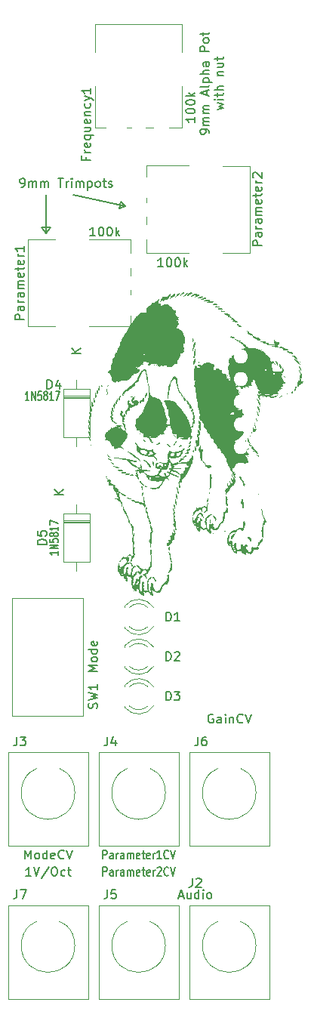
<source format=gbr>
%TF.GenerationSoftware,KiCad,Pcbnew,(5.99.0-10138-g1fe0c6d870)*%
%TF.CreationDate,2021-07-23T13:07:48+01:00*%
%TF.ProjectId,Hagiwo DCO,48616769-776f-4204-9443-4f2e6b696361,rev?*%
%TF.SameCoordinates,Original*%
%TF.FileFunction,Legend,Top*%
%TF.FilePolarity,Positive*%
%FSLAX46Y46*%
G04 Gerber Fmt 4.6, Leading zero omitted, Abs format (unit mm)*
G04 Created by KiCad (PCBNEW (5.99.0-10138-g1fe0c6d870)) date 2021-07-23 13:07:48*
%MOMM*%
%LPD*%
G01*
G04 APERTURE LIST*
%ADD10C,0.150000*%
%ADD11C,0.120000*%
%ADD12R,1.800000X1.800000*%
%ADD13C,1.800000*%
%ADD14C,3.240000*%
%ADD15C,3.230000*%
%ADD16R,2.200000X2.200000*%
%ADD17O,2.200000X2.200000*%
%ADD18O,3.000000X2.000000*%
%ADD19R,1.600000X1.600000*%
%ADD20C,1.600000*%
%ADD21C,1.440000*%
%ADD22O,1.600000X1.600000*%
%ADD23R,1.700000X1.700000*%
%ADD24O,1.700000X1.700000*%
G04 APERTURE END LIST*
D10*
X103759000Y-64389000D02*
X109601000Y-65659000D01*
X100711000Y-68707000D02*
X100203000Y-68072000D01*
X100711000Y-64389000D02*
X100711000Y-68707000D01*
X101092000Y-68072000D02*
X101219000Y-68072000D01*
X109601000Y-65659000D02*
X109093000Y-65151000D01*
X101219000Y-68072000D02*
X100711000Y-68707000D01*
X109093000Y-65151000D02*
X108966000Y-65913000D01*
X100203000Y-68072000D02*
X101092000Y-68072000D01*
X108966000Y-65913000D02*
X109601000Y-65659000D01*
X97901761Y-63571380D02*
X98092238Y-63571380D01*
X98187476Y-63523761D01*
X98235095Y-63476142D01*
X98330333Y-63333285D01*
X98377952Y-63142809D01*
X98377952Y-62761857D01*
X98330333Y-62666619D01*
X98282714Y-62619000D01*
X98187476Y-62571380D01*
X97997000Y-62571380D01*
X97901761Y-62619000D01*
X97854142Y-62666619D01*
X97806523Y-62761857D01*
X97806523Y-62999952D01*
X97854142Y-63095190D01*
X97901761Y-63142809D01*
X97997000Y-63190428D01*
X98187476Y-63190428D01*
X98282714Y-63142809D01*
X98330333Y-63095190D01*
X98377952Y-62999952D01*
X98806523Y-63571380D02*
X98806523Y-62904714D01*
X98806523Y-62999952D02*
X98854142Y-62952333D01*
X98949380Y-62904714D01*
X99092238Y-62904714D01*
X99187476Y-62952333D01*
X99235095Y-63047571D01*
X99235095Y-63571380D01*
X99235095Y-63047571D02*
X99282714Y-62952333D01*
X99377952Y-62904714D01*
X99520809Y-62904714D01*
X99616047Y-62952333D01*
X99663666Y-63047571D01*
X99663666Y-63571380D01*
X100139857Y-63571380D02*
X100139857Y-62904714D01*
X100139857Y-62999952D02*
X100187476Y-62952333D01*
X100282714Y-62904714D01*
X100425571Y-62904714D01*
X100520809Y-62952333D01*
X100568428Y-63047571D01*
X100568428Y-63571380D01*
X100568428Y-63047571D02*
X100616047Y-62952333D01*
X100711285Y-62904714D01*
X100854142Y-62904714D01*
X100949380Y-62952333D01*
X100997000Y-63047571D01*
X100997000Y-63571380D01*
X102092238Y-62571380D02*
X102663666Y-62571380D01*
X102377952Y-63571380D02*
X102377952Y-62571380D01*
X102997000Y-63571380D02*
X102997000Y-62904714D01*
X102997000Y-63095190D02*
X103044619Y-62999952D01*
X103092238Y-62952333D01*
X103187476Y-62904714D01*
X103282714Y-62904714D01*
X103616047Y-63571380D02*
X103616047Y-62904714D01*
X103616047Y-62571380D02*
X103568428Y-62619000D01*
X103616047Y-62666619D01*
X103663666Y-62619000D01*
X103616047Y-62571380D01*
X103616047Y-62666619D01*
X104092238Y-63571380D02*
X104092238Y-62904714D01*
X104092238Y-62999952D02*
X104139857Y-62952333D01*
X104235095Y-62904714D01*
X104377952Y-62904714D01*
X104473190Y-62952333D01*
X104520809Y-63047571D01*
X104520809Y-63571380D01*
X104520809Y-63047571D02*
X104568428Y-62952333D01*
X104663666Y-62904714D01*
X104806523Y-62904714D01*
X104901761Y-62952333D01*
X104949380Y-63047571D01*
X104949380Y-63571380D01*
X105425571Y-62904714D02*
X105425571Y-63904714D01*
X105425571Y-62952333D02*
X105520809Y-62904714D01*
X105711285Y-62904714D01*
X105806523Y-62952333D01*
X105854142Y-62999952D01*
X105901761Y-63095190D01*
X105901761Y-63380904D01*
X105854142Y-63476142D01*
X105806523Y-63523761D01*
X105711285Y-63571380D01*
X105520809Y-63571380D01*
X105425571Y-63523761D01*
X106473190Y-63571380D02*
X106377952Y-63523761D01*
X106330333Y-63476142D01*
X106282714Y-63380904D01*
X106282714Y-63095190D01*
X106330333Y-62999952D01*
X106377952Y-62952333D01*
X106473190Y-62904714D01*
X106616047Y-62904714D01*
X106711285Y-62952333D01*
X106758904Y-62999952D01*
X106806523Y-63095190D01*
X106806523Y-63380904D01*
X106758904Y-63476142D01*
X106711285Y-63523761D01*
X106616047Y-63571380D01*
X106473190Y-63571380D01*
X107092238Y-62904714D02*
X107473190Y-62904714D01*
X107235095Y-62571380D02*
X107235095Y-63428523D01*
X107282714Y-63523761D01*
X107377952Y-63571380D01*
X107473190Y-63571380D01*
X107758904Y-63523761D02*
X107854142Y-63571380D01*
X108044619Y-63571380D01*
X108139857Y-63523761D01*
X108187476Y-63428523D01*
X108187476Y-63380904D01*
X108139857Y-63285666D01*
X108044619Y-63238047D01*
X107901761Y-63238047D01*
X107806523Y-63190428D01*
X107758904Y-63095190D01*
X107758904Y-63047571D01*
X107806523Y-62952333D01*
X107901761Y-62904714D01*
X108044619Y-62904714D01*
X108139857Y-62952333D01*
X119027380Y-57514428D02*
X119027380Y-57323952D01*
X118979761Y-57228714D01*
X118932142Y-57181095D01*
X118789285Y-57085857D01*
X118598809Y-57038238D01*
X118217857Y-57038238D01*
X118122619Y-57085857D01*
X118075000Y-57133476D01*
X118027380Y-57228714D01*
X118027380Y-57419190D01*
X118075000Y-57514428D01*
X118122619Y-57562047D01*
X118217857Y-57609666D01*
X118455952Y-57609666D01*
X118551190Y-57562047D01*
X118598809Y-57514428D01*
X118646428Y-57419190D01*
X118646428Y-57228714D01*
X118598809Y-57133476D01*
X118551190Y-57085857D01*
X118455952Y-57038238D01*
X119027380Y-56609666D02*
X118360714Y-56609666D01*
X118455952Y-56609666D02*
X118408333Y-56562047D01*
X118360714Y-56466809D01*
X118360714Y-56323952D01*
X118408333Y-56228714D01*
X118503571Y-56181095D01*
X119027380Y-56181095D01*
X118503571Y-56181095D02*
X118408333Y-56133476D01*
X118360714Y-56038238D01*
X118360714Y-55895380D01*
X118408333Y-55800142D01*
X118503571Y-55752523D01*
X119027380Y-55752523D01*
X119027380Y-55276333D02*
X118360714Y-55276333D01*
X118455952Y-55276333D02*
X118408333Y-55228714D01*
X118360714Y-55133476D01*
X118360714Y-54990619D01*
X118408333Y-54895380D01*
X118503571Y-54847761D01*
X119027380Y-54847761D01*
X118503571Y-54847761D02*
X118408333Y-54800142D01*
X118360714Y-54704904D01*
X118360714Y-54562047D01*
X118408333Y-54466809D01*
X118503571Y-54419190D01*
X119027380Y-54419190D01*
X118741666Y-53228714D02*
X118741666Y-52752523D01*
X119027380Y-53323952D02*
X118027380Y-52990619D01*
X119027380Y-52657285D01*
X119027380Y-52181095D02*
X118979761Y-52276333D01*
X118884523Y-52323952D01*
X118027380Y-52323952D01*
X118360714Y-51800142D02*
X119360714Y-51800142D01*
X118408333Y-51800142D02*
X118360714Y-51704904D01*
X118360714Y-51514428D01*
X118408333Y-51419190D01*
X118455952Y-51371571D01*
X118551190Y-51323952D01*
X118836904Y-51323952D01*
X118932142Y-51371571D01*
X118979761Y-51419190D01*
X119027380Y-51514428D01*
X119027380Y-51704904D01*
X118979761Y-51800142D01*
X119027380Y-50895380D02*
X118027380Y-50895380D01*
X119027380Y-50466809D02*
X118503571Y-50466809D01*
X118408333Y-50514428D01*
X118360714Y-50609666D01*
X118360714Y-50752523D01*
X118408333Y-50847761D01*
X118455952Y-50895380D01*
X119027380Y-49562047D02*
X118503571Y-49562047D01*
X118408333Y-49609666D01*
X118360714Y-49704904D01*
X118360714Y-49895380D01*
X118408333Y-49990619D01*
X118979761Y-49562047D02*
X119027380Y-49657285D01*
X119027380Y-49895380D01*
X118979761Y-49990619D01*
X118884523Y-50038238D01*
X118789285Y-50038238D01*
X118694047Y-49990619D01*
X118646428Y-49895380D01*
X118646428Y-49657285D01*
X118598809Y-49562047D01*
X119027380Y-48323952D02*
X118027380Y-48323952D01*
X118027380Y-47943000D01*
X118075000Y-47847761D01*
X118122619Y-47800142D01*
X118217857Y-47752523D01*
X118360714Y-47752523D01*
X118455952Y-47800142D01*
X118503571Y-47847761D01*
X118551190Y-47943000D01*
X118551190Y-48323952D01*
X119027380Y-47181095D02*
X118979761Y-47276333D01*
X118932142Y-47323952D01*
X118836904Y-47371571D01*
X118551190Y-47371571D01*
X118455952Y-47323952D01*
X118408333Y-47276333D01*
X118360714Y-47181095D01*
X118360714Y-47038238D01*
X118408333Y-46943000D01*
X118455952Y-46895380D01*
X118551190Y-46847761D01*
X118836904Y-46847761D01*
X118932142Y-46895380D01*
X118979761Y-46943000D01*
X119027380Y-47038238D01*
X119027380Y-47181095D01*
X118360714Y-46562047D02*
X118360714Y-46181095D01*
X118027380Y-46419190D02*
X118884523Y-46419190D01*
X118979761Y-46371571D01*
X119027380Y-46276333D01*
X119027380Y-46181095D01*
X119970714Y-54871571D02*
X120637380Y-54681095D01*
X120161190Y-54490619D01*
X120637380Y-54300142D01*
X119970714Y-54109666D01*
X120637380Y-53728714D02*
X119970714Y-53728714D01*
X119637380Y-53728714D02*
X119685000Y-53776333D01*
X119732619Y-53728714D01*
X119685000Y-53681095D01*
X119637380Y-53728714D01*
X119732619Y-53728714D01*
X119970714Y-53395380D02*
X119970714Y-53014428D01*
X119637380Y-53252523D02*
X120494523Y-53252523D01*
X120589761Y-53204904D01*
X120637380Y-53109666D01*
X120637380Y-53014428D01*
X120637380Y-52681095D02*
X119637380Y-52681095D01*
X120637380Y-52252523D02*
X120113571Y-52252523D01*
X120018333Y-52300142D01*
X119970714Y-52395380D01*
X119970714Y-52538238D01*
X120018333Y-52633476D01*
X120065952Y-52681095D01*
X119970714Y-51014428D02*
X120637380Y-51014428D01*
X120065952Y-51014428D02*
X120018333Y-50966809D01*
X119970714Y-50871571D01*
X119970714Y-50728714D01*
X120018333Y-50633476D01*
X120113571Y-50585857D01*
X120637380Y-50585857D01*
X119970714Y-49681095D02*
X120637380Y-49681095D01*
X119970714Y-50109666D02*
X120494523Y-50109666D01*
X120589761Y-50062047D01*
X120637380Y-49966809D01*
X120637380Y-49823952D01*
X120589761Y-49728714D01*
X120542142Y-49681095D01*
X119970714Y-49347761D02*
X119970714Y-48966809D01*
X119637380Y-49204904D02*
X120494523Y-49204904D01*
X120589761Y-49157285D01*
X120637380Y-49062047D01*
X120637380Y-48966809D01*
%TO.C,Parameter1*%
X98242380Y-78366428D02*
X97242380Y-78366428D01*
X97242380Y-77985476D01*
X97290000Y-77890238D01*
X97337619Y-77842619D01*
X97432857Y-77795000D01*
X97575714Y-77795000D01*
X97670952Y-77842619D01*
X97718571Y-77890238D01*
X97766190Y-77985476D01*
X97766190Y-78366428D01*
X98242380Y-76937857D02*
X97718571Y-76937857D01*
X97623333Y-76985476D01*
X97575714Y-77080714D01*
X97575714Y-77271190D01*
X97623333Y-77366428D01*
X98194761Y-76937857D02*
X98242380Y-77033095D01*
X98242380Y-77271190D01*
X98194761Y-77366428D01*
X98099523Y-77414047D01*
X98004285Y-77414047D01*
X97909047Y-77366428D01*
X97861428Y-77271190D01*
X97861428Y-77033095D01*
X97813809Y-76937857D01*
X98242380Y-76461666D02*
X97575714Y-76461666D01*
X97766190Y-76461666D02*
X97670952Y-76414047D01*
X97623333Y-76366428D01*
X97575714Y-76271190D01*
X97575714Y-76175952D01*
X98242380Y-75414047D02*
X97718571Y-75414047D01*
X97623333Y-75461666D01*
X97575714Y-75556904D01*
X97575714Y-75747380D01*
X97623333Y-75842619D01*
X98194761Y-75414047D02*
X98242380Y-75509285D01*
X98242380Y-75747380D01*
X98194761Y-75842619D01*
X98099523Y-75890238D01*
X98004285Y-75890238D01*
X97909047Y-75842619D01*
X97861428Y-75747380D01*
X97861428Y-75509285D01*
X97813809Y-75414047D01*
X98242380Y-74937857D02*
X97575714Y-74937857D01*
X97670952Y-74937857D02*
X97623333Y-74890238D01*
X97575714Y-74795000D01*
X97575714Y-74652142D01*
X97623333Y-74556904D01*
X97718571Y-74509285D01*
X98242380Y-74509285D01*
X97718571Y-74509285D02*
X97623333Y-74461666D01*
X97575714Y-74366428D01*
X97575714Y-74223571D01*
X97623333Y-74128333D01*
X97718571Y-74080714D01*
X98242380Y-74080714D01*
X98194761Y-73223571D02*
X98242380Y-73318809D01*
X98242380Y-73509285D01*
X98194761Y-73604523D01*
X98099523Y-73652142D01*
X97718571Y-73652142D01*
X97623333Y-73604523D01*
X97575714Y-73509285D01*
X97575714Y-73318809D01*
X97623333Y-73223571D01*
X97718571Y-73175952D01*
X97813809Y-73175952D01*
X97909047Y-73652142D01*
X97575714Y-72890238D02*
X97575714Y-72509285D01*
X97242380Y-72747380D02*
X98099523Y-72747380D01*
X98194761Y-72699761D01*
X98242380Y-72604523D01*
X98242380Y-72509285D01*
X98194761Y-71795000D02*
X98242380Y-71890238D01*
X98242380Y-72080714D01*
X98194761Y-72175952D01*
X98099523Y-72223571D01*
X97718571Y-72223571D01*
X97623333Y-72175952D01*
X97575714Y-72080714D01*
X97575714Y-71890238D01*
X97623333Y-71795000D01*
X97718571Y-71747380D01*
X97813809Y-71747380D01*
X97909047Y-72223571D01*
X98242380Y-71318809D02*
X97575714Y-71318809D01*
X97766190Y-71318809D02*
X97670952Y-71271190D01*
X97623333Y-71223571D01*
X97575714Y-71128333D01*
X97575714Y-71033095D01*
X98242380Y-70175952D02*
X98242380Y-70747380D01*
X98242380Y-70461666D02*
X97242380Y-70461666D01*
X97385238Y-70556904D01*
X97480476Y-70652142D01*
X97528095Y-70747380D01*
X106243571Y-69032380D02*
X105672142Y-69032380D01*
X105957857Y-69032380D02*
X105957857Y-68032380D01*
X105862619Y-68175238D01*
X105767380Y-68270476D01*
X105672142Y-68318095D01*
X106862619Y-68032380D02*
X106957857Y-68032380D01*
X107053095Y-68080000D01*
X107100714Y-68127619D01*
X107148333Y-68222857D01*
X107195952Y-68413333D01*
X107195952Y-68651428D01*
X107148333Y-68841904D01*
X107100714Y-68937142D01*
X107053095Y-68984761D01*
X106957857Y-69032380D01*
X106862619Y-69032380D01*
X106767380Y-68984761D01*
X106719761Y-68937142D01*
X106672142Y-68841904D01*
X106624523Y-68651428D01*
X106624523Y-68413333D01*
X106672142Y-68222857D01*
X106719761Y-68127619D01*
X106767380Y-68080000D01*
X106862619Y-68032380D01*
X107815000Y-68032380D02*
X107910238Y-68032380D01*
X108005476Y-68080000D01*
X108053095Y-68127619D01*
X108100714Y-68222857D01*
X108148333Y-68413333D01*
X108148333Y-68651428D01*
X108100714Y-68841904D01*
X108053095Y-68937142D01*
X108005476Y-68984761D01*
X107910238Y-69032380D01*
X107815000Y-69032380D01*
X107719761Y-68984761D01*
X107672142Y-68937142D01*
X107624523Y-68841904D01*
X107576904Y-68651428D01*
X107576904Y-68413333D01*
X107624523Y-68222857D01*
X107672142Y-68127619D01*
X107719761Y-68080000D01*
X107815000Y-68032380D01*
X108576904Y-69032380D02*
X108576904Y-68032380D01*
X108672142Y-68651428D02*
X108957857Y-69032380D01*
X108957857Y-68365714D02*
X108576904Y-68746666D01*
%TO.C,SW1*%
X106449761Y-121983333D02*
X106497380Y-121840476D01*
X106497380Y-121602380D01*
X106449761Y-121507142D01*
X106402142Y-121459523D01*
X106306904Y-121411904D01*
X106211666Y-121411904D01*
X106116428Y-121459523D01*
X106068809Y-121507142D01*
X106021190Y-121602380D01*
X105973571Y-121792857D01*
X105925952Y-121888095D01*
X105878333Y-121935714D01*
X105783095Y-121983333D01*
X105687857Y-121983333D01*
X105592619Y-121935714D01*
X105545000Y-121888095D01*
X105497380Y-121792857D01*
X105497380Y-121554761D01*
X105545000Y-121411904D01*
X105497380Y-121078571D02*
X106497380Y-120840476D01*
X105783095Y-120650000D01*
X106497380Y-120459523D01*
X105497380Y-120221428D01*
X106497380Y-119316666D02*
X106497380Y-119888095D01*
X106497380Y-119602380D02*
X105497380Y-119602380D01*
X105640238Y-119697619D01*
X105735476Y-119792857D01*
X105783095Y-119888095D01*
X106497380Y-117871666D02*
X105497380Y-117871666D01*
X106211666Y-117538333D01*
X105497380Y-117205000D01*
X106497380Y-117205000D01*
X106497380Y-116585952D02*
X106449761Y-116681190D01*
X106402142Y-116728809D01*
X106306904Y-116776428D01*
X106021190Y-116776428D01*
X105925952Y-116728809D01*
X105878333Y-116681190D01*
X105830714Y-116585952D01*
X105830714Y-116443095D01*
X105878333Y-116347857D01*
X105925952Y-116300238D01*
X106021190Y-116252619D01*
X106306904Y-116252619D01*
X106402142Y-116300238D01*
X106449761Y-116347857D01*
X106497380Y-116443095D01*
X106497380Y-116585952D01*
X106497380Y-115395476D02*
X105497380Y-115395476D01*
X106449761Y-115395476D02*
X106497380Y-115490714D01*
X106497380Y-115681190D01*
X106449761Y-115776428D01*
X106402142Y-115824047D01*
X106306904Y-115871666D01*
X106021190Y-115871666D01*
X105925952Y-115824047D01*
X105878333Y-115776428D01*
X105830714Y-115681190D01*
X105830714Y-115490714D01*
X105878333Y-115395476D01*
X106449761Y-114538333D02*
X106497380Y-114633571D01*
X106497380Y-114824047D01*
X106449761Y-114919285D01*
X106354523Y-114966904D01*
X105973571Y-114966904D01*
X105878333Y-114919285D01*
X105830714Y-114824047D01*
X105830714Y-114633571D01*
X105878333Y-114538333D01*
X105973571Y-114490714D01*
X106068809Y-114490714D01*
X106164047Y-114966904D01*
%TO.C,D5*%
X100782380Y-103608095D02*
X99782380Y-103608095D01*
X99782380Y-103370000D01*
X99830000Y-103227142D01*
X99925238Y-103131904D01*
X100020476Y-103084285D01*
X100210952Y-103036666D01*
X100353809Y-103036666D01*
X100544285Y-103084285D01*
X100639523Y-103131904D01*
X100734761Y-103227142D01*
X100782380Y-103370000D01*
X100782380Y-103608095D01*
X99782380Y-102131904D02*
X99782380Y-102608095D01*
X100258571Y-102655714D01*
X100210952Y-102608095D01*
X100163333Y-102512857D01*
X100163333Y-102274761D01*
X100210952Y-102179523D01*
X100258571Y-102131904D01*
X100353809Y-102084285D01*
X100591904Y-102084285D01*
X100687142Y-102131904D01*
X100734761Y-102179523D01*
X100782380Y-102274761D01*
X100782380Y-102512857D01*
X100734761Y-102608095D01*
X100687142Y-102655714D01*
X102122380Y-104370000D02*
X102122380Y-104770000D01*
X102122380Y-104570000D02*
X101122380Y-104570000D01*
X101265238Y-104636666D01*
X101360476Y-104703333D01*
X101408095Y-104770000D01*
X102122380Y-104070000D02*
X101122380Y-104070000D01*
X102122380Y-103670000D01*
X101122380Y-103670000D01*
X101122380Y-103003333D02*
X101122380Y-103336666D01*
X101598571Y-103370000D01*
X101550952Y-103336666D01*
X101503333Y-103270000D01*
X101503333Y-103103333D01*
X101550952Y-103036666D01*
X101598571Y-103003333D01*
X101693809Y-102970000D01*
X101931904Y-102970000D01*
X102027142Y-103003333D01*
X102074761Y-103036666D01*
X102122380Y-103103333D01*
X102122380Y-103270000D01*
X102074761Y-103336666D01*
X102027142Y-103370000D01*
X101550952Y-102570000D02*
X101503333Y-102636666D01*
X101455714Y-102670000D01*
X101360476Y-102703333D01*
X101312857Y-102703333D01*
X101217619Y-102670000D01*
X101170000Y-102636666D01*
X101122380Y-102570000D01*
X101122380Y-102436666D01*
X101170000Y-102370000D01*
X101217619Y-102336666D01*
X101312857Y-102303333D01*
X101360476Y-102303333D01*
X101455714Y-102336666D01*
X101503333Y-102370000D01*
X101550952Y-102436666D01*
X101550952Y-102570000D01*
X101598571Y-102636666D01*
X101646190Y-102670000D01*
X101741428Y-102703333D01*
X101931904Y-102703333D01*
X102027142Y-102670000D01*
X102074761Y-102636666D01*
X102122380Y-102570000D01*
X102122380Y-102436666D01*
X102074761Y-102370000D01*
X102027142Y-102336666D01*
X101931904Y-102303333D01*
X101741428Y-102303333D01*
X101646190Y-102336666D01*
X101598571Y-102370000D01*
X101550952Y-102436666D01*
X102122380Y-101636666D02*
X102122380Y-102036666D01*
X102122380Y-101836666D02*
X101122380Y-101836666D01*
X101265238Y-101903333D01*
X101360476Y-101970000D01*
X101408095Y-102036666D01*
X101122380Y-101403333D02*
X101122380Y-100936666D01*
X102122380Y-101236666D01*
X102687380Y-98051904D02*
X101687380Y-98051904D01*
X102687380Y-97480476D02*
X102115952Y-97909047D01*
X101687380Y-97480476D02*
X102258809Y-98051904D01*
%TO.C,J3*%
X97456666Y-125182380D02*
X97456666Y-125896666D01*
X97409047Y-126039523D01*
X97313809Y-126134761D01*
X97170952Y-126182380D01*
X97075714Y-126182380D01*
X97837619Y-125182380D02*
X98456666Y-125182380D01*
X98123333Y-125563333D01*
X98266190Y-125563333D01*
X98361428Y-125610952D01*
X98409047Y-125658571D01*
X98456666Y-125753809D01*
X98456666Y-125991904D01*
X98409047Y-126087142D01*
X98361428Y-126134761D01*
X98266190Y-126182380D01*
X97980476Y-126182380D01*
X97885238Y-126134761D01*
X97837619Y-126087142D01*
X98369761Y-138882380D02*
X98369761Y-137882380D01*
X98703095Y-138596666D01*
X99036428Y-137882380D01*
X99036428Y-138882380D01*
X99655476Y-138882380D02*
X99560238Y-138834761D01*
X99512619Y-138787142D01*
X99465000Y-138691904D01*
X99465000Y-138406190D01*
X99512619Y-138310952D01*
X99560238Y-138263333D01*
X99655476Y-138215714D01*
X99798333Y-138215714D01*
X99893571Y-138263333D01*
X99941190Y-138310952D01*
X99988809Y-138406190D01*
X99988809Y-138691904D01*
X99941190Y-138787142D01*
X99893571Y-138834761D01*
X99798333Y-138882380D01*
X99655476Y-138882380D01*
X100845952Y-138882380D02*
X100845952Y-137882380D01*
X100845952Y-138834761D02*
X100750714Y-138882380D01*
X100560238Y-138882380D01*
X100465000Y-138834761D01*
X100417380Y-138787142D01*
X100369761Y-138691904D01*
X100369761Y-138406190D01*
X100417380Y-138310952D01*
X100465000Y-138263333D01*
X100560238Y-138215714D01*
X100750714Y-138215714D01*
X100845952Y-138263333D01*
X101703095Y-138834761D02*
X101607857Y-138882380D01*
X101417380Y-138882380D01*
X101322142Y-138834761D01*
X101274523Y-138739523D01*
X101274523Y-138358571D01*
X101322142Y-138263333D01*
X101417380Y-138215714D01*
X101607857Y-138215714D01*
X101703095Y-138263333D01*
X101750714Y-138358571D01*
X101750714Y-138453809D01*
X101274523Y-138549047D01*
X102750714Y-138787142D02*
X102703095Y-138834761D01*
X102560238Y-138882380D01*
X102465000Y-138882380D01*
X102322142Y-138834761D01*
X102226904Y-138739523D01*
X102179285Y-138644285D01*
X102131666Y-138453809D01*
X102131666Y-138310952D01*
X102179285Y-138120476D01*
X102226904Y-138025238D01*
X102322142Y-137930000D01*
X102465000Y-137882380D01*
X102560238Y-137882380D01*
X102703095Y-137930000D01*
X102750714Y-137977619D01*
X103036428Y-137882380D02*
X103369761Y-138882380D01*
X103703095Y-137882380D01*
%TO.C,D4*%
X100861904Y-86177380D02*
X100861904Y-85177380D01*
X101100000Y-85177380D01*
X101242857Y-85225000D01*
X101338095Y-85320238D01*
X101385714Y-85415476D01*
X101433333Y-85605952D01*
X101433333Y-85748809D01*
X101385714Y-85939285D01*
X101338095Y-86034523D01*
X101242857Y-86129761D01*
X101100000Y-86177380D01*
X100861904Y-86177380D01*
X102290476Y-85510714D02*
X102290476Y-86177380D01*
X102052380Y-85129761D02*
X101814285Y-85844047D01*
X102433333Y-85844047D01*
X98830000Y-87447380D02*
X98430000Y-87447380D01*
X98630000Y-87447380D02*
X98630000Y-86447380D01*
X98563333Y-86590238D01*
X98496666Y-86685476D01*
X98430000Y-86733095D01*
X99130000Y-87447380D02*
X99130000Y-86447380D01*
X99530000Y-87447380D01*
X99530000Y-86447380D01*
X100196666Y-86447380D02*
X99863333Y-86447380D01*
X99830000Y-86923571D01*
X99863333Y-86875952D01*
X99930000Y-86828333D01*
X100096666Y-86828333D01*
X100163333Y-86875952D01*
X100196666Y-86923571D01*
X100230000Y-87018809D01*
X100230000Y-87256904D01*
X100196666Y-87352142D01*
X100163333Y-87399761D01*
X100096666Y-87447380D01*
X99930000Y-87447380D01*
X99863333Y-87399761D01*
X99830000Y-87352142D01*
X100630000Y-86875952D02*
X100563333Y-86828333D01*
X100530000Y-86780714D01*
X100496666Y-86685476D01*
X100496666Y-86637857D01*
X100530000Y-86542619D01*
X100563333Y-86495000D01*
X100630000Y-86447380D01*
X100763333Y-86447380D01*
X100830000Y-86495000D01*
X100863333Y-86542619D01*
X100896666Y-86637857D01*
X100896666Y-86685476D01*
X100863333Y-86780714D01*
X100830000Y-86828333D01*
X100763333Y-86875952D01*
X100630000Y-86875952D01*
X100563333Y-86923571D01*
X100530000Y-86971190D01*
X100496666Y-87066428D01*
X100496666Y-87256904D01*
X100530000Y-87352142D01*
X100563333Y-87399761D01*
X100630000Y-87447380D01*
X100763333Y-87447380D01*
X100830000Y-87399761D01*
X100863333Y-87352142D01*
X100896666Y-87256904D01*
X100896666Y-87066428D01*
X100863333Y-86971190D01*
X100830000Y-86923571D01*
X100763333Y-86875952D01*
X101563333Y-87447380D02*
X101163333Y-87447380D01*
X101363333Y-87447380D02*
X101363333Y-86447380D01*
X101296666Y-86590238D01*
X101230000Y-86685476D01*
X101163333Y-86733095D01*
X101796666Y-86447380D02*
X102263333Y-86447380D01*
X101963333Y-87447380D01*
X104592380Y-82176904D02*
X103592380Y-82176904D01*
X104592380Y-81605476D02*
X104020952Y-82034047D01*
X103592380Y-81605476D02*
X104163809Y-82176904D01*
%TO.C,D3*%
X114196904Y-121102380D02*
X114196904Y-120102380D01*
X114435000Y-120102380D01*
X114577857Y-120150000D01*
X114673095Y-120245238D01*
X114720714Y-120340476D01*
X114768333Y-120530952D01*
X114768333Y-120673809D01*
X114720714Y-120864285D01*
X114673095Y-120959523D01*
X114577857Y-121054761D01*
X114435000Y-121102380D01*
X114196904Y-121102380D01*
X115101666Y-120102380D02*
X115720714Y-120102380D01*
X115387380Y-120483333D01*
X115530238Y-120483333D01*
X115625476Y-120530952D01*
X115673095Y-120578571D01*
X115720714Y-120673809D01*
X115720714Y-120911904D01*
X115673095Y-121007142D01*
X115625476Y-121054761D01*
X115530238Y-121102380D01*
X115244523Y-121102380D01*
X115149285Y-121054761D01*
X115101666Y-121007142D01*
%TO.C,Frequency1*%
X105211571Y-60181666D02*
X105211571Y-60515000D01*
X105735380Y-60515000D02*
X104735380Y-60515000D01*
X104735380Y-60038809D01*
X105735380Y-59657857D02*
X105068714Y-59657857D01*
X105259190Y-59657857D02*
X105163952Y-59610238D01*
X105116333Y-59562619D01*
X105068714Y-59467380D01*
X105068714Y-59372142D01*
X105687761Y-58657857D02*
X105735380Y-58753095D01*
X105735380Y-58943571D01*
X105687761Y-59038809D01*
X105592523Y-59086428D01*
X105211571Y-59086428D01*
X105116333Y-59038809D01*
X105068714Y-58943571D01*
X105068714Y-58753095D01*
X105116333Y-58657857D01*
X105211571Y-58610238D01*
X105306809Y-58610238D01*
X105402047Y-59086428D01*
X105068714Y-57753095D02*
X106068714Y-57753095D01*
X105687761Y-57753095D02*
X105735380Y-57848333D01*
X105735380Y-58038809D01*
X105687761Y-58134047D01*
X105640142Y-58181666D01*
X105544904Y-58229285D01*
X105259190Y-58229285D01*
X105163952Y-58181666D01*
X105116333Y-58134047D01*
X105068714Y-58038809D01*
X105068714Y-57848333D01*
X105116333Y-57753095D01*
X105068714Y-56848333D02*
X105735380Y-56848333D01*
X105068714Y-57276904D02*
X105592523Y-57276904D01*
X105687761Y-57229285D01*
X105735380Y-57134047D01*
X105735380Y-56991190D01*
X105687761Y-56895952D01*
X105640142Y-56848333D01*
X105687761Y-55991190D02*
X105735380Y-56086428D01*
X105735380Y-56276904D01*
X105687761Y-56372142D01*
X105592523Y-56419761D01*
X105211571Y-56419761D01*
X105116333Y-56372142D01*
X105068714Y-56276904D01*
X105068714Y-56086428D01*
X105116333Y-55991190D01*
X105211571Y-55943571D01*
X105306809Y-55943571D01*
X105402047Y-56419761D01*
X105068714Y-55515000D02*
X105735380Y-55515000D01*
X105163952Y-55515000D02*
X105116333Y-55467380D01*
X105068714Y-55372142D01*
X105068714Y-55229285D01*
X105116333Y-55134047D01*
X105211571Y-55086428D01*
X105735380Y-55086428D01*
X105687761Y-54181666D02*
X105735380Y-54276904D01*
X105735380Y-54467380D01*
X105687761Y-54562619D01*
X105640142Y-54610238D01*
X105544904Y-54657857D01*
X105259190Y-54657857D01*
X105163952Y-54610238D01*
X105116333Y-54562619D01*
X105068714Y-54467380D01*
X105068714Y-54276904D01*
X105116333Y-54181666D01*
X105068714Y-53848333D02*
X105735380Y-53610238D01*
X105068714Y-53372142D02*
X105735380Y-53610238D01*
X105973476Y-53705476D01*
X106021095Y-53753095D01*
X106068714Y-53848333D01*
X105735380Y-52467380D02*
X105735380Y-53038809D01*
X105735380Y-52753095D02*
X104735380Y-52753095D01*
X104878238Y-52848333D01*
X104973476Y-52943571D01*
X105021095Y-53038809D01*
X117422380Y-55681428D02*
X117422380Y-56252857D01*
X117422380Y-55967142D02*
X116422380Y-55967142D01*
X116565238Y-56062380D01*
X116660476Y-56157619D01*
X116708095Y-56252857D01*
X116422380Y-55062380D02*
X116422380Y-54967142D01*
X116470000Y-54871904D01*
X116517619Y-54824285D01*
X116612857Y-54776666D01*
X116803333Y-54729047D01*
X117041428Y-54729047D01*
X117231904Y-54776666D01*
X117327142Y-54824285D01*
X117374761Y-54871904D01*
X117422380Y-54967142D01*
X117422380Y-55062380D01*
X117374761Y-55157619D01*
X117327142Y-55205238D01*
X117231904Y-55252857D01*
X117041428Y-55300476D01*
X116803333Y-55300476D01*
X116612857Y-55252857D01*
X116517619Y-55205238D01*
X116470000Y-55157619D01*
X116422380Y-55062380D01*
X116422380Y-54110000D02*
X116422380Y-54014761D01*
X116470000Y-53919523D01*
X116517619Y-53871904D01*
X116612857Y-53824285D01*
X116803333Y-53776666D01*
X117041428Y-53776666D01*
X117231904Y-53824285D01*
X117327142Y-53871904D01*
X117374761Y-53919523D01*
X117422380Y-54014761D01*
X117422380Y-54110000D01*
X117374761Y-54205238D01*
X117327142Y-54252857D01*
X117231904Y-54300476D01*
X117041428Y-54348095D01*
X116803333Y-54348095D01*
X116612857Y-54300476D01*
X116517619Y-54252857D01*
X116470000Y-54205238D01*
X116422380Y-54110000D01*
X117422380Y-53348095D02*
X116422380Y-53348095D01*
X117041428Y-53252857D02*
X117422380Y-52967142D01*
X116755714Y-52967142D02*
X117136666Y-53348095D01*
%TO.C,J4*%
X107616666Y-125182380D02*
X107616666Y-125896666D01*
X107569047Y-126039523D01*
X107473809Y-126134761D01*
X107330952Y-126182380D01*
X107235714Y-126182380D01*
X108521428Y-125515714D02*
X108521428Y-126182380D01*
X108283333Y-125134761D02*
X108045238Y-125849047D01*
X108664285Y-125849047D01*
X107125000Y-138882380D02*
X107125000Y-137882380D01*
X107429761Y-137882380D01*
X107505952Y-137930000D01*
X107544047Y-137977619D01*
X107582142Y-138072857D01*
X107582142Y-138215714D01*
X107544047Y-138310952D01*
X107505952Y-138358571D01*
X107429761Y-138406190D01*
X107125000Y-138406190D01*
X108267857Y-138882380D02*
X108267857Y-138358571D01*
X108229761Y-138263333D01*
X108153571Y-138215714D01*
X108001190Y-138215714D01*
X107925000Y-138263333D01*
X108267857Y-138834761D02*
X108191666Y-138882380D01*
X108001190Y-138882380D01*
X107925000Y-138834761D01*
X107886904Y-138739523D01*
X107886904Y-138644285D01*
X107925000Y-138549047D01*
X108001190Y-138501428D01*
X108191666Y-138501428D01*
X108267857Y-138453809D01*
X108648809Y-138882380D02*
X108648809Y-138215714D01*
X108648809Y-138406190D02*
X108686904Y-138310952D01*
X108725000Y-138263333D01*
X108801190Y-138215714D01*
X108877380Y-138215714D01*
X109486904Y-138882380D02*
X109486904Y-138358571D01*
X109448809Y-138263333D01*
X109372619Y-138215714D01*
X109220238Y-138215714D01*
X109144047Y-138263333D01*
X109486904Y-138834761D02*
X109410714Y-138882380D01*
X109220238Y-138882380D01*
X109144047Y-138834761D01*
X109105952Y-138739523D01*
X109105952Y-138644285D01*
X109144047Y-138549047D01*
X109220238Y-138501428D01*
X109410714Y-138501428D01*
X109486904Y-138453809D01*
X109867857Y-138882380D02*
X109867857Y-138215714D01*
X109867857Y-138310952D02*
X109905952Y-138263333D01*
X109982142Y-138215714D01*
X110096428Y-138215714D01*
X110172619Y-138263333D01*
X110210714Y-138358571D01*
X110210714Y-138882380D01*
X110210714Y-138358571D02*
X110248809Y-138263333D01*
X110325000Y-138215714D01*
X110439285Y-138215714D01*
X110515476Y-138263333D01*
X110553571Y-138358571D01*
X110553571Y-138882380D01*
X111239285Y-138834761D02*
X111163095Y-138882380D01*
X111010714Y-138882380D01*
X110934523Y-138834761D01*
X110896428Y-138739523D01*
X110896428Y-138358571D01*
X110934523Y-138263333D01*
X111010714Y-138215714D01*
X111163095Y-138215714D01*
X111239285Y-138263333D01*
X111277380Y-138358571D01*
X111277380Y-138453809D01*
X110896428Y-138549047D01*
X111505952Y-138215714D02*
X111810714Y-138215714D01*
X111620238Y-137882380D02*
X111620238Y-138739523D01*
X111658333Y-138834761D01*
X111734523Y-138882380D01*
X111810714Y-138882380D01*
X112382142Y-138834761D02*
X112305952Y-138882380D01*
X112153571Y-138882380D01*
X112077380Y-138834761D01*
X112039285Y-138739523D01*
X112039285Y-138358571D01*
X112077380Y-138263333D01*
X112153571Y-138215714D01*
X112305952Y-138215714D01*
X112382142Y-138263333D01*
X112420238Y-138358571D01*
X112420238Y-138453809D01*
X112039285Y-138549047D01*
X112763095Y-138882380D02*
X112763095Y-138215714D01*
X112763095Y-138406190D02*
X112801190Y-138310952D01*
X112839285Y-138263333D01*
X112915476Y-138215714D01*
X112991666Y-138215714D01*
X113677380Y-138882380D02*
X113220238Y-138882380D01*
X113448809Y-138882380D02*
X113448809Y-137882380D01*
X113372619Y-138025238D01*
X113296428Y-138120476D01*
X113220238Y-138168095D01*
X114477380Y-138787142D02*
X114439285Y-138834761D01*
X114325000Y-138882380D01*
X114248809Y-138882380D01*
X114134523Y-138834761D01*
X114058333Y-138739523D01*
X114020238Y-138644285D01*
X113982142Y-138453809D01*
X113982142Y-138310952D01*
X114020238Y-138120476D01*
X114058333Y-138025238D01*
X114134523Y-137930000D01*
X114248809Y-137882380D01*
X114325000Y-137882380D01*
X114439285Y-137930000D01*
X114477380Y-137977619D01*
X114705952Y-137882380D02*
X114972619Y-138882380D01*
X115239285Y-137882380D01*
%TO.C,D2*%
X114196904Y-116657380D02*
X114196904Y-115657380D01*
X114435000Y-115657380D01*
X114577857Y-115705000D01*
X114673095Y-115800238D01*
X114720714Y-115895476D01*
X114768333Y-116085952D01*
X114768333Y-116228809D01*
X114720714Y-116419285D01*
X114673095Y-116514523D01*
X114577857Y-116609761D01*
X114435000Y-116657380D01*
X114196904Y-116657380D01*
X115149285Y-115752619D02*
X115196904Y-115705000D01*
X115292142Y-115657380D01*
X115530238Y-115657380D01*
X115625476Y-115705000D01*
X115673095Y-115752619D01*
X115720714Y-115847857D01*
X115720714Y-115943095D01*
X115673095Y-116085952D01*
X115101666Y-116657380D01*
X115720714Y-116657380D01*
%TO.C,Parameter2*%
X124912380Y-70111428D02*
X123912380Y-70111428D01*
X123912380Y-69730476D01*
X123960000Y-69635238D01*
X124007619Y-69587619D01*
X124102857Y-69540000D01*
X124245714Y-69540000D01*
X124340952Y-69587619D01*
X124388571Y-69635238D01*
X124436190Y-69730476D01*
X124436190Y-70111428D01*
X124912380Y-68682857D02*
X124388571Y-68682857D01*
X124293333Y-68730476D01*
X124245714Y-68825714D01*
X124245714Y-69016190D01*
X124293333Y-69111428D01*
X124864761Y-68682857D02*
X124912380Y-68778095D01*
X124912380Y-69016190D01*
X124864761Y-69111428D01*
X124769523Y-69159047D01*
X124674285Y-69159047D01*
X124579047Y-69111428D01*
X124531428Y-69016190D01*
X124531428Y-68778095D01*
X124483809Y-68682857D01*
X124912380Y-68206666D02*
X124245714Y-68206666D01*
X124436190Y-68206666D02*
X124340952Y-68159047D01*
X124293333Y-68111428D01*
X124245714Y-68016190D01*
X124245714Y-67920952D01*
X124912380Y-67159047D02*
X124388571Y-67159047D01*
X124293333Y-67206666D01*
X124245714Y-67301904D01*
X124245714Y-67492380D01*
X124293333Y-67587619D01*
X124864761Y-67159047D02*
X124912380Y-67254285D01*
X124912380Y-67492380D01*
X124864761Y-67587619D01*
X124769523Y-67635238D01*
X124674285Y-67635238D01*
X124579047Y-67587619D01*
X124531428Y-67492380D01*
X124531428Y-67254285D01*
X124483809Y-67159047D01*
X124912380Y-66682857D02*
X124245714Y-66682857D01*
X124340952Y-66682857D02*
X124293333Y-66635238D01*
X124245714Y-66540000D01*
X124245714Y-66397142D01*
X124293333Y-66301904D01*
X124388571Y-66254285D01*
X124912380Y-66254285D01*
X124388571Y-66254285D02*
X124293333Y-66206666D01*
X124245714Y-66111428D01*
X124245714Y-65968571D01*
X124293333Y-65873333D01*
X124388571Y-65825714D01*
X124912380Y-65825714D01*
X124864761Y-64968571D02*
X124912380Y-65063809D01*
X124912380Y-65254285D01*
X124864761Y-65349523D01*
X124769523Y-65397142D01*
X124388571Y-65397142D01*
X124293333Y-65349523D01*
X124245714Y-65254285D01*
X124245714Y-65063809D01*
X124293333Y-64968571D01*
X124388571Y-64920952D01*
X124483809Y-64920952D01*
X124579047Y-65397142D01*
X124245714Y-64635238D02*
X124245714Y-64254285D01*
X123912380Y-64492380D02*
X124769523Y-64492380D01*
X124864761Y-64444761D01*
X124912380Y-64349523D01*
X124912380Y-64254285D01*
X124864761Y-63540000D02*
X124912380Y-63635238D01*
X124912380Y-63825714D01*
X124864761Y-63920952D01*
X124769523Y-63968571D01*
X124388571Y-63968571D01*
X124293333Y-63920952D01*
X124245714Y-63825714D01*
X124245714Y-63635238D01*
X124293333Y-63540000D01*
X124388571Y-63492380D01*
X124483809Y-63492380D01*
X124579047Y-63968571D01*
X124912380Y-63063809D02*
X124245714Y-63063809D01*
X124436190Y-63063809D02*
X124340952Y-63016190D01*
X124293333Y-62968571D01*
X124245714Y-62873333D01*
X124245714Y-62778095D01*
X124007619Y-62492380D02*
X123960000Y-62444761D01*
X123912380Y-62349523D01*
X123912380Y-62111428D01*
X123960000Y-62016190D01*
X124007619Y-61968571D01*
X124102857Y-61920952D01*
X124198095Y-61920952D01*
X124340952Y-61968571D01*
X124912380Y-62540000D01*
X124912380Y-61920952D01*
X113863571Y-72487380D02*
X113292142Y-72487380D01*
X113577857Y-72487380D02*
X113577857Y-71487380D01*
X113482619Y-71630238D01*
X113387380Y-71725476D01*
X113292142Y-71773095D01*
X114482619Y-71487380D02*
X114577857Y-71487380D01*
X114673095Y-71535000D01*
X114720714Y-71582619D01*
X114768333Y-71677857D01*
X114815952Y-71868333D01*
X114815952Y-72106428D01*
X114768333Y-72296904D01*
X114720714Y-72392142D01*
X114673095Y-72439761D01*
X114577857Y-72487380D01*
X114482619Y-72487380D01*
X114387380Y-72439761D01*
X114339761Y-72392142D01*
X114292142Y-72296904D01*
X114244523Y-72106428D01*
X114244523Y-71868333D01*
X114292142Y-71677857D01*
X114339761Y-71582619D01*
X114387380Y-71535000D01*
X114482619Y-71487380D01*
X115435000Y-71487380D02*
X115530238Y-71487380D01*
X115625476Y-71535000D01*
X115673095Y-71582619D01*
X115720714Y-71677857D01*
X115768333Y-71868333D01*
X115768333Y-72106428D01*
X115720714Y-72296904D01*
X115673095Y-72392142D01*
X115625476Y-72439761D01*
X115530238Y-72487380D01*
X115435000Y-72487380D01*
X115339761Y-72439761D01*
X115292142Y-72392142D01*
X115244523Y-72296904D01*
X115196904Y-72106428D01*
X115196904Y-71868333D01*
X115244523Y-71677857D01*
X115292142Y-71582619D01*
X115339761Y-71535000D01*
X115435000Y-71487380D01*
X116196904Y-72487380D02*
X116196904Y-71487380D01*
X116292142Y-72106428D02*
X116577857Y-72487380D01*
X116577857Y-71820714D02*
X116196904Y-72201666D01*
%TO.C,D1*%
X114196904Y-112212380D02*
X114196904Y-111212380D01*
X114435000Y-111212380D01*
X114577857Y-111260000D01*
X114673095Y-111355238D01*
X114720714Y-111450476D01*
X114768333Y-111640952D01*
X114768333Y-111783809D01*
X114720714Y-111974285D01*
X114673095Y-112069523D01*
X114577857Y-112164761D01*
X114435000Y-112212380D01*
X114196904Y-112212380D01*
X115720714Y-112212380D02*
X115149285Y-112212380D01*
X115435000Y-112212380D02*
X115435000Y-111212380D01*
X115339761Y-111355238D01*
X115244523Y-111450476D01*
X115149285Y-111498095D01*
%TO.C,J5*%
X107616666Y-142327380D02*
X107616666Y-143041666D01*
X107569047Y-143184523D01*
X107473809Y-143279761D01*
X107330952Y-143327380D01*
X107235714Y-143327380D01*
X108569047Y-142327380D02*
X108092857Y-142327380D01*
X108045238Y-142803571D01*
X108092857Y-142755952D01*
X108188095Y-142708333D01*
X108426190Y-142708333D01*
X108521428Y-142755952D01*
X108569047Y-142803571D01*
X108616666Y-142898809D01*
X108616666Y-143136904D01*
X108569047Y-143232142D01*
X108521428Y-143279761D01*
X108426190Y-143327380D01*
X108188095Y-143327380D01*
X108092857Y-143279761D01*
X108045238Y-143232142D01*
X107125000Y-140787380D02*
X107125000Y-139787380D01*
X107429761Y-139787380D01*
X107505952Y-139835000D01*
X107544047Y-139882619D01*
X107582142Y-139977857D01*
X107582142Y-140120714D01*
X107544047Y-140215952D01*
X107505952Y-140263571D01*
X107429761Y-140311190D01*
X107125000Y-140311190D01*
X108267857Y-140787380D02*
X108267857Y-140263571D01*
X108229761Y-140168333D01*
X108153571Y-140120714D01*
X108001190Y-140120714D01*
X107925000Y-140168333D01*
X108267857Y-140739761D02*
X108191666Y-140787380D01*
X108001190Y-140787380D01*
X107925000Y-140739761D01*
X107886904Y-140644523D01*
X107886904Y-140549285D01*
X107925000Y-140454047D01*
X108001190Y-140406428D01*
X108191666Y-140406428D01*
X108267857Y-140358809D01*
X108648809Y-140787380D02*
X108648809Y-140120714D01*
X108648809Y-140311190D02*
X108686904Y-140215952D01*
X108725000Y-140168333D01*
X108801190Y-140120714D01*
X108877380Y-140120714D01*
X109486904Y-140787380D02*
X109486904Y-140263571D01*
X109448809Y-140168333D01*
X109372619Y-140120714D01*
X109220238Y-140120714D01*
X109144047Y-140168333D01*
X109486904Y-140739761D02*
X109410714Y-140787380D01*
X109220238Y-140787380D01*
X109144047Y-140739761D01*
X109105952Y-140644523D01*
X109105952Y-140549285D01*
X109144047Y-140454047D01*
X109220238Y-140406428D01*
X109410714Y-140406428D01*
X109486904Y-140358809D01*
X109867857Y-140787380D02*
X109867857Y-140120714D01*
X109867857Y-140215952D02*
X109905952Y-140168333D01*
X109982142Y-140120714D01*
X110096428Y-140120714D01*
X110172619Y-140168333D01*
X110210714Y-140263571D01*
X110210714Y-140787380D01*
X110210714Y-140263571D02*
X110248809Y-140168333D01*
X110325000Y-140120714D01*
X110439285Y-140120714D01*
X110515476Y-140168333D01*
X110553571Y-140263571D01*
X110553571Y-140787380D01*
X111239285Y-140739761D02*
X111163095Y-140787380D01*
X111010714Y-140787380D01*
X110934523Y-140739761D01*
X110896428Y-140644523D01*
X110896428Y-140263571D01*
X110934523Y-140168333D01*
X111010714Y-140120714D01*
X111163095Y-140120714D01*
X111239285Y-140168333D01*
X111277380Y-140263571D01*
X111277380Y-140358809D01*
X110896428Y-140454047D01*
X111505952Y-140120714D02*
X111810714Y-140120714D01*
X111620238Y-139787380D02*
X111620238Y-140644523D01*
X111658333Y-140739761D01*
X111734523Y-140787380D01*
X111810714Y-140787380D01*
X112382142Y-140739761D02*
X112305952Y-140787380D01*
X112153571Y-140787380D01*
X112077380Y-140739761D01*
X112039285Y-140644523D01*
X112039285Y-140263571D01*
X112077380Y-140168333D01*
X112153571Y-140120714D01*
X112305952Y-140120714D01*
X112382142Y-140168333D01*
X112420238Y-140263571D01*
X112420238Y-140358809D01*
X112039285Y-140454047D01*
X112763095Y-140787380D02*
X112763095Y-140120714D01*
X112763095Y-140311190D02*
X112801190Y-140215952D01*
X112839285Y-140168333D01*
X112915476Y-140120714D01*
X112991666Y-140120714D01*
X113220238Y-139882619D02*
X113258333Y-139835000D01*
X113334523Y-139787380D01*
X113525000Y-139787380D01*
X113601190Y-139835000D01*
X113639285Y-139882619D01*
X113677380Y-139977857D01*
X113677380Y-140073095D01*
X113639285Y-140215952D01*
X113182142Y-140787380D01*
X113677380Y-140787380D01*
X114477380Y-140692142D02*
X114439285Y-140739761D01*
X114325000Y-140787380D01*
X114248809Y-140787380D01*
X114134523Y-140739761D01*
X114058333Y-140644523D01*
X114020238Y-140549285D01*
X113982142Y-140358809D01*
X113982142Y-140215952D01*
X114020238Y-140025476D01*
X114058333Y-139930238D01*
X114134523Y-139835000D01*
X114248809Y-139787380D01*
X114325000Y-139787380D01*
X114439285Y-139835000D01*
X114477380Y-139882619D01*
X114705952Y-139787380D02*
X114972619Y-140787380D01*
X115239285Y-139787380D01*
%TO.C,J7*%
X97456666Y-142327380D02*
X97456666Y-143041666D01*
X97409047Y-143184523D01*
X97313809Y-143279761D01*
X97170952Y-143327380D01*
X97075714Y-143327380D01*
X97837619Y-142327380D02*
X98504285Y-142327380D01*
X98075714Y-143327380D01*
X99060238Y-140787380D02*
X98488809Y-140787380D01*
X98774523Y-140787380D02*
X98774523Y-139787380D01*
X98679285Y-139930238D01*
X98584047Y-140025476D01*
X98488809Y-140073095D01*
X99345952Y-139787380D02*
X99679285Y-140787380D01*
X100012619Y-139787380D01*
X101060238Y-139739761D02*
X100203095Y-141025476D01*
X101584047Y-139787380D02*
X101774523Y-139787380D01*
X101869761Y-139835000D01*
X101965000Y-139930238D01*
X102012619Y-140120714D01*
X102012619Y-140454047D01*
X101965000Y-140644523D01*
X101869761Y-140739761D01*
X101774523Y-140787380D01*
X101584047Y-140787380D01*
X101488809Y-140739761D01*
X101393571Y-140644523D01*
X101345952Y-140454047D01*
X101345952Y-140120714D01*
X101393571Y-139930238D01*
X101488809Y-139835000D01*
X101584047Y-139787380D01*
X102869761Y-140739761D02*
X102774523Y-140787380D01*
X102584047Y-140787380D01*
X102488809Y-140739761D01*
X102441190Y-140692142D01*
X102393571Y-140596904D01*
X102393571Y-140311190D01*
X102441190Y-140215952D01*
X102488809Y-140168333D01*
X102584047Y-140120714D01*
X102774523Y-140120714D01*
X102869761Y-140168333D01*
X103155476Y-140120714D02*
X103536428Y-140120714D01*
X103298333Y-139787380D02*
X103298333Y-140644523D01*
X103345952Y-140739761D01*
X103441190Y-140787380D01*
X103536428Y-140787380D01*
%TO.C,J2*%
X117141666Y-141057380D02*
X117141666Y-141771666D01*
X117094047Y-141914523D01*
X116998809Y-142009761D01*
X116855952Y-142057380D01*
X116760714Y-142057380D01*
X117570238Y-141152619D02*
X117617857Y-141105000D01*
X117713095Y-141057380D01*
X117951190Y-141057380D01*
X118046428Y-141105000D01*
X118094047Y-141152619D01*
X118141666Y-141247857D01*
X118141666Y-141343095D01*
X118094047Y-141485952D01*
X117522619Y-142057380D01*
X118141666Y-142057380D01*
X115641666Y-143041666D02*
X116117857Y-143041666D01*
X115546428Y-143327380D02*
X115879761Y-142327380D01*
X116213095Y-143327380D01*
X116975000Y-142660714D02*
X116975000Y-143327380D01*
X116546428Y-142660714D02*
X116546428Y-143184523D01*
X116594047Y-143279761D01*
X116689285Y-143327380D01*
X116832142Y-143327380D01*
X116927380Y-143279761D01*
X116975000Y-143232142D01*
X117879761Y-143327380D02*
X117879761Y-142327380D01*
X117879761Y-143279761D02*
X117784523Y-143327380D01*
X117594047Y-143327380D01*
X117498809Y-143279761D01*
X117451190Y-143232142D01*
X117403571Y-143136904D01*
X117403571Y-142851190D01*
X117451190Y-142755952D01*
X117498809Y-142708333D01*
X117594047Y-142660714D01*
X117784523Y-142660714D01*
X117879761Y-142708333D01*
X118355952Y-143327380D02*
X118355952Y-142660714D01*
X118355952Y-142327380D02*
X118308333Y-142375000D01*
X118355952Y-142422619D01*
X118403571Y-142375000D01*
X118355952Y-142327380D01*
X118355952Y-142422619D01*
X118975000Y-143327380D02*
X118879761Y-143279761D01*
X118832142Y-143232142D01*
X118784523Y-143136904D01*
X118784523Y-142851190D01*
X118832142Y-142755952D01*
X118879761Y-142708333D01*
X118975000Y-142660714D01*
X119117857Y-142660714D01*
X119213095Y-142708333D01*
X119260714Y-142755952D01*
X119308333Y-142851190D01*
X119308333Y-143136904D01*
X119260714Y-143232142D01*
X119213095Y-143279761D01*
X119117857Y-143327380D01*
X118975000Y-143327380D01*
%TO.C,J6*%
X117776666Y-125182380D02*
X117776666Y-125896666D01*
X117729047Y-126039523D01*
X117633809Y-126134761D01*
X117490952Y-126182380D01*
X117395714Y-126182380D01*
X118681428Y-125182380D02*
X118490952Y-125182380D01*
X118395714Y-125230000D01*
X118348095Y-125277619D01*
X118252857Y-125420476D01*
X118205238Y-125610952D01*
X118205238Y-125991904D01*
X118252857Y-126087142D01*
X118300476Y-126134761D01*
X118395714Y-126182380D01*
X118586190Y-126182380D01*
X118681428Y-126134761D01*
X118729047Y-126087142D01*
X118776666Y-125991904D01*
X118776666Y-125753809D01*
X118729047Y-125658571D01*
X118681428Y-125610952D01*
X118586190Y-125563333D01*
X118395714Y-125563333D01*
X118300476Y-125610952D01*
X118252857Y-125658571D01*
X118205238Y-125753809D01*
X119475476Y-122690000D02*
X119380238Y-122642380D01*
X119237380Y-122642380D01*
X119094523Y-122690000D01*
X118999285Y-122785238D01*
X118951666Y-122880476D01*
X118904047Y-123070952D01*
X118904047Y-123213809D01*
X118951666Y-123404285D01*
X118999285Y-123499523D01*
X119094523Y-123594761D01*
X119237380Y-123642380D01*
X119332619Y-123642380D01*
X119475476Y-123594761D01*
X119523095Y-123547142D01*
X119523095Y-123213809D01*
X119332619Y-123213809D01*
X120380238Y-123642380D02*
X120380238Y-123118571D01*
X120332619Y-123023333D01*
X120237380Y-122975714D01*
X120046904Y-122975714D01*
X119951666Y-123023333D01*
X120380238Y-123594761D02*
X120285000Y-123642380D01*
X120046904Y-123642380D01*
X119951666Y-123594761D01*
X119904047Y-123499523D01*
X119904047Y-123404285D01*
X119951666Y-123309047D01*
X120046904Y-123261428D01*
X120285000Y-123261428D01*
X120380238Y-123213809D01*
X120856428Y-123642380D02*
X120856428Y-122975714D01*
X120856428Y-122642380D02*
X120808809Y-122690000D01*
X120856428Y-122737619D01*
X120904047Y-122690000D01*
X120856428Y-122642380D01*
X120856428Y-122737619D01*
X121332619Y-122975714D02*
X121332619Y-123642380D01*
X121332619Y-123070952D02*
X121380238Y-123023333D01*
X121475476Y-122975714D01*
X121618333Y-122975714D01*
X121713571Y-123023333D01*
X121761190Y-123118571D01*
X121761190Y-123642380D01*
X122808809Y-123547142D02*
X122761190Y-123594761D01*
X122618333Y-123642380D01*
X122523095Y-123642380D01*
X122380238Y-123594761D01*
X122285000Y-123499523D01*
X122237380Y-123404285D01*
X122189761Y-123213809D01*
X122189761Y-123070952D01*
X122237380Y-122880476D01*
X122285000Y-122785238D01*
X122380238Y-122690000D01*
X122523095Y-122642380D01*
X122618333Y-122642380D01*
X122761190Y-122690000D01*
X122808809Y-122737619D01*
X123094523Y-122642380D02*
X123427857Y-123642380D01*
X123761190Y-122642380D01*
%TO.C,G\u002A\u002A\u002A*%
G36*
X124477265Y-88753905D02*
G01*
X124521492Y-88853756D01*
X124560480Y-88982793D01*
X124586044Y-89110429D01*
X124589996Y-89206081D01*
X124576092Y-89237290D01*
X124541914Y-89211946D01*
X124495101Y-89122091D01*
X124466566Y-89047148D01*
X124412142Y-88868344D01*
X124396856Y-88761461D01*
X124419807Y-88716662D01*
X124435986Y-88713824D01*
X124477265Y-88753905D01*
G37*
G36*
X124796640Y-87503205D02*
G01*
X124845508Y-87549039D01*
X124835483Y-87575388D01*
X124829120Y-87575831D01*
X124790618Y-87543500D01*
X124776567Y-87523278D01*
X124771202Y-87492130D01*
X124796640Y-87503205D01*
G37*
G36*
X118275945Y-75795414D02*
G01*
X118316925Y-75833436D01*
X118293537Y-75900775D01*
X118288386Y-75907217D01*
X118202378Y-75959473D01*
X118149535Y-75968304D01*
X118086835Y-75982398D01*
X118082073Y-76002444D01*
X118054550Y-76024611D01*
X117961115Y-76041517D01*
X117901244Y-76045942D01*
X117780725Y-76043295D01*
X117725967Y-76023902D01*
X117726608Y-76011802D01*
X117792007Y-75969199D01*
X117807704Y-75967292D01*
X117879363Y-75940460D01*
X117975597Y-75877358D01*
X117975716Y-75877265D01*
X118084448Y-75815327D01*
X118191488Y-75788711D01*
X118275945Y-75795414D01*
G37*
G36*
X117528557Y-82822110D02*
G01*
X117539532Y-82934977D01*
X117518115Y-83003997D01*
X117494966Y-83087773D01*
X117504710Y-83139357D01*
X117514100Y-83195324D01*
X117482735Y-83187960D01*
X117437794Y-83192615D01*
X117428032Y-83237392D01*
X117404792Y-83325031D01*
X117353387Y-83417072D01*
X117297474Y-83474413D01*
X117281832Y-83479057D01*
X117252886Y-83441336D01*
X117233574Y-83385578D01*
X117225054Y-83179539D01*
X117298815Y-82966639D01*
X117368725Y-82858722D01*
X117494313Y-82694067D01*
X117528557Y-82822110D01*
G37*
G36*
X119573830Y-102334417D02*
G01*
X119575734Y-102346978D01*
X119540296Y-102400352D01*
X119526801Y-102406533D01*
X119485294Y-102384560D01*
X119477867Y-102346978D01*
X119500964Y-102290326D01*
X119526801Y-102287423D01*
X119573830Y-102334417D01*
G37*
G36*
X114364486Y-90822904D02*
G01*
X114358237Y-90849966D01*
X114334139Y-90853251D01*
X114296672Y-90836596D01*
X114303793Y-90822904D01*
X114357814Y-90817456D01*
X114364486Y-90822904D01*
G37*
G36*
X122245930Y-78897712D02*
G01*
X122351485Y-78937241D01*
X122452073Y-78986788D01*
X122520494Y-79032989D01*
X122530126Y-79062138D01*
X122540706Y-79094192D01*
X122619603Y-79146478D01*
X122731281Y-79199678D01*
X122889278Y-79275032D01*
X122970417Y-79333524D01*
X122971252Y-79371440D01*
X122903225Y-79384826D01*
X122892302Y-79400567D01*
X122953021Y-79437869D01*
X123013246Y-79464486D01*
X123167702Y-79533626D01*
X123235493Y-79580756D01*
X123217950Y-79607221D01*
X123161170Y-79613987D01*
X123096060Y-79619382D01*
X123110973Y-79632623D01*
X123187724Y-79654782D01*
X123335446Y-79692618D01*
X123452048Y-79720472D01*
X123542854Y-79757495D01*
X123557617Y-79818137D01*
X123554695Y-79828615D01*
X123557932Y-79880298D01*
X123614645Y-79927283D01*
X123740326Y-79980806D01*
X123787985Y-79997798D01*
X123959242Y-80067636D01*
X124047096Y-80127481D01*
X124049701Y-80174802D01*
X123965210Y-80207064D01*
X123943178Y-80210705D01*
X123855830Y-80214156D01*
X123829058Y-80195353D01*
X123830090Y-80193401D01*
X123818468Y-80158843D01*
X123800426Y-80156118D01*
X123702843Y-80130015D01*
X123556389Y-80061005D01*
X123383294Y-79963039D01*
X123205790Y-79850067D01*
X123046108Y-79736037D01*
X122926477Y-79634902D01*
X122876791Y-79576536D01*
X122807457Y-79513335D01*
X122724448Y-79470251D01*
X122629866Y-79407083D01*
X122587228Y-79339942D01*
X122531462Y-79261756D01*
X122432314Y-79198409D01*
X122340315Y-79149835D01*
X122300154Y-79107898D01*
X122300089Y-79106710D01*
X122262617Y-79065004D01*
X122209050Y-79040885D01*
X122144185Y-78995279D01*
X122116867Y-78932487D01*
X122137184Y-78887109D01*
X122162609Y-78881566D01*
X122245930Y-78897712D01*
G37*
G36*
X119076893Y-76168381D02*
G01*
X119149425Y-76205250D01*
X119159229Y-76232310D01*
X119117376Y-76278012D01*
X119006377Y-76320660D01*
X118848070Y-76354060D01*
X118667016Y-76371898D01*
X118528742Y-76375751D01*
X118463558Y-76366216D01*
X118453716Y-76335967D01*
X118473676Y-76292095D01*
X118542465Y-76233597D01*
X118662360Y-76189781D01*
X118808182Y-76162842D01*
X118954752Y-76154977D01*
X119076893Y-76168381D01*
G37*
G36*
X119134664Y-97686989D02*
G01*
X119143217Y-97745760D01*
X119120092Y-97831593D01*
X119081068Y-97897726D01*
X119059813Y-97908806D01*
X119037950Y-97872604D01*
X119048017Y-97806387D01*
X119086557Y-97703441D01*
X119119045Y-97677009D01*
X119134664Y-97686989D01*
G37*
G36*
X124106453Y-85291311D02*
G01*
X124111880Y-85362453D01*
X124102860Y-85378557D01*
X124082170Y-85364981D01*
X124078952Y-85318812D01*
X124090069Y-85270241D01*
X124106453Y-85291311D01*
G37*
G36*
X115453941Y-97175770D02*
G01*
X115501167Y-97281948D01*
X115550402Y-97429172D01*
X115594898Y-97593112D01*
X115627905Y-97749438D01*
X115642675Y-97873818D01*
X115636989Y-97933549D01*
X115588880Y-97991309D01*
X115536090Y-97990020D01*
X115515933Y-97942946D01*
X115503104Y-97801209D01*
X115475903Y-97617517D01*
X115441711Y-97438317D01*
X115423683Y-97362570D01*
X115390915Y-97227694D01*
X115384504Y-97159079D01*
X115403706Y-97136073D01*
X115415474Y-97134971D01*
X115453941Y-97175770D01*
G37*
G36*
X115290053Y-87689631D02*
G01*
X115267294Y-87712391D01*
X115244534Y-87689631D01*
X115267294Y-87666871D01*
X115290053Y-87689631D01*
G37*
G36*
X108160954Y-94445929D02*
G01*
X108241962Y-94480828D01*
X108355275Y-94546272D01*
X108415468Y-94609622D01*
X108418811Y-94654901D01*
X108361575Y-94666130D01*
X108280018Y-94643878D01*
X108195704Y-94583326D01*
X108175336Y-94556433D01*
X108105112Y-94500940D01*
X108072917Y-94494828D01*
X108013807Y-94469519D01*
X108006899Y-94449308D01*
X108017818Y-94412952D01*
X108062971Y-94410994D01*
X108160954Y-94445929D01*
G37*
G36*
X110969269Y-95612186D02*
G01*
X110985488Y-95629559D01*
X111041383Y-95744548D01*
X111034996Y-95811637D01*
X111025702Y-95885553D01*
X111042273Y-95905971D01*
X111072313Y-95945163D01*
X111086210Y-96022428D01*
X111120002Y-96146007D01*
X111165869Y-96219439D01*
X111229984Y-96306989D01*
X111218708Y-96351134D01*
X111152630Y-96361136D01*
X111062959Y-96324067D01*
X111030052Y-96281477D01*
X110997236Y-96191316D01*
X110990172Y-96156238D01*
X110960562Y-96075277D01*
X110899405Y-95990527D01*
X110832422Y-95931820D01*
X110790385Y-95924507D01*
X110729341Y-95922332D01*
X110717193Y-95908965D01*
X110730493Y-95857321D01*
X110786323Y-95813443D01*
X110856599Y-95746745D01*
X110855010Y-95651840D01*
X110848923Y-95563210D01*
X110889269Y-95549606D01*
X110969269Y-95612186D01*
G37*
G36*
X107560670Y-86786705D02*
G01*
X107587779Y-86883691D01*
X107590982Y-87056883D01*
X107587529Y-87126060D01*
X107577838Y-87263637D01*
X107566525Y-87320787D01*
X107547224Y-87308001D01*
X107516664Y-87242850D01*
X107481881Y-87125255D01*
X107464269Y-86989345D01*
X107464365Y-86863948D01*
X107482706Y-86777892D01*
X107507611Y-86756477D01*
X107560670Y-86786705D01*
G37*
G36*
X124742981Y-88046202D02*
G01*
X124748428Y-88100223D01*
X124742981Y-88106895D01*
X124715919Y-88100646D01*
X124712634Y-88076548D01*
X124729289Y-88039080D01*
X124742981Y-88046202D01*
G37*
G36*
X119234751Y-95735442D02*
G01*
X119323889Y-95793435D01*
X119333607Y-95844236D01*
X119294356Y-95868483D01*
X119271449Y-95918496D01*
X119297900Y-96028989D01*
X119324302Y-96163409D01*
X119317011Y-96337693D01*
X119298668Y-96460949D01*
X119270982Y-96672468D01*
X119254220Y-96901569D01*
X119251718Y-97023583D01*
X119247127Y-97190834D01*
X119224145Y-97296598D01*
X119175239Y-97369777D01*
X119156892Y-97387444D01*
X119059287Y-97475776D01*
X119097878Y-97248474D01*
X119111674Y-97119273D01*
X119122668Y-96923062D01*
X119129937Y-96683852D01*
X119132553Y-96425653D01*
X119132332Y-96354032D01*
X119128194Y-95686892D01*
X119234751Y-95735442D01*
G37*
G36*
X109496626Y-99630771D02*
G01*
X109509050Y-99681494D01*
X109543749Y-99777626D01*
X109592961Y-99829433D01*
X109686373Y-99938934D01*
X109780785Y-100132855D01*
X109873035Y-100404672D01*
X109875281Y-100412391D01*
X109929833Y-100559143D01*
X109995498Y-100681812D01*
X110017737Y-100711202D01*
X110081036Y-100817503D01*
X110100806Y-100903117D01*
X110118986Y-101005877D01*
X110163863Y-101128960D01*
X110220938Y-101241465D01*
X110275715Y-101312487D01*
X110297677Y-101322785D01*
X110365265Y-101360765D01*
X110428743Y-101449667D01*
X110462569Y-101551933D01*
X110463516Y-101566633D01*
X110489205Y-101627871D01*
X110525766Y-101627831D01*
X110569135Y-101639244D01*
X110581842Y-101726436D01*
X110581339Y-101748140D01*
X110568411Y-101864975D01*
X110545225Y-101941213D01*
X110523395Y-102016147D01*
X110508535Y-102138828D01*
X110506888Y-102168812D01*
X110490847Y-102359472D01*
X110460590Y-102468899D01*
X110413506Y-102506157D01*
X110409697Y-102506297D01*
X110384563Y-102465825D01*
X110378816Y-102342281D01*
X110389399Y-102165204D01*
X110401159Y-101975437D01*
X110395114Y-101845045D01*
X110367513Y-101743456D01*
X110327798Y-101663103D01*
X110269182Y-101537221D01*
X110238623Y-101429579D01*
X110237365Y-101412440D01*
X110210646Y-101339369D01*
X110174099Y-101322785D01*
X110116907Y-101283595D01*
X110050982Y-101185696D01*
X109990089Y-101058598D01*
X109947989Y-100931807D01*
X109938448Y-100834833D01*
X109941107Y-100823265D01*
X109933135Y-100726709D01*
X109897513Y-100670797D01*
X109841190Y-100600590D01*
X109827688Y-100567165D01*
X109800328Y-100510293D01*
X109756830Y-100455062D01*
X109697724Y-100349894D01*
X109672562Y-100250979D01*
X109636828Y-100137515D01*
X109584583Y-100070668D01*
X109520385Y-99993580D01*
X109450492Y-99869118D01*
X109394625Y-99737329D01*
X109372491Y-99640017D01*
X109409337Y-99598344D01*
X109440770Y-99593036D01*
X109496626Y-99630771D01*
G37*
G36*
X105525355Y-89679373D02*
G01*
X105581428Y-89766174D01*
X105649324Y-89940669D01*
X105656837Y-89963087D01*
X105692690Y-90106684D01*
X105695506Y-90206025D01*
X105668328Y-90247238D01*
X105614198Y-90216452D01*
X105603855Y-90204662D01*
X105565553Y-90128678D01*
X105526242Y-90006898D01*
X105493371Y-89870921D01*
X105474385Y-89752346D01*
X105476732Y-89682773D01*
X105479767Y-89678113D01*
X105525355Y-89679373D01*
G37*
G36*
X109426359Y-90012031D02*
G01*
X109515735Y-90082008D01*
X109540477Y-90107226D01*
X109618312Y-90221141D01*
X109626266Y-90335607D01*
X109623333Y-90350332D01*
X109626664Y-90478597D01*
X109666345Y-90532933D01*
X109714145Y-90605645D01*
X109735300Y-90699865D01*
X109726524Y-90779180D01*
X109691129Y-90807731D01*
X109648687Y-90771769D01*
X109645398Y-90750831D01*
X109616219Y-90684725D01*
X109543288Y-90586984D01*
X109509783Y-90549471D01*
X109429896Y-90448581D01*
X109419832Y-90392888D01*
X109430334Y-90386120D01*
X109457200Y-90350410D01*
X109436041Y-90265570D01*
X109406630Y-90199018D01*
X109356692Y-90088850D01*
X109328969Y-90018529D01*
X109326971Y-90009592D01*
X109355691Y-89984349D01*
X109426359Y-90012031D01*
G37*
G36*
X124336076Y-89459609D02*
G01*
X124343681Y-89467175D01*
X124376213Y-89529368D01*
X124407436Y-89628133D01*
X124429010Y-89728612D01*
X124432594Y-89795948D01*
X124424826Y-89806297D01*
X124396704Y-89768208D01*
X124357307Y-89675271D01*
X124352929Y-89662946D01*
X124311945Y-89525886D01*
X124306203Y-89455480D01*
X124336076Y-89459609D01*
G37*
G36*
X127580376Y-86915796D02*
G01*
X127557616Y-86938555D01*
X127534856Y-86915796D01*
X127557616Y-86893036D01*
X127580376Y-86915796D01*
G37*
G36*
X109225459Y-88617211D02*
G01*
X109263696Y-88633347D01*
X109348123Y-88691796D01*
X109379319Y-88743891D01*
X109389237Y-88844376D01*
X109390699Y-88861763D01*
X109358421Y-88902313D01*
X109311599Y-88904371D01*
X109253365Y-88909276D01*
X109253470Y-88968940D01*
X109260268Y-88991911D01*
X109318134Y-89107773D01*
X109372062Y-89179048D01*
X109423342Y-89228207D01*
X109444684Y-89216637D01*
X109447279Y-89131114D01*
X109446153Y-89091507D01*
X109459088Y-88964467D01*
X109500123Y-88919339D01*
X109556915Y-88956472D01*
X109617121Y-89076214D01*
X109620760Y-89086579D01*
X109649403Y-89226967D01*
X109624323Y-89310281D01*
X109549815Y-89326573D01*
X109520967Y-89317881D01*
X109477188Y-89311602D01*
X109489866Y-89359813D01*
X109503591Y-89386420D01*
X109531015Y-89488476D01*
X109515668Y-89579579D01*
X109464523Y-89623765D01*
X109457491Y-89624218D01*
X109447095Y-89658659D01*
X109477176Y-89742801D01*
X109483306Y-89755006D01*
X109521927Y-89852717D01*
X109523925Y-89912486D01*
X109522408Y-89914325D01*
X109443457Y-89943212D01*
X109365293Y-89895717D01*
X109326783Y-89828563D01*
X109305209Y-89710153D01*
X109305758Y-89558453D01*
X109310031Y-89519455D01*
X109321299Y-89393969D01*
X109302106Y-89325312D01*
X109240659Y-89281205D01*
X109219308Y-89271139D01*
X109108467Y-89175103D01*
X109065820Y-89020495D01*
X109091961Y-88809723D01*
X109098978Y-88783512D01*
X109136823Y-88662987D01*
X109172564Y-88613405D01*
X109225459Y-88617211D01*
G37*
G36*
X127534856Y-84867408D02*
G01*
X127512096Y-84890168D01*
X127489337Y-84867408D01*
X127512096Y-84844649D01*
X127534856Y-84867408D01*
G37*
G36*
X116961759Y-92373224D02*
G01*
X116962278Y-92426125D01*
X116935233Y-92522946D01*
X116894205Y-92627352D01*
X116852776Y-92703008D01*
X116832302Y-92719559D01*
X116765291Y-92734220D01*
X116727647Y-92747189D01*
X116666906Y-92747818D01*
X116655645Y-92726013D01*
X116681637Y-92668037D01*
X116745564Y-92579333D01*
X116826353Y-92484187D01*
X116902931Y-92406885D01*
X116954224Y-92371714D01*
X116961759Y-92373224D01*
G37*
G36*
X116268783Y-87093575D02*
G01*
X116363367Y-87260541D01*
X116382527Y-87378073D01*
X116377528Y-87480604D01*
X116365310Y-87529609D01*
X116363479Y-87530312D01*
X116329942Y-87495537D01*
X116269814Y-87408902D01*
X116249680Y-87377000D01*
X116186517Y-87241150D01*
X116155606Y-87108619D01*
X116154984Y-87092502D01*
X116155039Y-86961315D01*
X116268783Y-87093575D01*
G37*
G36*
X125117492Y-86975465D02*
G01*
X125122311Y-87006835D01*
X125094356Y-87069613D01*
X125031509Y-87058364D01*
X125017336Y-87046006D01*
X125008130Y-86989263D01*
X125054267Y-86943255D01*
X125079478Y-86938555D01*
X125117492Y-86975465D01*
G37*
G36*
X111420878Y-87325473D02*
G01*
X111398118Y-87348233D01*
X111375358Y-87325473D01*
X111398118Y-87302713D01*
X111420878Y-87325473D01*
G37*
G36*
X127489337Y-84958448D02*
G01*
X127466577Y-84981208D01*
X127443817Y-84958448D01*
X127466577Y-84935688D01*
X127489337Y-84958448D01*
G37*
G36*
X107550751Y-93070855D02*
G01*
X107647999Y-93149194D01*
X107733903Y-93243763D01*
X107778113Y-93325108D01*
X107779301Y-93335917D01*
X107764978Y-93390854D01*
X107716013Y-93383256D01*
X107623410Y-93309631D01*
X107563041Y-93252001D01*
X107455566Y-93136262D01*
X107418976Y-93067625D01*
X107450538Y-93039634D01*
X107472508Y-93038197D01*
X107550751Y-93070855D01*
G37*
G36*
X122800806Y-100480670D02*
G01*
X122778046Y-100503430D01*
X122755286Y-100480670D01*
X122778046Y-100457910D01*
X122800806Y-100480670D01*
G37*
G36*
X109053853Y-95200383D02*
G01*
X109031093Y-95223143D01*
X109008333Y-95200383D01*
X109031093Y-95177623D01*
X109053853Y-95200383D01*
G37*
G36*
X117869204Y-90757484D02*
G01*
X117927418Y-90861491D01*
X117975253Y-91001160D01*
X118004017Y-91148936D01*
X118005014Y-91277265D01*
X117997248Y-91312319D01*
X117945010Y-91384073D01*
X117901683Y-91399487D01*
X117856571Y-91421774D01*
X117861131Y-91443735D01*
X117878384Y-91506511D01*
X117901066Y-91636317D01*
X117925278Y-91809623D01*
X117934714Y-91887552D01*
X117956119Y-92123939D01*
X117956059Y-92296247D01*
X117934139Y-92428969D01*
X117925528Y-92457821D01*
X117874302Y-92579296D01*
X117828831Y-92624526D01*
X117797296Y-92589441D01*
X117788357Y-92526100D01*
X117780625Y-92464492D01*
X117765785Y-92490429D01*
X117762260Y-92503340D01*
X117724764Y-92570844D01*
X117699261Y-92583000D01*
X117661821Y-92619919D01*
X117657079Y-92651279D01*
X117631789Y-92710216D01*
X117585379Y-92711767D01*
X117562233Y-92662659D01*
X117544357Y-92378951D01*
X117534706Y-92173922D01*
X117533622Y-92035553D01*
X117541446Y-91951826D01*
X117558517Y-91910721D01*
X117583854Y-91900204D01*
X117635842Y-91942813D01*
X117687422Y-92059782D01*
X117706415Y-92125531D01*
X117745930Y-92247782D01*
X117785002Y-92318326D01*
X117804764Y-92325765D01*
X117824566Y-92269032D01*
X117814360Y-92225618D01*
X117794429Y-92148627D01*
X117769583Y-92012537D01*
X117742853Y-91840101D01*
X117717269Y-91654072D01*
X117695863Y-91477203D01*
X117681665Y-91332248D01*
X117677706Y-91241958D01*
X117680936Y-91223898D01*
X117726396Y-91232643D01*
X117770820Y-91262880D01*
X117822375Y-91298018D01*
X117823996Y-91267444D01*
X117821111Y-91257987D01*
X117804519Y-91178451D01*
X117784275Y-91044924D01*
X117772981Y-90955670D01*
X117761298Y-90811775D01*
X117771551Y-90738322D01*
X117806562Y-90716743D01*
X117809307Y-90716692D01*
X117869204Y-90757484D01*
G37*
G36*
X119391106Y-76351354D02*
G01*
X119492684Y-76378116D01*
X119523387Y-76420597D01*
X119482340Y-76458151D01*
X119377010Y-76494313D01*
X119234107Y-76524907D01*
X119080344Y-76545757D01*
X118942433Y-76552687D01*
X118847088Y-76541521D01*
X118825418Y-76529714D01*
X118797604Y-76479224D01*
X118835525Y-76438175D01*
X118948939Y-76399915D01*
X119049153Y-76377209D01*
X119236897Y-76350469D01*
X119391106Y-76351354D01*
G37*
G36*
X114564883Y-103851073D02*
G01*
X114589927Y-103906394D01*
X114603572Y-104012972D01*
X114605843Y-104138747D01*
X114596763Y-104251657D01*
X114576358Y-104319641D01*
X114564527Y-104327086D01*
X114532844Y-104286593D01*
X114502244Y-104184269D01*
X114491564Y-104125479D01*
X114479657Y-103964398D01*
X114498759Y-103866515D01*
X114546015Y-103842506D01*
X114564883Y-103851073D01*
G37*
G36*
X120935773Y-77690704D02*
G01*
X121085092Y-77719895D01*
X121223277Y-77773315D01*
X121301576Y-77824915D01*
X121378293Y-77909439D01*
X121372258Y-77959636D01*
X121310035Y-77973794D01*
X121303907Y-77991316D01*
X121367594Y-78034309D01*
X121469354Y-78085017D01*
X121598547Y-78151593D01*
X121685324Y-78211372D01*
X121708333Y-78242841D01*
X121746128Y-78293296D01*
X121825832Y-78336736D01*
X121904948Y-78386837D01*
X121923962Y-78438029D01*
X121949938Y-78489437D01*
X122042706Y-78548163D01*
X122082947Y-78565699D01*
X122210303Y-78629163D01*
X122256251Y-78680183D01*
X122230073Y-78714254D01*
X122141055Y-78726871D01*
X121998479Y-78713527D01*
X121847618Y-78679916D01*
X121713052Y-78631409D01*
X121638288Y-78581263D01*
X121631010Y-78540089D01*
X121698899Y-78518503D01*
X121729986Y-78517408D01*
X121814416Y-78505653D01*
X121821654Y-78476981D01*
X121761511Y-78441282D01*
X121643797Y-78408445D01*
X121617055Y-78403569D01*
X121496293Y-78371302D01*
X121439827Y-78333005D01*
X121455406Y-78300243D01*
X121537634Y-78285037D01*
X121579795Y-78274490D01*
X121540628Y-78248117D01*
X121457975Y-78216740D01*
X121322493Y-78169464D01*
X121212651Y-78131122D01*
X121193662Y-78124491D01*
X121135585Y-78076163D01*
X121133407Y-78038488D01*
X121111159Y-77988111D01*
X121019166Y-77953966D01*
X120932745Y-77922334D01*
X120910232Y-77882828D01*
X120911408Y-77880667D01*
X120894122Y-77847822D01*
X120804549Y-77834627D01*
X120800625Y-77834613D01*
X120691930Y-77815323D01*
X120661380Y-77769357D01*
X120699880Y-77713348D01*
X120799357Y-77687826D01*
X120935773Y-77690704D01*
G37*
G36*
X124849193Y-88099308D02*
G01*
X124826433Y-88122068D01*
X124803673Y-88099308D01*
X124826433Y-88076548D01*
X124849193Y-88099308D01*
G37*
G36*
X105670221Y-92234015D02*
G01*
X105663972Y-92261077D01*
X105639874Y-92264362D01*
X105602406Y-92247707D01*
X105609528Y-92234015D01*
X105663549Y-92228568D01*
X105670221Y-92234015D01*
G37*
G36*
X118964593Y-98427087D02*
G01*
X118964736Y-98484111D01*
X118923464Y-98691193D01*
X118860087Y-98795870D01*
X118755438Y-98927113D01*
X118799507Y-98730973D01*
X118841796Y-98578609D01*
X118891902Y-98444626D01*
X118904156Y-98419214D01*
X118942922Y-98350251D01*
X118960159Y-98349760D01*
X118964593Y-98427087D01*
G37*
G36*
X121661717Y-80307720D02*
G01*
X121797721Y-80360561D01*
X121909301Y-80424147D01*
X121955504Y-80469598D01*
X121946928Y-80506872D01*
X121876845Y-80519750D01*
X121771140Y-80509354D01*
X121655698Y-80476801D01*
X121606045Y-80454483D01*
X121475946Y-80384562D01*
X121415047Y-80341875D01*
X121411135Y-80312920D01*
X121451992Y-80284193D01*
X121451998Y-80284190D01*
X121535180Y-80278103D01*
X121661717Y-80307720D01*
G37*
G36*
X111951941Y-97741901D02*
G01*
X111957389Y-97795922D01*
X111951941Y-97802594D01*
X111924880Y-97796345D01*
X111921595Y-97772247D01*
X111938250Y-97734779D01*
X111951941Y-97741901D01*
G37*
G36*
X108071678Y-88675209D02*
G01*
X108137129Y-88705194D01*
X108147659Y-88724571D01*
X108161277Y-88784726D01*
X108196230Y-88896246D01*
X108213534Y-88946512D01*
X108258905Y-89077083D01*
X108273008Y-89143077D01*
X108252941Y-89166425D01*
X108195806Y-89169058D01*
X108184108Y-89169021D01*
X108114748Y-89188018D01*
X108115828Y-89241024D01*
X108139930Y-89313587D01*
X108143458Y-89332063D01*
X108180622Y-89348995D01*
X108211738Y-89351100D01*
X108270373Y-89381870D01*
X108270652Y-89454388D01*
X108223118Y-89527140D01*
X108191751Y-89585496D01*
X108236169Y-89638663D01*
X108307827Y-89710650D01*
X108394453Y-89818803D01*
X108409968Y-89840437D01*
X108519109Y-89954122D01*
X108635895Y-89989073D01*
X108713640Y-89995921D01*
X108709456Y-90019834D01*
X108689695Y-90033896D01*
X108568415Y-90076309D01*
X108464973Y-90050386D01*
X108426538Y-90007792D01*
X108355869Y-89932072D01*
X108280725Y-89882613D01*
X108177332Y-89806943D01*
X108083629Y-89705980D01*
X108025785Y-89609349D01*
X108029322Y-89542710D01*
X108046672Y-89517344D01*
X108075439Y-89449449D01*
X108031230Y-89381934D01*
X107975139Y-89291010D01*
X107964286Y-89197553D01*
X107998259Y-89133986D01*
X108034529Y-89123502D01*
X108086373Y-89095185D01*
X108082718Y-89058455D01*
X108057910Y-88971733D01*
X108029956Y-88844819D01*
X108026423Y-88826381D01*
X108011854Y-88717579D01*
X108028331Y-88675087D01*
X108071678Y-88675209D01*
G37*
G36*
X115239148Y-98457319D02*
G01*
X115258140Y-98562597D01*
X115285193Y-98616638D01*
X115316610Y-98682794D01*
X115353994Y-98806734D01*
X115377559Y-98907287D01*
X115404153Y-99060306D01*
X115403019Y-99152583D01*
X115373255Y-99210374D01*
X115366918Y-99217042D01*
X115332525Y-99236664D01*
X115304208Y-99207275D01*
X115275557Y-99115197D01*
X115240164Y-98946747D01*
X115240070Y-98946265D01*
X115211831Y-98762111D01*
X115198953Y-98594984D01*
X115204088Y-98480030D01*
X115204667Y-98477192D01*
X115224998Y-98390218D01*
X115234419Y-98388673D01*
X115239148Y-98457319D01*
G37*
G36*
X117116916Y-75364415D02*
G01*
X117142925Y-75439826D01*
X117078968Y-75523143D01*
X116925707Y-75613629D01*
X116870566Y-75638561D01*
X116709072Y-75705587D01*
X116617565Y-75733846D01*
X116583979Y-75724011D01*
X116596250Y-75676756D01*
X116608236Y-75653197D01*
X116694281Y-75540533D01*
X116812896Y-75442300D01*
X116939940Y-75372203D01*
X117051273Y-75343948D01*
X117116916Y-75364415D01*
G37*
G36*
X128431143Y-86271998D02*
G01*
X128446705Y-86342056D01*
X128426586Y-86453278D01*
X128382347Y-86569007D01*
X128325550Y-86652584D01*
X128306733Y-86666485D01*
X128237778Y-86689168D01*
X128217652Y-86675589D01*
X128235868Y-86607498D01*
X128280672Y-86505063D01*
X128337298Y-86396198D01*
X128390980Y-86308818D01*
X128426952Y-86270837D01*
X128431143Y-86271998D01*
G37*
G36*
X124478824Y-87294639D02*
G01*
X124546556Y-87390965D01*
X124624806Y-87522161D01*
X124700014Y-87664212D01*
X124758619Y-87793105D01*
X124786061Y-87878563D01*
X124783930Y-87960722D01*
X124724018Y-87985321D01*
X124713524Y-87985509D01*
X124639237Y-87957874D01*
X124621595Y-87918527D01*
X124604032Y-87843177D01*
X124558461Y-87715838D01*
X124507795Y-87594225D01*
X124435974Y-87425065D01*
X124401792Y-87322413D01*
X124402047Y-87271413D01*
X124433537Y-87257207D01*
X124435171Y-87257193D01*
X124478824Y-87294639D01*
G37*
G36*
X123451110Y-91759259D02*
G01*
X123502999Y-91880113D01*
X123529355Y-91976215D01*
X123530134Y-91986857D01*
X123557532Y-92072711D01*
X123620161Y-92173322D01*
X123699421Y-92289611D01*
X123714497Y-92347639D01*
X123671884Y-92346528D01*
X123578078Y-92285397D01*
X123471397Y-92193482D01*
X123371153Y-92094604D01*
X123325416Y-92018247D01*
X123320543Y-91926562D01*
X123336486Y-91819176D01*
X123373099Y-91604326D01*
X123451110Y-91759259D01*
G37*
G36*
X120524607Y-77423549D02*
G01*
X120651338Y-77450114D01*
X120766671Y-77485570D01*
X120838727Y-77522533D01*
X120848581Y-77538735D01*
X120809963Y-77584844D01*
X120694257Y-77585512D01*
X120589127Y-77564587D01*
X120431030Y-77514145D01*
X120361599Y-77461371D01*
X120364461Y-77426619D01*
X120418355Y-77413256D01*
X120524607Y-77423549D01*
G37*
G36*
X106348932Y-86733717D02*
G01*
X106399662Y-86933524D01*
X106401517Y-87067546D01*
X106354103Y-87147056D01*
X106334050Y-87159982D01*
X106280431Y-87175398D01*
X106253438Y-87133349D01*
X106241126Y-87036404D01*
X106241151Y-86870557D01*
X106259506Y-86710957D01*
X106291151Y-86551638D01*
X106348932Y-86733717D01*
G37*
G36*
X112021002Y-99438888D02*
G01*
X112046091Y-99502477D01*
X112045390Y-99633173D01*
X112039718Y-99683870D01*
X112031324Y-99837694D01*
X112043888Y-99970916D01*
X112054502Y-100008055D01*
X112086620Y-100068612D01*
X112100788Y-100059613D01*
X112128298Y-100006604D01*
X112142611Y-100002713D01*
X112166039Y-100044225D01*
X112190185Y-100153115D01*
X112209861Y-100305911D01*
X112210026Y-100307678D01*
X112240093Y-100511933D01*
X112283744Y-100628167D01*
X112307648Y-100651338D01*
X112361946Y-100723271D01*
X112376792Y-100798607D01*
X112393314Y-100932132D01*
X112415646Y-101012563D01*
X112470073Y-101187167D01*
X112489354Y-101307875D01*
X112477570Y-101366952D01*
X112438802Y-101356658D01*
X112377133Y-101269257D01*
X112330046Y-101174846D01*
X112275950Y-101034104D01*
X112244429Y-100910495D01*
X112241232Y-100877366D01*
X112215499Y-100760593D01*
X112168328Y-100663606D01*
X112116902Y-100547180D01*
X112079289Y-100395663D01*
X112073962Y-100357949D01*
X112043780Y-100216528D01*
X111996137Y-100104619D01*
X111980747Y-100083758D01*
X111940097Y-99999783D01*
X111918270Y-99875191D01*
X111913815Y-99733236D01*
X111925279Y-99597169D01*
X111951212Y-99490243D01*
X111990163Y-99435710D01*
X112021002Y-99438888D01*
G37*
G36*
X109766995Y-93098890D02*
G01*
X109760746Y-93125951D01*
X109736648Y-93129236D01*
X109699181Y-93112581D01*
X109706302Y-93098890D01*
X109760323Y-93093442D01*
X109766995Y-93098890D01*
G37*
G36*
X111316106Y-91181503D02*
G01*
X111329838Y-91220095D01*
X111301197Y-91260170D01*
X111243608Y-91245924D01*
X111214167Y-91214380D01*
X111201874Y-91153078D01*
X111208452Y-91141542D01*
X111261693Y-91138110D01*
X111316106Y-91181503D01*
G37*
G36*
X110692562Y-87052355D02*
G01*
X110669803Y-87075115D01*
X110647043Y-87052355D01*
X110669803Y-87029595D01*
X110692562Y-87052355D01*
G37*
G36*
X119850296Y-76636895D02*
G01*
X119893116Y-76654082D01*
X119965140Y-76697481D01*
X119960071Y-76723732D01*
X119909289Y-76746089D01*
X119799237Y-76771858D01*
X119661105Y-76782882D01*
X119528306Y-76779214D01*
X119434250Y-76760908D01*
X119411531Y-76745285D01*
X119419495Y-76694700D01*
X119492863Y-76653738D01*
X119606125Y-76627229D01*
X119733773Y-76620005D01*
X119850296Y-76636895D01*
G37*
G36*
X113180499Y-83506944D02*
G01*
X113173387Y-83524577D01*
X113132482Y-83568002D01*
X113125181Y-83570097D01*
X113105629Y-83534878D01*
X113105107Y-83524577D01*
X113140101Y-83480806D01*
X113153313Y-83479057D01*
X113180499Y-83506944D01*
G37*
G36*
X107032982Y-85572964D02*
G01*
X107057273Y-85673770D01*
X107074262Y-85734073D01*
X107062824Y-85844534D01*
X107008267Y-85911827D01*
X106940022Y-85959947D01*
X106909603Y-85955557D01*
X106908921Y-85864812D01*
X106917409Y-85730148D01*
X106932127Y-85597874D01*
X106932442Y-85595724D01*
X106963340Y-85518188D01*
X107006135Y-85514599D01*
X107032982Y-85572964D01*
G37*
G36*
X107672727Y-85153001D02*
G01*
X107702553Y-85246623D01*
X107705479Y-85260755D01*
X107722081Y-85390592D01*
X107732263Y-85560463D01*
X107733781Y-85646934D01*
X107727388Y-85795975D01*
X107705024Y-85871794D01*
X107665501Y-85891602D01*
X107630357Y-85874369D01*
X107609317Y-85811870D01*
X107599322Y-85687905D01*
X107597222Y-85530131D01*
X107603458Y-85338209D01*
X107620145Y-85206346D01*
X107644246Y-85142092D01*
X107672727Y-85153001D01*
G37*
G36*
X108415205Y-94841665D02*
G01*
X108556942Y-94876032D01*
X108703876Y-94921221D01*
X108831953Y-94969888D01*
X108917116Y-95014692D01*
X108936788Y-95046347D01*
X108863763Y-95080116D01*
X108721629Y-95065657D01*
X108517932Y-95003857D01*
X108491371Y-94993933D01*
X108335553Y-94931272D01*
X108253512Y-94887408D01*
X108232145Y-94853925D01*
X108243548Y-94834763D01*
X108302722Y-94825461D01*
X108415205Y-94841665D01*
G37*
G36*
X118657531Y-75942922D02*
G01*
X118697308Y-75991457D01*
X118692705Y-76025045D01*
X118640532Y-76067386D01*
X118528468Y-76114729D01*
X118386510Y-76157623D01*
X118244651Y-76186619D01*
X118157795Y-76193575D01*
X118043996Y-76192629D01*
X118180555Y-76080653D01*
X118306069Y-76000935D01*
X118441207Y-75949909D01*
X118565262Y-75929821D01*
X118657531Y-75942922D01*
G37*
G36*
X111809168Y-94116586D02*
G01*
X111918828Y-94198931D01*
X112050191Y-94314241D01*
X112184737Y-94444570D01*
X112303951Y-94571975D01*
X112389314Y-94678511D01*
X112422309Y-94746234D01*
X112422311Y-94746613D01*
X112454122Y-94820171D01*
X112490090Y-94858570D01*
X112533324Y-94928567D01*
X112509318Y-94983965D01*
X112465145Y-94995545D01*
X112404299Y-94966263D01*
X112332430Y-94905663D01*
X112253335Y-94798932D01*
X112215128Y-94712204D01*
X112165578Y-94629786D01*
X112065116Y-94521915D01*
X111963304Y-94434359D01*
X111797379Y-94294144D01*
X111700392Y-94186265D01*
X111675256Y-94115275D01*
X111724887Y-94085728D01*
X111739727Y-94085150D01*
X111809168Y-94116586D01*
G37*
G36*
X122482168Y-86551638D02*
G01*
X122459408Y-86574398D01*
X122436648Y-86551638D01*
X122459408Y-86528878D01*
X122482168Y-86551638D01*
G37*
G36*
X122520655Y-101978474D02*
G01*
X122569522Y-102024307D01*
X122559498Y-102050657D01*
X122553134Y-102051100D01*
X122514633Y-102018768D01*
X122500581Y-101998547D01*
X122495216Y-101967398D01*
X122520655Y-101978474D01*
G37*
G36*
X107804055Y-93969827D02*
G01*
X107910218Y-94021902D01*
X108022040Y-94087371D01*
X108109613Y-94148786D01*
X108143108Y-94187570D01*
X108109898Y-94220186D01*
X108019528Y-94201510D01*
X107887713Y-94134814D01*
X107886687Y-94134189D01*
X107771235Y-94053376D01*
X107709459Y-93988596D01*
X107711662Y-93952325D01*
X107733456Y-93948591D01*
X107804055Y-93969827D01*
G37*
G36*
X110009767Y-94563107D02*
G01*
X109987007Y-94585867D01*
X109964247Y-94563107D01*
X109987007Y-94540347D01*
X110009767Y-94563107D01*
G37*
G36*
X110601523Y-108810778D02*
G01*
X110578763Y-108833537D01*
X110556003Y-108810778D01*
X110578763Y-108788018D01*
X110601523Y-108810778D01*
G37*
G36*
X115886246Y-86605947D02*
G01*
X115939932Y-86679654D01*
X115995104Y-86788991D01*
X116037957Y-86908642D01*
X116050543Y-86964992D01*
X116059035Y-87080786D01*
X116039175Y-87118726D01*
X115999177Y-87084329D01*
X115947256Y-86983114D01*
X115905763Y-86867727D01*
X115866444Y-86728480D01*
X115846396Y-86627852D01*
X115847846Y-86593189D01*
X115886246Y-86605947D01*
G37*
G36*
X114567218Y-104458914D02*
G01*
X114620253Y-104563615D01*
X114665442Y-104705732D01*
X114693512Y-104858770D01*
X114698297Y-104940167D01*
X114714159Y-105098492D01*
X114753281Y-105242820D01*
X114762892Y-105264626D01*
X114823000Y-105420238D01*
X114842725Y-105547259D01*
X114819736Y-105624112D01*
X114802881Y-105634618D01*
X114758641Y-105604874D01*
X114706963Y-105498254D01*
X114673765Y-105397439D01*
X114637705Y-105246171D01*
X114622316Y-105122939D01*
X114627031Y-105069529D01*
X114627030Y-104989514D01*
X114597977Y-104858854D01*
X114562689Y-104751615D01*
X114502322Y-104581963D01*
X114476005Y-104480228D01*
X114481537Y-104430815D01*
X114515607Y-104418125D01*
X114567218Y-104458914D01*
G37*
G36*
X117869504Y-75846919D02*
G01*
X117863255Y-75873980D01*
X117839157Y-75877265D01*
X117801689Y-75860610D01*
X117808811Y-75846919D01*
X117862832Y-75841471D01*
X117869504Y-75846919D01*
G37*
G36*
X127021716Y-83412684D02*
G01*
X127085322Y-83523488D01*
X127136983Y-83654094D01*
X127161106Y-83769909D01*
X127160565Y-83797306D01*
X127124282Y-83882808D01*
X127058501Y-83927751D01*
X126993983Y-83918794D01*
X126968239Y-83880719D01*
X126948879Y-83785043D01*
X126937523Y-83656401D01*
X126934523Y-83523365D01*
X126940231Y-83414507D01*
X126955002Y-83358400D01*
X126961758Y-83356272D01*
X127021716Y-83412684D01*
G37*
G36*
X124788500Y-88501399D02*
G01*
X124793948Y-88555420D01*
X124788500Y-88562092D01*
X124761439Y-88555843D01*
X124758154Y-88531745D01*
X124774809Y-88494277D01*
X124788500Y-88501399D01*
G37*
G36*
X128683655Y-82792347D02*
G01*
X128872502Y-82949460D01*
X128999550Y-83069185D01*
X129078137Y-83165537D01*
X129121601Y-83252536D01*
X129121630Y-83252620D01*
X129145240Y-83343131D01*
X129139183Y-83381203D01*
X129137058Y-83381048D01*
X129092178Y-83348237D01*
X128999106Y-83266407D01*
X128874497Y-83150438D01*
X128813742Y-83092211D01*
X128668844Y-82943417D01*
X128586063Y-82838274D01*
X128569779Y-82782522D01*
X128574189Y-82778211D01*
X128650530Y-82774406D01*
X128683655Y-82792347D01*
G37*
G36*
X129132067Y-83566960D02*
G01*
X129199336Y-83664555D01*
X129229867Y-83715979D01*
X129299309Y-83851200D01*
X129354650Y-83985435D01*
X129387799Y-84094998D01*
X129390670Y-84156202D01*
X129382124Y-84161853D01*
X129353476Y-84124175D01*
X129297160Y-84024788D01*
X129224685Y-83884161D01*
X129215248Y-83865078D01*
X129140296Y-83700724D01*
X129101888Y-83591770D01*
X129099365Y-83544940D01*
X129132067Y-83566960D01*
G37*
G36*
X109898259Y-98335019D02*
G01*
X110029271Y-98372874D01*
X110156285Y-98421165D01*
X110247572Y-98468320D01*
X110272949Y-98493513D01*
X110251082Y-98531031D01*
X110161447Y-98536895D01*
X110021472Y-98511534D01*
X109931517Y-98485145D01*
X109833175Y-98438427D01*
X109767940Y-98382808D01*
X109751108Y-98336881D01*
X109794977Y-98319175D01*
X109898259Y-98335019D01*
G37*
G36*
X110920161Y-96110778D02*
G01*
X110897401Y-96133537D01*
X110874641Y-96110778D01*
X110897401Y-96088018D01*
X110920161Y-96110778D01*
G37*
G36*
X118927649Y-98935075D02*
G01*
X118916599Y-99043297D01*
X118889657Y-99223995D01*
X118867311Y-99363025D01*
X118841557Y-99546534D01*
X118827453Y-99700062D01*
X118827080Y-99798149D01*
X118830437Y-99814310D01*
X118831450Y-99858032D01*
X118811564Y-99853587D01*
X118756511Y-99866224D01*
X118685394Y-99934859D01*
X118683653Y-99937159D01*
X118597631Y-100017073D01*
X118515577Y-100048233D01*
X118442172Y-100026220D01*
X118445558Y-99970207D01*
X118514729Y-99902875D01*
X118601936Y-99815514D01*
X118655938Y-99735279D01*
X118686376Y-99654879D01*
X118665347Y-99587760D01*
X118594391Y-99508223D01*
X118485127Y-99426564D01*
X118401416Y-99428083D01*
X118341349Y-99514501D01*
X118303021Y-99687539D01*
X118293480Y-99779773D01*
X118279912Y-99934722D01*
X118267468Y-100009788D01*
X118250199Y-100015851D01*
X118222159Y-99963794D01*
X118208958Y-99934434D01*
X118140815Y-99787029D01*
X118091496Y-99703473D01*
X118044793Y-99663586D01*
X117984498Y-99647188D01*
X117977395Y-99646107D01*
X117907288Y-99649856D01*
X117902920Y-99676766D01*
X117887821Y-99727356D01*
X117820359Y-99797787D01*
X117728638Y-99865315D01*
X117640761Y-99907196D01*
X117612660Y-99911674D01*
X117538208Y-99940689D01*
X117471715Y-100005319D01*
X117444266Y-100071939D01*
X117449076Y-100088634D01*
X117438532Y-100138111D01*
X117414292Y-100152828D01*
X117355116Y-100206768D01*
X117290399Y-100307904D01*
X117283563Y-100321580D01*
X117228752Y-100407958D01*
X117187291Y-100423279D01*
X117182081Y-100417180D01*
X117183656Y-100351058D01*
X117219093Y-100230931D01*
X117277577Y-100082117D01*
X117348292Y-99929933D01*
X117420423Y-99799698D01*
X117480011Y-99719755D01*
X117556117Y-99618067D01*
X117588299Y-99549090D01*
X117627150Y-99484819D01*
X117696278Y-99498681D01*
X117702662Y-99502031D01*
X117794737Y-99542618D01*
X117833115Y-99527367D01*
X117839157Y-99479236D01*
X117845026Y-99429040D01*
X117876974Y-99416247D01*
X117956511Y-99440617D01*
X118045458Y-99476914D01*
X118152838Y-99514284D01*
X118198426Y-99506849D01*
X118203315Y-99486728D01*
X118239118Y-99428307D01*
X118327036Y-99357929D01*
X118344420Y-99347233D01*
X118451409Y-99294940D01*
X118532272Y-99294951D01*
X118597739Y-99323935D01*
X118702624Y-99351018D01*
X118767935Y-99297494D01*
X118795026Y-99162091D01*
X118795822Y-99137839D01*
X118824615Y-99010726D01*
X118864799Y-98935680D01*
X118901813Y-98892226D01*
X118922741Y-98888372D01*
X118927649Y-98935075D01*
G37*
G36*
X127307258Y-86887229D02*
G01*
X127271830Y-86939315D01*
X127182040Y-87013996D01*
X127126083Y-87051784D01*
X126997943Y-87129572D01*
X126928264Y-87161176D01*
X126900706Y-87152304D01*
X126897580Y-87131584D01*
X126931988Y-87084483D01*
X127000000Y-87033587D01*
X127123423Y-86955889D01*
X127204838Y-86903603D01*
X127283716Y-86867313D01*
X127307258Y-86887229D01*
G37*
G36*
X124077814Y-80284360D02*
G01*
X124223130Y-80327466D01*
X124371236Y-80383347D01*
X124487542Y-80423335D01*
X124585848Y-80448919D01*
X124676396Y-80489325D01*
X124684690Y-80540131D01*
X124698926Y-80595222D01*
X124778751Y-80619326D01*
X124881902Y-80645437D01*
X124902661Y-80680594D01*
X124847622Y-80714615D01*
X124723378Y-80737319D01*
X124701254Y-80738989D01*
X124575351Y-80740173D01*
X124497255Y-80727637D01*
X124484748Y-80716229D01*
X124448754Y-80672993D01*
X124363664Y-80612514D01*
X124263163Y-80555437D01*
X124180933Y-80522409D01*
X124165054Y-80520276D01*
X124106214Y-80492900D01*
X124026240Y-80427804D01*
X123951062Y-80350531D01*
X123906611Y-80286629D01*
X123905855Y-80264929D01*
X123963053Y-80261224D01*
X124077814Y-80284360D01*
G37*
G36*
X113531490Y-92202491D02*
G01*
X113480065Y-92256023D01*
X113400985Y-92327062D01*
X113264371Y-92431061D01*
X113152654Y-92484075D01*
X113080076Y-92481596D01*
X113059758Y-92435061D01*
X113098357Y-92386297D01*
X113196883Y-92323907D01*
X113274458Y-92287122D01*
X113435120Y-92220071D01*
X113518653Y-92191184D01*
X113531490Y-92202491D01*
G37*
G36*
X123576624Y-92338439D02*
G01*
X123673721Y-92411446D01*
X123791897Y-92509905D01*
X123909050Y-92614819D01*
X124003076Y-92707188D01*
X124048261Y-92761579D01*
X124101996Y-92827882D01*
X124198460Y-92931103D01*
X124287239Y-93019920D01*
X124392307Y-93129086D01*
X124464036Y-93217103D01*
X124485035Y-93258012D01*
X124500228Y-93339585D01*
X124510411Y-93369998D01*
X124506398Y-93436783D01*
X124449366Y-93462154D01*
X124370211Y-93440008D01*
X124328885Y-93405856D01*
X124239480Y-93329937D01*
X124116285Y-93249930D01*
X124097010Y-93239256D01*
X124001034Y-93176954D01*
X123945382Y-93121907D01*
X123940130Y-93089695D01*
X123995351Y-93095898D01*
X124007079Y-93100178D01*
X124069225Y-93110388D01*
X124066392Y-93073542D01*
X124004530Y-92999651D01*
X123889592Y-92898727D01*
X123885314Y-92895329D01*
X123777804Y-92807873D01*
X123734743Y-92759634D01*
X123748727Y-92733924D01*
X123805654Y-92715813D01*
X123916039Y-92686814D01*
X123802240Y-92639278D01*
X123689321Y-92576642D01*
X123588923Y-92495594D01*
X123515427Y-92413084D01*
X123483219Y-92346061D01*
X123506681Y-92311474D01*
X123522713Y-92309882D01*
X123576624Y-92338439D01*
G37*
G36*
X115122471Y-101941101D02*
G01*
X115171228Y-102033434D01*
X115207625Y-102131827D01*
X115250023Y-102276450D01*
X115261359Y-102373931D01*
X115241773Y-102462651D01*
X115209115Y-102541504D01*
X115159915Y-102700486D01*
X115133536Y-102879319D01*
X115132224Y-102915975D01*
X115126268Y-103043173D01*
X115100670Y-103105857D01*
X115040167Y-103130447D01*
X115005555Y-103135217D01*
X114910134Y-103166031D01*
X114880562Y-103240840D01*
X114880376Y-103250838D01*
X114852400Y-103329099D01*
X114781513Y-103441938D01*
X114687281Y-103565002D01*
X114589267Y-103673941D01*
X114507035Y-103744404D01*
X114472843Y-103758089D01*
X114405240Y-103786237D01*
X114398626Y-103792229D01*
X114328735Y-103823605D01*
X114275401Y-103766112D01*
X114272159Y-103758089D01*
X114260940Y-103654734D01*
X114267288Y-103621530D01*
X114309806Y-103488640D01*
X114336964Y-103431094D01*
X114361537Y-103437653D01*
X114396301Y-103497079D01*
X114400301Y-103504514D01*
X114459879Y-103615096D01*
X114491666Y-103470374D01*
X114505318Y-103319304D01*
X114493458Y-103189093D01*
X114482359Y-103090893D01*
X114513482Y-103054638D01*
X114535361Y-103052534D01*
X114594899Y-103090577D01*
X114607258Y-103143573D01*
X114624177Y-103217574D01*
X114647611Y-103234613D01*
X114685306Y-103194521D01*
X114707284Y-103094043D01*
X114710989Y-102962879D01*
X114693866Y-102830724D01*
X114685178Y-102798196D01*
X114663513Y-102671534D01*
X114673725Y-102569400D01*
X114674600Y-102567204D01*
X114702023Y-102524765D01*
X114733351Y-102548939D01*
X114779243Y-102642856D01*
X114827827Y-102769102D01*
X114855746Y-102871116D01*
X114857204Y-102881813D01*
X114883138Y-102969357D01*
X114901644Y-102995612D01*
X114915027Y-102971322D01*
X114919567Y-102879693D01*
X114916602Y-102743852D01*
X114907472Y-102586929D01*
X114893516Y-102432052D01*
X114876074Y-102302350D01*
X114856828Y-102221799D01*
X114849268Y-102156628D01*
X114868199Y-102142140D01*
X114919196Y-102181417D01*
X114970997Y-102277059D01*
X115008559Y-102395781D01*
X115018319Y-102474299D01*
X115024508Y-102541151D01*
X115048695Y-102523721D01*
X115064510Y-102497760D01*
X115085714Y-102409890D01*
X115091944Y-102271390D01*
X115083800Y-102121325D01*
X115061884Y-101998761D01*
X115056592Y-101982821D01*
X115072579Y-101923254D01*
X115085215Y-101914541D01*
X115122471Y-101941101D01*
G37*
G36*
X107588296Y-86177643D02*
G01*
X107612031Y-86284053D01*
X107631452Y-86422115D01*
X107643722Y-86564215D01*
X107646007Y-86682735D01*
X107635471Y-86750059D01*
X107627359Y-86756477D01*
X107599712Y-86718398D01*
X107560542Y-86625484D01*
X107556155Y-86613125D01*
X107521516Y-86475069D01*
X107506662Y-86333684D01*
X107511235Y-86213893D01*
X107534878Y-86140615D01*
X107563082Y-86130502D01*
X107588296Y-86177643D01*
G37*
G36*
X120843458Y-84412211D02*
G01*
X120820699Y-84434971D01*
X120797939Y-84412211D01*
X120820699Y-84389451D01*
X120843458Y-84412211D01*
G37*
G36*
X114463119Y-89109682D02*
G01*
X114444957Y-88994848D01*
X114460834Y-88925731D01*
X114466028Y-88921549D01*
X114491699Y-88863146D01*
X114493107Y-88794605D01*
X114482592Y-88667013D01*
X114476508Y-88563199D01*
X114460118Y-88480147D01*
X114429287Y-88460927D01*
X114345034Y-88472695D01*
X114279117Y-88424932D01*
X114278131Y-88417946D01*
X114698297Y-88417946D01*
X114721057Y-88440706D01*
X114743817Y-88417946D01*
X114721057Y-88395186D01*
X114698297Y-88417946D01*
X114278131Y-88417946D01*
X114267687Y-88343913D01*
X114267798Y-88343561D01*
X114271403Y-88229065D01*
X114237889Y-88081456D01*
X114180442Y-87943497D01*
X114119720Y-87863358D01*
X114075639Y-87798970D01*
X114079370Y-87765047D01*
X114089078Y-87682441D01*
X114047441Y-87604226D01*
X113987871Y-87575831D01*
X113930236Y-87552988D01*
X113939574Y-87505415D01*
X114004122Y-87466577D01*
X114166679Y-87440767D01*
X114381270Y-87438511D01*
X114612437Y-87458192D01*
X114824723Y-87498194D01*
X114850262Y-87505137D01*
X115002100Y-87557493D01*
X115131421Y-87628734D01*
X115266475Y-87737408D01*
X115399880Y-87866027D01*
X115531738Y-88003853D01*
X115638792Y-88125617D01*
X115703949Y-88211495D01*
X115714170Y-88230599D01*
X115759181Y-88283585D01*
X115790534Y-88281533D01*
X115837804Y-88296677D01*
X115879087Y-88365265D01*
X115928955Y-88461448D01*
X115970784Y-88507709D01*
X115999899Y-88562171D01*
X115993665Y-88580410D01*
X116006644Y-88616080D01*
X116043312Y-88622785D01*
X116097468Y-88649815D01*
X116096060Y-88682951D01*
X116111245Y-88751190D01*
X116159470Y-88797136D01*
X116229471Y-88879529D01*
X116245967Y-88944495D01*
X116263552Y-89007193D01*
X116291487Y-89009702D01*
X116333472Y-89012421D01*
X116337007Y-89028206D01*
X116366420Y-89087263D01*
X116440062Y-89178933D01*
X116472108Y-89213049D01*
X116550755Y-89313039D01*
X116584444Y-89396575D01*
X116582387Y-89415938D01*
X116593619Y-89491613D01*
X116652125Y-89575179D01*
X116721790Y-89673611D01*
X116746684Y-89758091D01*
X116768643Y-89845952D01*
X116794382Y-89875923D01*
X116829012Y-89940376D01*
X116828845Y-89983524D01*
X116843300Y-90074282D01*
X116896526Y-90185114D01*
X116898405Y-90188008D01*
X116948488Y-90294125D01*
X116956539Y-90378314D01*
X116955495Y-90381356D01*
X116959886Y-90465292D01*
X117003004Y-90560082D01*
X117040964Y-90673320D01*
X117056900Y-90840305D01*
X117051029Y-91026503D01*
X117023568Y-91197380D01*
X116998501Y-91274308D01*
X116991907Y-91340220D01*
X117032386Y-91353968D01*
X117096766Y-91390710D01*
X117122694Y-91481034D01*
X117108136Y-91595081D01*
X117055770Y-91697170D01*
X116988096Y-91768584D01*
X116908252Y-91834733D01*
X116837913Y-91880813D01*
X116798757Y-91892020D01*
X116801816Y-91870606D01*
X116868707Y-91734312D01*
X116924056Y-91603052D01*
X116957621Y-91503151D01*
X116960832Y-91461903D01*
X116916807Y-91472432D01*
X116869154Y-91511119D01*
X116794454Y-91568043D01*
X116755626Y-91581566D01*
X116716544Y-91620682D01*
X116687360Y-91706745D01*
X116671223Y-91769097D01*
X116640494Y-91806294D01*
X116575168Y-91824835D01*
X116455240Y-91831213D01*
X116301833Y-91831925D01*
X116065987Y-91822636D01*
X115915473Y-91794395D01*
X115863976Y-91767663D01*
X115815839Y-91707500D01*
X115840422Y-91670052D01*
X115861039Y-91637866D01*
X115931512Y-91637866D01*
X115972849Y-91672606D01*
X116067447Y-91712517D01*
X116137478Y-91707307D01*
X116154928Y-91676399D01*
X116119876Y-91621531D01*
X116098028Y-91608119D01*
X116066911Y-91578012D01*
X116103179Y-91553296D01*
X116132543Y-91516698D01*
X116099835Y-91482367D01*
X116032643Y-91468380D01*
X115987195Y-91477294D01*
X115949275Y-91513453D01*
X115977261Y-91564122D01*
X116004836Y-91615540D01*
X115967043Y-91627783D01*
X115931512Y-91637866D01*
X115861039Y-91637866D01*
X115868904Y-91625587D01*
X115833226Y-91571234D01*
X115784385Y-91537572D01*
X115731485Y-91561352D01*
X115663574Y-91634706D01*
X115552850Y-91730204D01*
X115445959Y-91762615D01*
X115364814Y-91726374D01*
X115355188Y-91713036D01*
X115350891Y-91648532D01*
X115363881Y-91633377D01*
X115390914Y-91572151D01*
X115395080Y-91536046D01*
X115517652Y-91536046D01*
X115534307Y-91573514D01*
X115547998Y-91566393D01*
X115553446Y-91512372D01*
X115547998Y-91505700D01*
X115520937Y-91511948D01*
X115517652Y-91536046D01*
X115395080Y-91536046D01*
X115403698Y-91461369D01*
X115403853Y-91447422D01*
X115395842Y-91344651D01*
X115354543Y-91291310D01*
X115254057Y-91259234D01*
X115225060Y-91252993D01*
X115097621Y-91237639D01*
X115025030Y-91252414D01*
X115019923Y-91258093D01*
X114987001Y-91247792D01*
X114933714Y-91172939D01*
X114905307Y-91119240D01*
X114852338Y-90989847D01*
X114847581Y-90903513D01*
X114869323Y-90854034D01*
X114896655Y-90783006D01*
X114852243Y-90743780D01*
X114845370Y-90741051D01*
X114796339Y-90709764D01*
X114811477Y-90693932D01*
X115927329Y-90693932D01*
X115950089Y-90716692D01*
X115972849Y-90693932D01*
X115950089Y-90671172D01*
X115927329Y-90693932D01*
X114811477Y-90693932D01*
X114830902Y-90673616D01*
X114861485Y-90635746D01*
X114813118Y-90593094D01*
X114798511Y-90585043D01*
X114721933Y-90503883D01*
X114689942Y-90412575D01*
X114666847Y-90328685D01*
X114605012Y-90294050D01*
X114518314Y-90287378D01*
X114406288Y-90296837D01*
X114351652Y-90343872D01*
X114333210Y-90398054D01*
X114284565Y-90486209D01*
X114228695Y-90498478D01*
X114162856Y-90511676D01*
X114160223Y-90558276D01*
X114208960Y-90593282D01*
X114220320Y-90636495D01*
X114157623Y-90729321D01*
X114123383Y-90767774D01*
X113982511Y-90935296D01*
X113916185Y-91054079D01*
X113923434Y-91126240D01*
X113950941Y-91144257D01*
X113997145Y-91189724D01*
X113992481Y-91217829D01*
X113936705Y-91243632D01*
X113919323Y-91236992D01*
X113852549Y-91239811D01*
X113803743Y-91268671D01*
X113737381Y-91303325D01*
X113683406Y-91261040D01*
X113680558Y-91257215D01*
X113621516Y-91214221D01*
X113560092Y-91209024D01*
X113531085Y-91238944D01*
X113540675Y-91267994D01*
X113521388Y-91309676D01*
X113439272Y-91355112D01*
X113425091Y-91360319D01*
X113333516Y-91407250D01*
X113299023Y-91455907D01*
X113299963Y-91460579D01*
X113285550Y-91530293D01*
X113245132Y-91588110D01*
X113166198Y-91631282D01*
X113035247Y-91666076D01*
X112881375Y-91689204D01*
X112733676Y-91697375D01*
X112621248Y-91687303D01*
X112576143Y-91663727D01*
X112534915Y-91647666D01*
X112513996Y-91671562D01*
X112477919Y-91695446D01*
X112453394Y-91655120D01*
X112451852Y-91580211D01*
X112469819Y-91557578D01*
X112515720Y-91503212D01*
X112488149Y-91466351D01*
X112410932Y-91470354D01*
X112316855Y-91505297D01*
X112295185Y-91545548D01*
X112342527Y-91615427D01*
X112384231Y-91661700D01*
X112480730Y-91790334D01*
X112554284Y-91927358D01*
X112555338Y-91930010D01*
X112622613Y-92037713D01*
X112707225Y-92098513D01*
X112709858Y-92099245D01*
X112778070Y-92121886D01*
X112769480Y-92151939D01*
X112717511Y-92193171D01*
X112640305Y-92245859D01*
X112604390Y-92262806D01*
X112573306Y-92226473D01*
X112514587Y-92130313D01*
X112447480Y-92007419D01*
X112320870Y-91789055D01*
X112204632Y-91648124D01*
X112085649Y-91574098D01*
X111950806Y-91556452D01*
X111892837Y-91562316D01*
X111755799Y-91570126D01*
X111679451Y-91547432D01*
X111674590Y-91541474D01*
X111640164Y-91449165D01*
X111626480Y-91339744D01*
X111634782Y-91249032D01*
X111663171Y-91212871D01*
X111671450Y-91197415D01*
X111625716Y-91175156D01*
X111432015Y-91099293D01*
X111309270Y-91035087D01*
X111240446Y-90970835D01*
X111208509Y-90894835D01*
X111206959Y-90887511D01*
X111168154Y-90789152D01*
X111099165Y-90769128D01*
X110988058Y-90824626D01*
X110975809Y-90833072D01*
X110896469Y-90871081D01*
X110876238Y-90846984D01*
X110925172Y-90775367D01*
X110931541Y-90768858D01*
X110958139Y-90716113D01*
X110915183Y-90657823D01*
X110882871Y-90632002D01*
X110793824Y-90514539D01*
X110749192Y-90352821D01*
X110754791Y-90185048D01*
X110797937Y-90074299D01*
X110842673Y-89962736D01*
X110839833Y-89819008D01*
X110832190Y-89773404D01*
X110812255Y-89639383D01*
X110828734Y-89561670D01*
X110899132Y-89507973D01*
X111000500Y-89462924D01*
X111011304Y-89457313D01*
X114121714Y-89457313D01*
X114127963Y-89484374D01*
X114152061Y-89487659D01*
X114189528Y-89471004D01*
X114182407Y-89457313D01*
X114128386Y-89451865D01*
X114121714Y-89457313D01*
X111011304Y-89457313D01*
X111097251Y-89412679D01*
X111142573Y-89369767D01*
X111143049Y-89364519D01*
X111148798Y-89256909D01*
X111208429Y-89214759D01*
X111214952Y-89214541D01*
X111275845Y-89177286D01*
X111347202Y-89084038D01*
X111369718Y-89043842D01*
X111429254Y-88941486D01*
X111474691Y-88887311D01*
X111484604Y-88884523D01*
X111541041Y-88893193D01*
X111526841Y-88847119D01*
X111510316Y-88825694D01*
X111475467Y-88754792D01*
X111507439Y-88700515D01*
X111544827Y-88673036D01*
X111534353Y-88720303D01*
X111532504Y-88725204D01*
X111519036Y-88790918D01*
X111528638Y-88804864D01*
X111565708Y-88768563D01*
X111619226Y-88682651D01*
X111670770Y-88581613D01*
X111701355Y-88501399D01*
X113484438Y-88501399D01*
X113490687Y-88528460D01*
X113514785Y-88531745D01*
X113552252Y-88515090D01*
X113545131Y-88501399D01*
X113491110Y-88495951D01*
X113484438Y-88501399D01*
X111701355Y-88501399D01*
X111701915Y-88499931D01*
X111703970Y-88476692D01*
X111718974Y-88416728D01*
X111773918Y-88278349D01*
X111835693Y-88137241D01*
X113529958Y-88137241D01*
X113536206Y-88164303D01*
X113560304Y-88167588D01*
X113597772Y-88150933D01*
X113590651Y-88137241D01*
X113536630Y-88131793D01*
X113529958Y-88137241D01*
X111835693Y-88137241D01*
X111867602Y-88064354D01*
X111893262Y-88008269D01*
X113605824Y-88008269D01*
X113628584Y-88031029D01*
X113651344Y-88008269D01*
X113628584Y-87985509D01*
X113605824Y-88008269D01*
X111893262Y-88008269D01*
X111998827Y-87777541D01*
X112062465Y-87641119D01*
X112080278Y-87598591D01*
X112194713Y-87598591D01*
X112217473Y-87621351D01*
X112240233Y-87598591D01*
X112217473Y-87575831D01*
X112194713Y-87598591D01*
X112080278Y-87598591D01*
X112115859Y-87513644D01*
X112146821Y-87413582D01*
X112149879Y-87390761D01*
X112164614Y-87308071D01*
X112200394Y-87183537D01*
X112212487Y-87147580D01*
X112237788Y-87019569D01*
X112253138Y-86826917D01*
X112258973Y-86594511D01*
X112255727Y-86347238D01*
X112243835Y-86109985D01*
X112223732Y-85907638D01*
X112195854Y-85765084D01*
X112187922Y-85742203D01*
X112159444Y-85644757D01*
X112162798Y-85589706D01*
X112216771Y-85580663D01*
X112264905Y-85636440D01*
X112285752Y-85732165D01*
X112285752Y-85732283D01*
X112302466Y-85827272D01*
X112330084Y-85868108D01*
X112358192Y-85927569D01*
X112370700Y-86039080D01*
X112370625Y-86064253D01*
X112367008Y-86339759D01*
X112372596Y-86542142D01*
X112390625Y-86689121D01*
X112424331Y-86798416D01*
X112476948Y-86887746D01*
X112533274Y-86955045D01*
X112640843Y-87052625D01*
X112741488Y-87112115D01*
X112779008Y-87120634D01*
X112919513Y-87137626D01*
X113102681Y-87181097D01*
X113290102Y-87239796D01*
X113443371Y-87302467D01*
X113491736Y-87329470D01*
X113579666Y-87415903D01*
X113592007Y-87487192D01*
X113594928Y-87588833D01*
X113611403Y-87627692D01*
X113652977Y-87666438D01*
X113690516Y-87628936D01*
X113719988Y-87624645D01*
X113744282Y-87711180D01*
X113753412Y-87778722D01*
X113782422Y-87923704D01*
X113827297Y-88039216D01*
X113846259Y-88067015D01*
X113899529Y-88160811D01*
X113958350Y-88315135D01*
X114014392Y-88500539D01*
X114059324Y-88687576D01*
X114084814Y-88846800D01*
X114087199Y-88918663D01*
X114116719Y-89072690D01*
X114206444Y-89234888D01*
X114312358Y-89453466D01*
X114328734Y-89686415D01*
X114269004Y-89905551D01*
X114230453Y-90011496D01*
X114234194Y-90067640D01*
X114280384Y-90104796D01*
X114382163Y-90137038D01*
X114490371Y-90147922D01*
X114623843Y-90147695D01*
X114640623Y-89809227D01*
X114645354Y-89619000D01*
X114633948Y-89492224D01*
X114602347Y-89402118D01*
X114571649Y-89354030D01*
X114531937Y-89282821D01*
X114880376Y-89282821D01*
X114903136Y-89305580D01*
X114925896Y-89282821D01*
X114903136Y-89260061D01*
X114880376Y-89282821D01*
X114531937Y-89282821D01*
X114507842Y-89239616D01*
X114463119Y-89109682D01*
G37*
G36*
X115227933Y-75503053D02*
G01*
X115243734Y-75580106D01*
X115218767Y-75654730D01*
X115199014Y-75672426D01*
X115160564Y-75736731D01*
X115153494Y-75787483D01*
X115130007Y-75850589D01*
X115094074Y-75851606D01*
X115025798Y-75863370D01*
X114916771Y-75918522D01*
X114845693Y-75965687D01*
X114722964Y-76042260D01*
X114644758Y-76064973D01*
X114627536Y-76055329D01*
X114631710Y-75989236D01*
X114671078Y-75927712D01*
X114728180Y-75847486D01*
X114743817Y-75802538D01*
X114775216Y-75737161D01*
X114850915Y-75654912D01*
X114943163Y-75579490D01*
X115024211Y-75534591D01*
X115058756Y-75533581D01*
X115103309Y-75533337D01*
X115107975Y-75515794D01*
X115144801Y-75473042D01*
X115176254Y-75467588D01*
X115227933Y-75503053D01*
G37*
G36*
X113742383Y-76764899D02*
G01*
X113719623Y-76787659D01*
X113696863Y-76764899D01*
X113719623Y-76742140D01*
X113742383Y-76764899D01*
G37*
G36*
X117502934Y-81744355D02*
G01*
X117507041Y-81868092D01*
X117495106Y-82033806D01*
X117478372Y-82216346D01*
X117464976Y-82378330D01*
X117457805Y-82484842D01*
X117457788Y-82485210D01*
X117447382Y-82566831D01*
X117431846Y-82586202D01*
X117398059Y-82604977D01*
X117353799Y-82669655D01*
X117310014Y-82730560D01*
X117289298Y-82727982D01*
X117282421Y-82594405D01*
X117290145Y-82419602D01*
X117309051Y-82237031D01*
X117335719Y-82080148D01*
X117365224Y-81985193D01*
X117412009Y-81870069D01*
X117429199Y-81783448D01*
X117452391Y-81715911D01*
X117478177Y-81703788D01*
X117502934Y-81744355D01*
G37*
G36*
X128516168Y-82433107D02*
G01*
X128610517Y-82486118D01*
X128723053Y-82573063D01*
X128835884Y-82676250D01*
X128931123Y-82777988D01*
X128990879Y-82860587D01*
X128997263Y-82906354D01*
X128995783Y-82907406D01*
X128937170Y-82905070D01*
X128927258Y-82893854D01*
X128879542Y-82850911D01*
X128775798Y-82773779D01*
X128636534Y-82677563D01*
X128605202Y-82656682D01*
X128458541Y-82549286D01*
X128373508Y-82465829D01*
X128353080Y-82413779D01*
X128400230Y-82400606D01*
X128516168Y-82433107D01*
G37*
G36*
X126386932Y-80700035D02*
G01*
X126399264Y-80731428D01*
X126440532Y-80808019D01*
X126474420Y-80822051D01*
X126523714Y-80829040D01*
X126603328Y-80886050D01*
X126609255Y-80891529D01*
X126696278Y-80956955D01*
X126775050Y-80959274D01*
X126830992Y-80937465D01*
X126935885Y-80893894D01*
X126969579Y-80898593D01*
X126941833Y-80958196D01*
X126917466Y-80996231D01*
X126873823Y-81091127D01*
X126873583Y-81155550D01*
X126864862Y-81196543D01*
X126834249Y-81203072D01*
X126749213Y-81237467D01*
X126711212Y-81315152D01*
X126734645Y-81397876D01*
X126753906Y-81416526D01*
X126803990Y-81467719D01*
X126778004Y-81508264D01*
X126761021Y-81520147D01*
X126652598Y-81561868D01*
X126552583Y-81554294D01*
X126510663Y-81521710D01*
X126448691Y-81488039D01*
X126357357Y-81476190D01*
X126228628Y-81451808D01*
X126143825Y-81409358D01*
X126091041Y-81363883D01*
X126107122Y-81345353D01*
X126203137Y-81341081D01*
X126203405Y-81341078D01*
X126304130Y-81328415D01*
X126350928Y-81299517D01*
X126351344Y-81296256D01*
X126310158Y-81275182D01*
X126200567Y-81273024D01*
X126121637Y-81280086D01*
X125968087Y-81284296D01*
X125806955Y-81267202D01*
X125663707Y-81234411D01*
X125563813Y-81191530D01*
X125531989Y-81150266D01*
X125491741Y-81125754D01*
X125391862Y-81112693D01*
X125360026Y-81112032D01*
X125191982Y-81081593D01*
X125110113Y-81020993D01*
X124985793Y-80940181D01*
X124822149Y-80921401D01*
X124788026Y-80925985D01*
X124764539Y-80899385D01*
X124769221Y-80874476D01*
X124823113Y-80840078D01*
X124936940Y-80820333D01*
X125080597Y-80816441D01*
X125223980Y-80829604D01*
X125316664Y-80852631D01*
X125381976Y-80886081D01*
X125366241Y-80919744D01*
X125348814Y-80931594D01*
X125328010Y-80960004D01*
X125387378Y-80973074D01*
X125448606Y-80974776D01*
X125626848Y-80988462D01*
X125719492Y-81028194D01*
X125729083Y-81093039D01*
X125734109Y-81132935D01*
X125799336Y-81152900D01*
X125925416Y-81158173D01*
X126082206Y-81164609D01*
X126217744Y-81180093D01*
X126256180Y-81188140D01*
X126365854Y-81217484D01*
X126337552Y-80914400D01*
X126324364Y-80730638D01*
X126327816Y-80634788D01*
X126348481Y-80625153D01*
X126386932Y-80700035D01*
G37*
G36*
X126520823Y-83015497D02*
G01*
X126575497Y-83065934D01*
X126713103Y-83251933D01*
X126760958Y-83445782D01*
X126761021Y-83453305D01*
X126747016Y-83548354D01*
X126707032Y-83559009D01*
X126644116Y-83487166D01*
X126561314Y-83334718D01*
X126557516Y-83326726D01*
X126475635Y-83138344D01*
X126442282Y-83022868D01*
X126457373Y-82981514D01*
X126520823Y-83015497D01*
G37*
G36*
X111798850Y-83985947D02*
G01*
X111807135Y-84026450D01*
X111801744Y-84036674D01*
X111794740Y-84064919D01*
X111843823Y-84031726D01*
X111901928Y-83998843D01*
X111940922Y-84032594D01*
X111967549Y-84094718D01*
X111998168Y-84203173D01*
X112032354Y-84366194D01*
X112061930Y-84543483D01*
X112092570Y-84740064D01*
X112125910Y-84931218D01*
X112151780Y-85061520D01*
X112183035Y-85242629D01*
X112193097Y-85394192D01*
X112181850Y-85495731D01*
X112154362Y-85527444D01*
X112125717Y-85486250D01*
X112093403Y-85379021D01*
X112063025Y-85230288D01*
X112040185Y-85064583D01*
X112034773Y-85003968D01*
X112018174Y-84864795D01*
X111988574Y-84688422D01*
X111951379Y-84500455D01*
X111911996Y-84326499D01*
X111875830Y-84192161D01*
X111849005Y-84124025D01*
X111803039Y-84128004D01*
X111717000Y-84177091D01*
X111616910Y-84253786D01*
X111531289Y-84337685D01*
X111462646Y-84440640D01*
X111381616Y-84596432D01*
X111305447Y-84771820D01*
X111303676Y-84776369D01*
X111239525Y-84936834D01*
X111184679Y-85065310D01*
X111149869Y-85136792D01*
X111147423Y-85140527D01*
X111113263Y-85216061D01*
X111084463Y-85312924D01*
X111045952Y-85400235D01*
X110998527Y-85428553D01*
X110919169Y-85438519D01*
X110831646Y-85480670D01*
X110769447Y-85534475D01*
X110761427Y-85573911D01*
X110759240Y-85640148D01*
X110720050Y-85743236D01*
X110661197Y-85846983D01*
X110600019Y-85915198D01*
X110596970Y-85917176D01*
X110565713Y-85913108D01*
X110576732Y-85840403D01*
X110576178Y-85809317D01*
X110539741Y-85851592D01*
X110500633Y-85914362D01*
X110354215Y-86088881D01*
X110213710Y-86181619D01*
X110086185Y-86255027D01*
X109989320Y-86333630D01*
X109972178Y-86354157D01*
X109889069Y-86416953D01*
X109831456Y-86416275D01*
X109740968Y-86428413D01*
X109645629Y-86523969D01*
X109555443Y-86678409D01*
X109484825Y-86770601D01*
X109420847Y-86778131D01*
X109375389Y-86767699D01*
X109404413Y-86806162D01*
X109406630Y-86808403D01*
X109455389Y-86876457D01*
X109457533Y-86917853D01*
X109415153Y-86908352D01*
X109399054Y-86896192D01*
X109343969Y-86870176D01*
X109318326Y-86924758D01*
X109293508Y-86973999D01*
X109269830Y-86955619D01*
X109257302Y-86866337D01*
X109289929Y-86738412D01*
X109354851Y-86594023D01*
X109439205Y-86455346D01*
X109530130Y-86344559D01*
X109614762Y-86283840D01*
X109660596Y-86281836D01*
X109721123Y-86263057D01*
X109797245Y-86189808D01*
X109805082Y-86179542D01*
X109942978Y-86005090D01*
X110048408Y-85902082D01*
X110131907Y-85861721D01*
X110181304Y-85865496D01*
X110262174Y-85858805D01*
X110330840Y-85773252D01*
X110413542Y-85671077D01*
X110500339Y-85613687D01*
X110586908Y-85546495D01*
X110663864Y-85432855D01*
X110674284Y-85409939D01*
X110738078Y-85296939D01*
X110801223Y-85269590D01*
X110810365Y-85272323D01*
X110877106Y-85266634D01*
X110894107Y-85242179D01*
X111034926Y-84859079D01*
X111223116Y-84498569D01*
X111305929Y-84355597D01*
X111365454Y-84238733D01*
X111388814Y-84173259D01*
X111388815Y-84173233D01*
X111403068Y-84133887D01*
X111411800Y-84137602D01*
X111457867Y-84127514D01*
X111540742Y-84074120D01*
X111546911Y-84069322D01*
X111644666Y-84010468D01*
X111736670Y-83981648D01*
X111798850Y-83985947D01*
G37*
G36*
X117429480Y-75461721D02*
G01*
X117467591Y-75482586D01*
X117550732Y-75477304D01*
X117634697Y-75469803D01*
X117651005Y-75502812D01*
X117640858Y-75535240D01*
X117631489Y-75587218D01*
X117672976Y-75601931D01*
X117769964Y-75590353D01*
X117887686Y-75585051D01*
X117932370Y-75613687D01*
X117911036Y-75666851D01*
X117830701Y-75735130D01*
X117698383Y-75809111D01*
X117566039Y-75863842D01*
X117451757Y-75904608D01*
X117399281Y-75918630D01*
X117384602Y-75909567D01*
X117383960Y-75891579D01*
X117412123Y-75839837D01*
X117480144Y-75758001D01*
X117482766Y-75755199D01*
X117541628Y-75673752D01*
X117550230Y-75618989D01*
X117548570Y-75617024D01*
X117501495Y-75620204D01*
X117474431Y-75650587D01*
X117407672Y-75710174D01*
X117374487Y-75719434D01*
X117293558Y-75740287D01*
X117190309Y-75784126D01*
X117078444Y-75821688D01*
X117030812Y-75802383D01*
X117056366Y-75738787D01*
X117116126Y-75679934D01*
X117265566Y-75557152D01*
X117358516Y-75484034D01*
X117408028Y-75451489D01*
X117427156Y-75450428D01*
X117429480Y-75461721D01*
G37*
G36*
X117459826Y-92325055D02*
G01*
X117465274Y-92379076D01*
X117459826Y-92385748D01*
X117432765Y-92379499D01*
X117429480Y-92355401D01*
X117446135Y-92317933D01*
X117459826Y-92325055D01*
G37*
G36*
X124166397Y-90011136D02*
G01*
X124143638Y-90033896D01*
X124120878Y-90011136D01*
X124143638Y-89988376D01*
X124166397Y-90011136D01*
G37*
G36*
X121556263Y-95735349D02*
G01*
X121612139Y-95790057D01*
X121687620Y-95887975D01*
X121739742Y-95966665D01*
X121816330Y-96082279D01*
X121877190Y-96162480D01*
X121895934Y-96180951D01*
X121922835Y-96237110D01*
X121949052Y-96352101D01*
X121959722Y-96425168D01*
X121968456Y-96578029D01*
X121944811Y-96677514D01*
X121904105Y-96735312D01*
X121847472Y-96807814D01*
X121833512Y-96843872D01*
X121842966Y-96898686D01*
X121844892Y-96951464D01*
X121821962Y-97016953D01*
X121781575Y-97016777D01*
X121702340Y-97030353D01*
X121595005Y-97104165D01*
X121476345Y-97219241D01*
X121363133Y-97356606D01*
X121272144Y-97497285D01*
X121220153Y-97622305D01*
X121214300Y-97658448D01*
X121173218Y-97701607D01*
X121119886Y-97718316D01*
X121042562Y-97767809D01*
X120999217Y-97889015D01*
X120965238Y-98008188D01*
X120927653Y-98037882D01*
X120890827Y-97977613D01*
X120871908Y-97903116D01*
X120852391Y-97758987D01*
X120844587Y-97600989D01*
X120848415Y-97459677D01*
X120863791Y-97365606D01*
X120873410Y-97347791D01*
X120928302Y-97346169D01*
X120962455Y-97366883D01*
X121040656Y-97403085D01*
X121087026Y-97355067D01*
X121101754Y-97222376D01*
X121090958Y-97055685D01*
X121077550Y-96890025D01*
X121082502Y-96803938D01*
X121106534Y-96787683D01*
X121110590Y-96789873D01*
X121150552Y-96855784D01*
X121162096Y-96932819D01*
X121189618Y-97022249D01*
X121256851Y-97039831D01*
X121340798Y-96979715D01*
X121341788Y-96978529D01*
X121374179Y-96888718D01*
X121363834Y-96740812D01*
X121315834Y-96543215D01*
X121298864Y-96466716D01*
X121321722Y-96463317D01*
X121354575Y-96488182D01*
X121422088Y-96578010D01*
X121454376Y-96658881D01*
X121490942Y-96743254D01*
X121527121Y-96770813D01*
X121567205Y-96808578D01*
X121576311Y-96850473D01*
X121587715Y-96880472D01*
X121612177Y-96822363D01*
X121613954Y-96816333D01*
X121620848Y-96653032D01*
X121565483Y-96444390D01*
X121514847Y-96327065D01*
X121489291Y-96237168D01*
X121499561Y-96190577D01*
X121545589Y-96195476D01*
X121603915Y-96253833D01*
X121650340Y-96335705D01*
X121662813Y-96392596D01*
X121689613Y-96447375D01*
X121706904Y-96452175D01*
X121731034Y-96486702D01*
X121722965Y-96531835D01*
X121713339Y-96583265D01*
X121747927Y-96562925D01*
X121769228Y-96511985D01*
X121758396Y-96415317D01*
X121713005Y-96256630D01*
X121693739Y-96198768D01*
X121635377Y-96030179D01*
X121583722Y-95886643D01*
X121549584Y-95798170D01*
X121548671Y-95796052D01*
X121531328Y-95733973D01*
X121556263Y-95735349D01*
G37*
G36*
X111815382Y-83448711D02*
G01*
X111809133Y-83475772D01*
X111785035Y-83479057D01*
X111747568Y-83462402D01*
X111754689Y-83448711D01*
X111808710Y-83443263D01*
X111815382Y-83448711D01*
G37*
G36*
X116586173Y-87444674D02*
G01*
X116673112Y-87544609D01*
X116755479Y-87672787D01*
X116823594Y-87779427D01*
X116879403Y-87842040D01*
X116894312Y-87848950D01*
X116913648Y-87877334D01*
X116906003Y-87894469D01*
X116906791Y-87936538D01*
X116921142Y-87939989D01*
X116962060Y-87978861D01*
X116995482Y-88065168D01*
X117049918Y-88195410D01*
X117109302Y-88281387D01*
X117179589Y-88393759D01*
X117222044Y-88514450D01*
X117232170Y-88620862D01*
X117196152Y-88673616D01*
X117170059Y-88685179D01*
X117069241Y-88723871D01*
X117031151Y-88740417D01*
X116990608Y-88734913D01*
X116993073Y-88706248D01*
X117013783Y-88620447D01*
X117037289Y-88498742D01*
X117037485Y-88497606D01*
X117046790Y-88395612D01*
X117018463Y-88355125D01*
X116973145Y-88349666D01*
X116897983Y-88373896D01*
X116879331Y-88406566D01*
X116866136Y-88410391D01*
X116839321Y-88342959D01*
X116836718Y-88334435D01*
X116817208Y-88216423D01*
X116825606Y-88133509D01*
X116829458Y-88085482D01*
X116808176Y-88089437D01*
X116781531Y-88072583D01*
X116783196Y-87981126D01*
X116784495Y-87971876D01*
X116793521Y-87877689D01*
X116775143Y-87857677D01*
X116736055Y-87884402D01*
X116675405Y-87916381D01*
X116638306Y-87869217D01*
X116635263Y-87861491D01*
X116609270Y-87789635D01*
X116603990Y-87770845D01*
X116585833Y-87727989D01*
X116540583Y-87632179D01*
X116519499Y-87588766D01*
X116471299Y-87463084D01*
X116473914Y-87399870D01*
X116515989Y-87395081D01*
X116586173Y-87444674D01*
G37*
G36*
X110105102Y-95657051D02*
G01*
X110118098Y-95712219D01*
X110059554Y-95767096D01*
X109953942Y-95800311D01*
X109822676Y-95813362D01*
X109702144Y-95805853D01*
X109628733Y-95777386D01*
X109624370Y-95771841D01*
X109646779Y-95736915D01*
X109730469Y-95696008D01*
X109847089Y-95659102D01*
X109968291Y-95636178D01*
X110018460Y-95633074D01*
X110105102Y-95657051D01*
G37*
G36*
X122300089Y-102665616D02*
G01*
X122277329Y-102688376D01*
X122254570Y-102665616D01*
X122277329Y-102642856D01*
X122300089Y-102665616D01*
G37*
G36*
X115698053Y-75442614D02*
G01*
X115702312Y-75488961D01*
X115659752Y-75568195D01*
X115574397Y-75668136D01*
X115450271Y-75776604D01*
X115437527Y-75786226D01*
X115293178Y-75892105D01*
X115210558Y-75945869D01*
X115179499Y-75951253D01*
X115189833Y-75911990D01*
X115211278Y-75869299D01*
X115344014Y-75663915D01*
X115499475Y-75519760D01*
X115532981Y-75497299D01*
X115642951Y-75441333D01*
X115698053Y-75442614D01*
G37*
G36*
X108758765Y-87306486D02*
G01*
X108773843Y-87330051D01*
X108768782Y-87392897D01*
X108743294Y-87514155D01*
X108719109Y-87618490D01*
X108671740Y-87777787D01*
X108624444Y-87866858D01*
X108584382Y-87881094D01*
X108558714Y-87815891D01*
X108553136Y-87725259D01*
X108569858Y-87564767D01*
X108613138Y-87424230D01*
X108672651Y-87329188D01*
X108723835Y-87303068D01*
X108758765Y-87306486D01*
G37*
G36*
X119158374Y-100848481D02*
G01*
X119164933Y-100855084D01*
X119189604Y-100924663D01*
X119189777Y-101032242D01*
X119170468Y-101141859D01*
X119136695Y-101217555D01*
X119112375Y-101231745D01*
X119090008Y-101191519D01*
X119084023Y-101090263D01*
X119087149Y-101038287D01*
X119100174Y-100899092D01*
X119111394Y-100832820D01*
X119128297Y-100821830D01*
X119158374Y-100848481D01*
G37*
G36*
X111195602Y-93387632D02*
G01*
X111052109Y-93267273D01*
X110960889Y-93165644D01*
X111272619Y-93165644D01*
X111299955Y-93244272D01*
X111378267Y-93341263D01*
X111463364Y-93387917D01*
X111590977Y-93431966D01*
X111690962Y-93477383D01*
X111839901Y-93532362D01*
X111954274Y-93514708D01*
X112033734Y-93449709D01*
X112097762Y-93329082D01*
X112079070Y-93218278D01*
X111985560Y-93135820D01*
X111887088Y-93105983D01*
X111750650Y-93075669D01*
X111642300Y-93037569D01*
X111633269Y-93032934D01*
X111531560Y-93004933D01*
X111424356Y-93013108D01*
X111341886Y-93049414D01*
X111314379Y-93105806D01*
X111317412Y-93116990D01*
X111321805Y-93165807D01*
X111296311Y-93159408D01*
X111272619Y-93165644D01*
X110960889Y-93165644D01*
X110947582Y-93150818D01*
X110914558Y-93091943D01*
X110888730Y-92969531D01*
X110880638Y-92811875D01*
X110882744Y-92761731D01*
X110863393Y-92526043D01*
X110808358Y-92387991D01*
X110759757Y-92278247D01*
X110745562Y-92203343D01*
X110750358Y-92191393D01*
X110803866Y-92190058D01*
X110870707Y-92237495D01*
X110915915Y-92305303D01*
X110920161Y-92329320D01*
X110949456Y-92392710D01*
X111021838Y-92489306D01*
X111114053Y-92593166D01*
X111202848Y-92678349D01*
X111264969Y-92718915D01*
X111269974Y-92719559D01*
X111335483Y-92748312D01*
X111365793Y-92773722D01*
X111446707Y-92829561D01*
X111477317Y-92840647D01*
X111717605Y-92895511D01*
X111881661Y-92936670D01*
X111982633Y-92967725D01*
X112033667Y-92992280D01*
X112035394Y-92993599D01*
X112140461Y-93039896D01*
X112278476Y-93059130D01*
X112408624Y-93049376D01*
X112484748Y-93014777D01*
X112574063Y-92958984D01*
X112664351Y-92947875D01*
X112725016Y-92979972D01*
X112733561Y-93026817D01*
X112755821Y-93120645D01*
X112829249Y-93228073D01*
X112926072Y-93317355D01*
X113018517Y-93356744D01*
X113022277Y-93356835D01*
X113091464Y-93387689D01*
X113105107Y-93425115D01*
X113067808Y-93483237D01*
X113025448Y-93494181D01*
X112940972Y-93525961D01*
X112844376Y-93601997D01*
X112838591Y-93607980D01*
X112731394Y-93720993D01*
X112848330Y-93720993D01*
X112952759Y-93751794D01*
X113054190Y-93853610D01*
X113080706Y-93890878D01*
X113156313Y-94024301D01*
X113193653Y-94136795D01*
X113187789Y-94207698D01*
X113159771Y-94221710D01*
X113121627Y-94183453D01*
X113075888Y-94089711D01*
X113069721Y-94073275D01*
X112991462Y-93934497D01*
X112866458Y-93839352D01*
X112683661Y-93783711D01*
X112432021Y-93763446D01*
X112248464Y-93766341D01*
X112110957Y-93748548D01*
X111955535Y-93696758D01*
X111916013Y-93677890D01*
X111774654Y-93620702D01*
X111642630Y-93593067D01*
X111610643Y-93592807D01*
X111499791Y-93568332D01*
X111434113Y-93535026D01*
X112174356Y-93535026D01*
X112175324Y-93583894D01*
X112240627Y-93606820D01*
X112347959Y-93605820D01*
X112475016Y-93582912D01*
X112599492Y-93540112D01*
X112687911Y-93488591D01*
X112794191Y-93405938D01*
X112678600Y-93290347D01*
X112537894Y-93192562D01*
X112402201Y-93185661D01*
X112337792Y-93215283D01*
X112303065Y-93260334D01*
X112326412Y-93285552D01*
X112374957Y-93354173D01*
X112368806Y-93435705D01*
X112315475Y-93489009D01*
X112288439Y-93493394D01*
X112202579Y-93512422D01*
X112174356Y-93535026D01*
X111434113Y-93535026D01*
X111353137Y-93493962D01*
X111195602Y-93387632D01*
G37*
G36*
X122664247Y-104622964D02*
G01*
X122641487Y-104645724D01*
X122618727Y-104622964D01*
X122641487Y-104600204D01*
X122664247Y-104622964D01*
G37*
G36*
X122891846Y-104122247D02*
G01*
X122869086Y-104145007D01*
X122846326Y-104122247D01*
X122869086Y-104099487D01*
X122891846Y-104122247D01*
G37*
G36*
X107508852Y-84847982D02*
G01*
X107509596Y-84857166D01*
X107507146Y-84922591D01*
X107506182Y-85026727D01*
X107483190Y-85122442D01*
X107430395Y-85169525D01*
X107372077Y-85151395D01*
X107356232Y-85129147D01*
X107351314Y-85060792D01*
X107373618Y-84961459D01*
X107411012Y-84866527D01*
X107451362Y-84811376D01*
X107466180Y-84808554D01*
X107508852Y-84847982D01*
G37*
G36*
X114838946Y-105779591D02*
G01*
X114890509Y-105890833D01*
X114912639Y-106052516D01*
X114904335Y-106212648D01*
X114861759Y-106430233D01*
X114801814Y-106559859D01*
X114723785Y-106603070D01*
X114723252Y-106603072D01*
X114654778Y-106636239D01*
X114571323Y-106717201D01*
X114562433Y-106728251D01*
X114464494Y-106853430D01*
X114493900Y-106717586D01*
X114529488Y-106599979D01*
X114589604Y-106442572D01*
X114636317Y-106334676D01*
X114705755Y-106156772D01*
X114728443Y-106014786D01*
X114719811Y-105912903D01*
X114707235Y-105797511D01*
X114725767Y-105747018D01*
X114763702Y-105738197D01*
X114838946Y-105779591D01*
G37*
G36*
X109326971Y-78176011D02*
G01*
X109370396Y-78216915D01*
X109372491Y-78224217D01*
X109337272Y-78243768D01*
X109326971Y-78244290D01*
X109283200Y-78209297D01*
X109281451Y-78196084D01*
X109309338Y-78168898D01*
X109326971Y-78176011D01*
G37*
G36*
X123984319Y-85550204D02*
G01*
X123961559Y-85572964D01*
X123938799Y-85550204D01*
X123961559Y-85527444D01*
X123984319Y-85550204D01*
G37*
G36*
X123981651Y-90519653D02*
G01*
X124010251Y-90554693D01*
X124061113Y-90638985D01*
X124075358Y-90683489D01*
X124113697Y-90702751D01*
X124206897Y-90694951D01*
X124215926Y-90693051D01*
X124309366Y-90677330D01*
X124332569Y-90696568D01*
X124308813Y-90751268D01*
X124248410Y-90828099D01*
X124159990Y-90905141D01*
X124068969Y-90964797D01*
X124000760Y-90989474D01*
X123980698Y-90978430D01*
X123976060Y-90930660D01*
X123967921Y-90819528D01*
X123961111Y-90716692D01*
X123954323Y-90578039D01*
X123959829Y-90516782D01*
X123981651Y-90519653D01*
G37*
G36*
X105504659Y-90846736D02*
G01*
X105563989Y-90945987D01*
X105627016Y-91078839D01*
X105682003Y-91218648D01*
X105717215Y-91338768D01*
X105723159Y-91403491D01*
X105704474Y-91471136D01*
X105670486Y-91456964D01*
X105657249Y-91441139D01*
X105590465Y-91334034D01*
X105528149Y-91196755D01*
X105477479Y-91052437D01*
X105445633Y-90924217D01*
X105439788Y-90835235D01*
X105460760Y-90807731D01*
X105504659Y-90846736D01*
G37*
G36*
X107352750Y-95761118D02*
G01*
X107457615Y-95832610D01*
X107557935Y-95922809D01*
X107627093Y-96005724D01*
X107642742Y-96044271D01*
X107619192Y-96086008D01*
X107550203Y-96051440D01*
X107457657Y-95962839D01*
X107345262Y-95834646D01*
X107296255Y-95760522D01*
X107312107Y-95743297D01*
X107352750Y-95761118D01*
G37*
G36*
X117414307Y-92006417D02*
G01*
X117419755Y-92060438D01*
X117414307Y-92067110D01*
X117387245Y-92060861D01*
X117383960Y-92036763D01*
X117400615Y-91999295D01*
X117414307Y-92006417D01*
G37*
G36*
X127522528Y-84771627D02*
G01*
X127508952Y-84792317D01*
X127462783Y-84795535D01*
X127414212Y-84784418D01*
X127435282Y-84768034D01*
X127506424Y-84762607D01*
X127522528Y-84771627D01*
G37*
G36*
X116916845Y-92871152D02*
G01*
X116928763Y-92897591D01*
X116896374Y-92950051D01*
X116818657Y-93029121D01*
X116724789Y-93109092D01*
X116643946Y-93164256D01*
X116614219Y-93174756D01*
X116552387Y-93147217D01*
X116549432Y-93144410D01*
X116518079Y-93066970D01*
X116558632Y-93005640D01*
X116611554Y-92992677D01*
X116699084Y-92963015D01*
X116730223Y-92924398D01*
X116780353Y-92875739D01*
X116856263Y-92856141D01*
X116916845Y-92871152D01*
G37*
G36*
X124508618Y-86531471D02*
G01*
X124493864Y-86455216D01*
X124532534Y-86441261D01*
X124570892Y-86449673D01*
X124649084Y-86448794D01*
X124661765Y-86393396D01*
X124609546Y-86291534D01*
X124553315Y-86218541D01*
X124479857Y-86120651D01*
X124441240Y-86048528D01*
X124439516Y-86038756D01*
X124420388Y-85962939D01*
X124372984Y-85844122D01*
X124312272Y-85714290D01*
X124253220Y-85605427D01*
X124210797Y-85549516D01*
X124210454Y-85549300D01*
X124186064Y-85489441D01*
X124192935Y-85414800D01*
X124185395Y-85299092D01*
X124117249Y-85205177D01*
X124014691Y-85102620D01*
X123976657Y-85205437D01*
X123955507Y-85299015D01*
X123961209Y-85344800D01*
X123948454Y-85386402D01*
X123885862Y-85416433D01*
X123814496Y-85418197D01*
X123798132Y-85411106D01*
X123759155Y-85417195D01*
X123756720Y-85431032D01*
X123790049Y-85495020D01*
X123804450Y-85506050D01*
X123823472Y-85558368D01*
X123795314Y-85604069D01*
X123767714Y-85662863D01*
X123804182Y-85722959D01*
X123850003Y-85762934D01*
X123961559Y-85853280D01*
X123699820Y-85826524D01*
X123539752Y-85814614D01*
X123459905Y-85824456D01*
X123450835Y-85862047D01*
X123503096Y-85933387D01*
X123513417Y-85944917D01*
X123562686Y-86006452D01*
X123545041Y-86025751D01*
X123502037Y-86026548D01*
X123398053Y-86003122D01*
X123301523Y-85959882D01*
X123169642Y-85899467D01*
X123098778Y-85905044D01*
X123086732Y-85977090D01*
X123092617Y-86005401D01*
X123098423Y-86094916D01*
X123070530Y-86119201D01*
X123019484Y-86081189D01*
X122996074Y-86028161D01*
X122951946Y-85949121D01*
X122892267Y-85952869D01*
X122830710Y-86035971D01*
X122814740Y-86073681D01*
X122749094Y-86181078D01*
X122676297Y-86205883D01*
X122614106Y-86148293D01*
X122588640Y-86071186D01*
X122552411Y-85974852D01*
X122504286Y-85953829D01*
X122424970Y-85945741D01*
X122400341Y-85928127D01*
X122331206Y-85909503D01*
X122234673Y-85931838D01*
X122144514Y-85979898D01*
X122094498Y-86038450D01*
X122094732Y-86065985D01*
X122116838Y-86165784D01*
X122118010Y-86188037D01*
X122156757Y-86241538D01*
X122220430Y-86263974D01*
X122303412Y-86305332D01*
X122323430Y-86354966D01*
X122341763Y-86440501D01*
X122357175Y-86464577D01*
X122365899Y-86520159D01*
X122317469Y-86573627D01*
X122242061Y-86597146D01*
X122217102Y-86593784D01*
X122202222Y-86596215D01*
X122258331Y-86627596D01*
X122288709Y-86642140D01*
X122396681Y-86715989D01*
X122437213Y-86795737D01*
X122401868Y-86863227D01*
X122393926Y-86868547D01*
X122340167Y-86856970D01*
X122303474Y-86814334D01*
X122269070Y-86764370D01*
X122264472Y-86795763D01*
X122269156Y-86834963D01*
X122306585Y-86952613D01*
X122390336Y-87001919D01*
X122452141Y-87006835D01*
X122506896Y-87012027D01*
X122532742Y-87040722D01*
X122532622Y-87112595D01*
X122509482Y-87247325D01*
X122497325Y-87308785D01*
X122432903Y-87426131D01*
X122352749Y-87483626D01*
X122232106Y-87538595D01*
X122339119Y-87625249D01*
X122426770Y-87679084D01*
X122486910Y-87686700D01*
X122519371Y-87702821D01*
X122527688Y-87752740D01*
X122511843Y-87813364D01*
X122455015Y-87873918D01*
X122343264Y-87944904D01*
X122162649Y-88036820D01*
X122129390Y-88052759D01*
X122031315Y-88113192D01*
X121984715Y-88167392D01*
X121996043Y-88198723D01*
X122071748Y-88190552D01*
X122076537Y-88189063D01*
X122173691Y-88192102D01*
X122238437Y-88254275D01*
X122313102Y-88327281D01*
X122370950Y-88349666D01*
X122429825Y-88376756D01*
X122436648Y-88398254D01*
X122401210Y-88426129D01*
X122345609Y-88417946D01*
X122272302Y-88413593D01*
X122254570Y-88437638D01*
X122255318Y-88514661D01*
X122255451Y-88520365D01*
X122294410Y-88550384D01*
X122388850Y-88551687D01*
X122508606Y-88526435D01*
X122585924Y-88496714D01*
X122707490Y-88460474D01*
X122775813Y-88485665D01*
X122780778Y-88568050D01*
X122778059Y-88577225D01*
X122767310Y-88686227D01*
X122789029Y-88798332D01*
X122833096Y-88878130D01*
X122869150Y-88895903D01*
X122935245Y-88932470D01*
X122953321Y-88962865D01*
X122943651Y-89045462D01*
X122879990Y-89125979D01*
X122792750Y-89168222D01*
X122780101Y-89169021D01*
X122727992Y-89208064D01*
X122698272Y-89284672D01*
X122695939Y-89371074D01*
X122742186Y-89393772D01*
X122749865Y-89393230D01*
X122890275Y-89386970D01*
X122958446Y-89411390D01*
X122971282Y-89478695D01*
X122959497Y-89544559D01*
X122933438Y-89715379D01*
X122924991Y-89900133D01*
X122933396Y-90069461D01*
X122957893Y-90194004D01*
X122977281Y-90231983D01*
X123007751Y-90299245D01*
X122982917Y-90329754D01*
X122942931Y-90396589D01*
X122940429Y-90436226D01*
X122945407Y-90617984D01*
X122914539Y-90725564D01*
X122844595Y-90769781D01*
X122840670Y-90770425D01*
X122782772Y-90784024D01*
X122780407Y-90813151D01*
X122837878Y-90878313D01*
X122870082Y-90910595D01*
X122948308Y-90996356D01*
X122966308Y-91052367D01*
X122932410Y-91108785D01*
X122926642Y-91115434D01*
X122855203Y-91226368D01*
X122825883Y-91297068D01*
X122781542Y-91376969D01*
X122740839Y-91400214D01*
X122670475Y-91430586D01*
X122572588Y-91503561D01*
X122475335Y-91593849D01*
X122406873Y-91676156D01*
X122391129Y-91714357D01*
X122353124Y-91762558D01*
X122256850Y-91824522D01*
X122197670Y-91853569D01*
X122035371Y-91930349D01*
X121943828Y-91987612D01*
X121908604Y-92037952D01*
X121915267Y-92093961D01*
X121916946Y-92098464D01*
X121956114Y-92149086D01*
X122008947Y-92123872D01*
X122081876Y-92095587D01*
X122155162Y-92105354D01*
X122193385Y-92143372D01*
X122186489Y-92173001D01*
X122190427Y-92215149D01*
X122207490Y-92218842D01*
X122258071Y-92181052D01*
X122301349Y-92101731D01*
X122365036Y-92015998D01*
X122442574Y-92003837D01*
X122504211Y-92063180D01*
X122519474Y-92116888D01*
X122556001Y-92201890D01*
X122618936Y-92207703D01*
X122691791Y-92135440D01*
X122710325Y-92104000D01*
X122777818Y-92021004D01*
X122835748Y-92016849D01*
X122864959Y-92089432D01*
X122865471Y-92121030D01*
X122882522Y-92204429D01*
X122930588Y-92221865D01*
X122991739Y-92184135D01*
X123048048Y-92102041D01*
X123080943Y-91991244D01*
X123108409Y-91905613D01*
X123142204Y-91877444D01*
X123183200Y-91916434D01*
X123199875Y-92013940D01*
X123192301Y-92140771D01*
X123160553Y-92267732D01*
X123141112Y-92311993D01*
X123103882Y-92397909D01*
X123104592Y-92431103D01*
X123111796Y-92428407D01*
X123166029Y-92435754D01*
X123180370Y-92457537D01*
X123211508Y-92487000D01*
X123251841Y-92446441D01*
X123291797Y-92410466D01*
X123300826Y-92432799D01*
X123266255Y-92498645D01*
X123226217Y-92529580D01*
X123181191Y-92565899D01*
X123193989Y-92612799D01*
X123250965Y-92679118D01*
X123305939Y-92755723D01*
X123307511Y-92800403D01*
X123303511Y-92802349D01*
X123248975Y-92839029D01*
X123265949Y-92873884D01*
X123336074Y-92890551D01*
X123396220Y-92884974D01*
X123494677Y-92875468D01*
X123520160Y-92904061D01*
X123517841Y-92913424D01*
X123464858Y-92955778D01*
X123356172Y-92991055D01*
X123320725Y-92997598D01*
X123223483Y-93015890D01*
X123190461Y-93029090D01*
X123199104Y-93031737D01*
X123245701Y-93075532D01*
X123256003Y-93128187D01*
X123291558Y-93216129D01*
X123372171Y-93294293D01*
X123460643Y-93383929D01*
X123474590Y-93488801D01*
X123454367Y-93564989D01*
X123399273Y-93603030D01*
X123282499Y-93620056D01*
X123267383Y-93621191D01*
X123149177Y-93638443D01*
X123080744Y-93665271D01*
X123073924Y-93676662D01*
X123107395Y-93699458D01*
X123142204Y-93691934D01*
X123200749Y-93699303D01*
X123210484Y-93735631D01*
X123240667Y-93823453D01*
X123279707Y-93874753D01*
X123341874Y-93976752D01*
X123384891Y-94120141D01*
X123403616Y-94271087D01*
X123392909Y-94395762D01*
X123366776Y-94447682D01*
X123314590Y-94486080D01*
X123301523Y-94457461D01*
X123276084Y-94424717D01*
X123216901Y-94444573D01*
X123149671Y-94500672D01*
X123100092Y-94576660D01*
X123095904Y-94588325D01*
X123051883Y-94655495D01*
X123013518Y-94664358D01*
X122956071Y-94685401D01*
X122903568Y-94759267D01*
X122877177Y-94849196D01*
X122881782Y-94893125D01*
X122937977Y-94940921D01*
X122987755Y-94950025D01*
X123062306Y-94969762D01*
X123064368Y-95022216D01*
X123001777Y-95097249D01*
X122882367Y-95184722D01*
X122750301Y-95257283D01*
X122598100Y-95326985D01*
X122501813Y-95352846D01*
X122437830Y-95335342D01*
X122382539Y-95274948D01*
X122375358Y-95264828D01*
X122323221Y-95200593D01*
X122289267Y-95209604D01*
X122263058Y-95251879D01*
X122245013Y-95338734D01*
X122282220Y-95458955D01*
X122304169Y-95504259D01*
X122359215Y-95628091D01*
X122389252Y-95726654D01*
X122391129Y-95744806D01*
X122421326Y-95826214D01*
X122485803Y-95909574D01*
X122571860Y-96025077D01*
X122627948Y-96140423D01*
X122693656Y-96250091D01*
X122779416Y-96316137D01*
X122874124Y-96397602D01*
X122914679Y-96498032D01*
X122959440Y-96645348D01*
X123009655Y-96762500D01*
X123063309Y-96890514D01*
X123065807Y-96964287D01*
X123016953Y-96973641D01*
X123013682Y-96972438D01*
X122973358Y-96999576D01*
X122928411Y-97091253D01*
X122885553Y-97221675D01*
X122851495Y-97365050D01*
X122832951Y-97495585D01*
X122836632Y-97587487D01*
X122847801Y-97609851D01*
X122883106Y-97697324D01*
X122889745Y-97836505D01*
X122869609Y-97993347D01*
X122824587Y-98133800D01*
X122817967Y-98147233D01*
X122771643Y-98278891D01*
X122788355Y-98361191D01*
X122812004Y-98445963D01*
X122823018Y-98582921D01*
X122822103Y-98667765D01*
X122822227Y-98812094D01*
X122840845Y-98877597D01*
X122867321Y-98881859D01*
X122895582Y-98895382D01*
X122911284Y-98970414D01*
X122915923Y-99118309D01*
X122914224Y-99238133D01*
X122915756Y-99458476D01*
X122928083Y-99683907D01*
X122948594Y-99868257D01*
X122950478Y-99879656D01*
X122972873Y-100080231D01*
X122958255Y-100218437D01*
X122944681Y-100255193D01*
X122886485Y-100340984D01*
X122829938Y-100365319D01*
X122796397Y-100320389D01*
X122794932Y-100309971D01*
X122793429Y-100232772D01*
X122796409Y-100103246D01*
X122799116Y-100036853D01*
X122795269Y-99889093D01*
X122766900Y-99823621D01*
X122755566Y-99820634D01*
X122731847Y-99778551D01*
X122723280Y-99663326D01*
X122729346Y-99491501D01*
X122749526Y-99279614D01*
X122779128Y-99069559D01*
X122792346Y-98979628D01*
X122784823Y-98974702D01*
X122752324Y-99046799D01*
X122703394Y-99160598D01*
X122643403Y-99049441D01*
X122607761Y-98948746D01*
X122619962Y-98836806D01*
X122638719Y-98776323D01*
X122671675Y-98617554D01*
X122677993Y-98447294D01*
X122676796Y-98432283D01*
X122662749Y-98190463D01*
X122675506Y-98000487D01*
X122717997Y-97826345D01*
X122728641Y-97795007D01*
X122760300Y-97671188D01*
X122761676Y-97582462D01*
X122754534Y-97566764D01*
X122743840Y-97502675D01*
X122749853Y-97374495D01*
X122771118Y-97207339D01*
X122777636Y-97168188D01*
X122806383Y-96929188D01*
X122805535Y-96730029D01*
X122776934Y-96584626D01*
X122722422Y-96506896D01*
X122688928Y-96497695D01*
X122637551Y-96459933D01*
X122570414Y-96366058D01*
X122503763Y-96245182D01*
X122453844Y-96126420D01*
X122436648Y-96045577D01*
X122401659Y-96005774D01*
X122340577Y-96011483D01*
X122256142Y-96007616D01*
X122221469Y-95948513D01*
X122171922Y-95876085D01*
X122127666Y-95860419D01*
X122041300Y-95832086D01*
X121965937Y-95780760D01*
X121901984Y-95728274D01*
X121891182Y-95739715D01*
X121909355Y-95792140D01*
X121946162Y-95920795D01*
X121961324Y-96038894D01*
X121952736Y-96117430D01*
X121934127Y-96133537D01*
X121894959Y-96106434D01*
X121835520Y-96019943D01*
X121751246Y-95866290D01*
X121637569Y-95637702D01*
X121613298Y-95587301D01*
X121541113Y-95449606D01*
X121471603Y-95337050D01*
X121446675Y-95304311D01*
X121395064Y-95200149D01*
X121387147Y-95149114D01*
X121629743Y-95149114D01*
X121638734Y-95252354D01*
X121678084Y-95362160D01*
X121742473Y-95449972D01*
X121815091Y-95530554D01*
X121844892Y-95589074D01*
X121883432Y-95622661D01*
X121947311Y-95631373D01*
X122018439Y-95626255D01*
X122009106Y-95600656D01*
X121961640Y-95563290D01*
X121909532Y-95513059D01*
X121876153Y-95443534D01*
X121855457Y-95332396D01*
X121848511Y-95245903D01*
X122026971Y-95245903D01*
X122049731Y-95268663D01*
X122072491Y-95245903D01*
X122049731Y-95223143D01*
X122026971Y-95245903D01*
X121848511Y-95245903D01*
X121841397Y-95157324D01*
X121838666Y-95109344D01*
X121828937Y-95016237D01*
X121815973Y-94993173D01*
X121810338Y-95008817D01*
X121765187Y-95068285D01*
X121711162Y-95064722D01*
X121653193Y-95078038D01*
X121629743Y-95149114D01*
X121387147Y-95149114D01*
X121379447Y-95099472D01*
X121345522Y-94968771D01*
X121265341Y-94850235D01*
X121215720Y-94776930D01*
X121396488Y-94776930D01*
X121435595Y-94814664D01*
X121496897Y-94851598D01*
X121510613Y-94858288D01*
X121506562Y-94821723D01*
X121493137Y-94764938D01*
X121461609Y-94702894D01*
X121418120Y-94721314D01*
X121396488Y-94776930D01*
X121215720Y-94776930D01*
X121183809Y-94729789D01*
X121177697Y-94676907D01*
X122755286Y-94676907D01*
X122787957Y-94721123D01*
X122798120Y-94722426D01*
X122859769Y-94689338D01*
X122869086Y-94676907D01*
X122858766Y-94637937D01*
X122826252Y-94631387D01*
X122763972Y-94655153D01*
X122755286Y-94676907D01*
X121177697Y-94676907D01*
X121173309Y-94638946D01*
X121158072Y-94534829D01*
X121090961Y-94436369D01*
X121027526Y-94353135D01*
X121010653Y-94298619D01*
X121013058Y-94294881D01*
X121005902Y-94269372D01*
X120987604Y-94267229D01*
X120944488Y-94229180D01*
X120934498Y-94176190D01*
X120953560Y-94102222D01*
X120980018Y-94085150D01*
X121022969Y-94120711D01*
X121025537Y-94138257D01*
X121040399Y-94172575D01*
X121049369Y-94167532D01*
X121057328Y-94107231D01*
X121021837Y-94033544D01*
X120966802Y-93994328D01*
X120962739Y-93994111D01*
X120903704Y-93951523D01*
X120825658Y-93829165D01*
X120733373Y-93635145D01*
X120690152Y-93530828D01*
X120635058Y-93421092D01*
X120577657Y-93382854D01*
X120531740Y-93387356D01*
X120465401Y-93384780D01*
X120406154Y-93326293D01*
X120345962Y-93216193D01*
X120289077Y-93080621D01*
X120255526Y-92966192D01*
X120251702Y-92933673D01*
X120232467Y-92871224D01*
X120159620Y-92869500D01*
X120148249Y-92872214D01*
X120089282Y-92878863D01*
X120042112Y-92854373D01*
X119995633Y-92783712D01*
X119987593Y-92765079D01*
X121935932Y-92765079D01*
X121970571Y-92809276D01*
X121981451Y-92810598D01*
X122025648Y-92775959D01*
X122026971Y-92765079D01*
X121992332Y-92720882D01*
X121981451Y-92719559D01*
X121937254Y-92754198D01*
X121935932Y-92765079D01*
X119987593Y-92765079D01*
X119938738Y-92651850D01*
X119889229Y-92521695D01*
X119830229Y-92422176D01*
X119761802Y-92371419D01*
X119685516Y-92314510D01*
X119614786Y-92206848D01*
X119572644Y-92087028D01*
X119568906Y-92048188D01*
X119549090Y-91966434D01*
X119501538Y-91856447D01*
X119430683Y-91762402D01*
X119349976Y-91748212D01*
X119347486Y-91748840D01*
X119283448Y-91731000D01*
X119218070Y-91639702D01*
X119148016Y-91468862D01*
X119087361Y-91274308D01*
X119034266Y-91222314D01*
X119006861Y-91217408D01*
X118949554Y-91178818D01*
X118894102Y-91084416D01*
X118888279Y-91069469D01*
X118784718Y-90822243D01*
X118686619Y-90660882D01*
X118591028Y-90580604D01*
X118584672Y-90578018D01*
X118495296Y-90499096D01*
X118457890Y-90400783D01*
X118435342Y-90284254D01*
X121662813Y-90284254D01*
X121685573Y-90307014D01*
X121708333Y-90284254D01*
X121685573Y-90261494D01*
X121662813Y-90284254D01*
X118435342Y-90284254D01*
X118428151Y-90247089D01*
X118404597Y-90125206D01*
X118365564Y-90015952D01*
X118312739Y-89952240D01*
X118264678Y-89887971D01*
X118220705Y-89769253D01*
X118207484Y-89712991D01*
X118187357Y-89624218D01*
X121526254Y-89624218D01*
X121541785Y-89668555D01*
X121546328Y-89669738D01*
X121585191Y-89637841D01*
X121594534Y-89624218D01*
X121590925Y-89582273D01*
X121574460Y-89578699D01*
X122800806Y-89578699D01*
X122835445Y-89622896D01*
X122846326Y-89624218D01*
X122890523Y-89589579D01*
X122891846Y-89578699D01*
X122857206Y-89534502D01*
X122846326Y-89533179D01*
X122802129Y-89567818D01*
X122800806Y-89578699D01*
X121574460Y-89578699D01*
X121528107Y-89611742D01*
X121526254Y-89624218D01*
X118187357Y-89624218D01*
X118183131Y-89605578D01*
X118168617Y-89585643D01*
X118162783Y-89635598D01*
X118141525Y-89738559D01*
X118096657Y-89764676D01*
X118039351Y-89721241D01*
X117980775Y-89615546D01*
X117940344Y-89490407D01*
X117912763Y-89328255D01*
X117921858Y-89232808D01*
X117960787Y-89210407D01*
X118022706Y-89267396D01*
X118078346Y-89362480D01*
X118125436Y-89439784D01*
X118152579Y-89451159D01*
X118154884Y-89439460D01*
X118131133Y-89348894D01*
X118090963Y-89280141D01*
X118036427Y-89166692D01*
X118022684Y-89089362D01*
X118006254Y-89009362D01*
X117980697Y-88986942D01*
X117964518Y-88966080D01*
X121435215Y-88966080D01*
X121445492Y-89019615D01*
X121491806Y-89046933D01*
X121597376Y-89057909D01*
X121655541Y-89059791D01*
X121771829Y-89057399D01*
X121822045Y-89031560D01*
X121830862Y-88966161D01*
X121829769Y-88945992D01*
X121811101Y-88846976D01*
X121785059Y-88800364D01*
X121720207Y-88798703D01*
X121618268Y-88833071D01*
X121514906Y-88886575D01*
X121445789Y-88942318D01*
X121435215Y-88966080D01*
X117964518Y-88966080D01*
X117949085Y-88946179D01*
X117918281Y-88842603D01*
X117899999Y-88736584D01*
X122482168Y-88736584D01*
X122504928Y-88759344D01*
X122527688Y-88736584D01*
X122504928Y-88713824D01*
X122482168Y-88736584D01*
X117899999Y-88736584D01*
X117894429Y-88704284D01*
X117883671Y-88559292D01*
X117883552Y-88543125D01*
X117869280Y-88467395D01*
X121713004Y-88467395D01*
X121758641Y-88476875D01*
X121765233Y-88474867D01*
X121820942Y-88419041D01*
X121838762Y-88370103D01*
X121842140Y-88312130D01*
X121803148Y-88328182D01*
X121781863Y-88345309D01*
X121721824Y-88415129D01*
X121713004Y-88467395D01*
X117869280Y-88467395D01*
X117868481Y-88463158D01*
X117843463Y-88440706D01*
X117810843Y-88402013D01*
X117800062Y-88338287D01*
X117789339Y-88221595D01*
X117767861Y-88081091D01*
X117767017Y-88076548D01*
X117743413Y-87918215D01*
X117742819Y-87912329D01*
X121799372Y-87912329D01*
X121819393Y-88025565D01*
X121874813Y-88064385D01*
X121910327Y-88054766D01*
X121993738Y-88019557D01*
X122038351Y-88002989D01*
X122109349Y-87951372D01*
X122096235Y-87885477D01*
X122001814Y-87818120D01*
X121997462Y-87816075D01*
X121879762Y-87780532D01*
X121816786Y-87814341D01*
X121799372Y-87912329D01*
X117742819Y-87912329D01*
X117736424Y-87848950D01*
X121071057Y-87848950D01*
X121087712Y-87886418D01*
X121101403Y-87879296D01*
X121106851Y-87825275D01*
X121101403Y-87818603D01*
X121074342Y-87824852D01*
X121071057Y-87848950D01*
X117736424Y-87848950D01*
X117726222Y-87747847D01*
X117725353Y-87735150D01*
X117704596Y-87568932D01*
X117668272Y-87388866D01*
X117659262Y-87353944D01*
X117627928Y-87195388D01*
X117624491Y-87166154D01*
X122345609Y-87166154D01*
X122362264Y-87203622D01*
X122375955Y-87196500D01*
X122381403Y-87142479D01*
X122375955Y-87135807D01*
X122348894Y-87142056D01*
X122345609Y-87166154D01*
X117624491Y-87166154D01*
X117604726Y-86998044D01*
X117596898Y-86865031D01*
X117586017Y-86694947D01*
X117563176Y-86602527D01*
X117525783Y-86574821D01*
X117492679Y-86555359D01*
X117477956Y-86486540D01*
X117479471Y-86351854D01*
X117485139Y-86261722D01*
X117494584Y-86097291D01*
X117491100Y-86005556D01*
X117471327Y-85968680D01*
X117431909Y-85968825D01*
X117430088Y-85969293D01*
X117375703Y-85965427D01*
X117362469Y-85899840D01*
X117364661Y-85868842D01*
X121435215Y-85868842D01*
X121457975Y-85891602D01*
X121480734Y-85868842D01*
X121457975Y-85846082D01*
X121435215Y-85868842D01*
X117364661Y-85868842D01*
X117365222Y-85860911D01*
X117367674Y-85841175D01*
X121991799Y-85841175D01*
X121999419Y-85872770D01*
X122027436Y-85924223D01*
X122063433Y-85903263D01*
X122093439Y-85864449D01*
X122130195Y-85775507D01*
X122114946Y-85734559D01*
X122056400Y-85718376D01*
X122007375Y-85763458D01*
X121991799Y-85841175D01*
X117367674Y-85841175D01*
X117391541Y-85649078D01*
X117392916Y-85641244D01*
X121799372Y-85641244D01*
X121822132Y-85664003D01*
X121844892Y-85641244D01*
X121837305Y-85633657D01*
X121951105Y-85633657D01*
X121957353Y-85660718D01*
X121981451Y-85664003D01*
X122018919Y-85647348D01*
X122015744Y-85641244D01*
X123665681Y-85641244D01*
X123688441Y-85664003D01*
X123711200Y-85641244D01*
X123688441Y-85618484D01*
X123665681Y-85641244D01*
X122015744Y-85641244D01*
X122011798Y-85633657D01*
X121957776Y-85628209D01*
X121951105Y-85633657D01*
X121837305Y-85633657D01*
X121822132Y-85618484D01*
X121799372Y-85641244D01*
X117392916Y-85641244D01*
X117408899Y-85550204D01*
X121708333Y-85550204D01*
X121731093Y-85572964D01*
X121753853Y-85550204D01*
X121731093Y-85527444D01*
X121708333Y-85550204D01*
X117408899Y-85550204D01*
X117425370Y-85456379D01*
X117455554Y-85334923D01*
X117463044Y-85271597D01*
X117439514Y-85270884D01*
X117389138Y-85279127D01*
X117352450Y-85227680D01*
X117349877Y-85215155D01*
X120813355Y-85215155D01*
X120820921Y-85254686D01*
X120863066Y-85297349D01*
X120884395Y-85253188D01*
X120887594Y-85174666D01*
X120882078Y-85093822D01*
X120861891Y-85094844D01*
X120839611Y-85129507D01*
X120813355Y-85215155D01*
X117349877Y-85215155D01*
X117329871Y-85117767D01*
X117429480Y-85117767D01*
X117446135Y-85155235D01*
X117459826Y-85148113D01*
X117465274Y-85094092D01*
X117459826Y-85087420D01*
X117432765Y-85093669D01*
X117429480Y-85117767D01*
X117329871Y-85117767D01*
X117328111Y-85109202D01*
X117314782Y-84916350D01*
X117313219Y-84799129D01*
X119568906Y-84799129D01*
X119603546Y-84843326D01*
X119614426Y-84844649D01*
X119658623Y-84810009D01*
X119659946Y-84799129D01*
X119625307Y-84754932D01*
X119614426Y-84753609D01*
X119570229Y-84788249D01*
X119568906Y-84799129D01*
X117313219Y-84799129D01*
X117311121Y-84641782D01*
X117311245Y-84617050D01*
X120661380Y-84617050D01*
X120678035Y-84654518D01*
X120691726Y-84647396D01*
X120697174Y-84593375D01*
X120691726Y-84586704D01*
X120664665Y-84592952D01*
X120661380Y-84617050D01*
X117311245Y-84617050D01*
X117311484Y-84569192D01*
X117312257Y-84523047D01*
X118715192Y-84523047D01*
X118721419Y-84526011D01*
X118762959Y-84493966D01*
X118772311Y-84480491D01*
X118783911Y-84437935D01*
X118777684Y-84434971D01*
X118736144Y-84467016D01*
X118726792Y-84480491D01*
X118715192Y-84523047D01*
X117312257Y-84523047D01*
X117316026Y-84298040D01*
X117318330Y-84252892D01*
X120069623Y-84252892D01*
X120104263Y-84297089D01*
X120115143Y-84298412D01*
X120159340Y-84263773D01*
X120160663Y-84252892D01*
X120126023Y-84208695D01*
X120115143Y-84207373D01*
X120070946Y-84242012D01*
X120069623Y-84252892D01*
X117318330Y-84252892D01*
X117323875Y-84144220D01*
X118901758Y-84144220D01*
X118908871Y-84161853D01*
X118949775Y-84205278D01*
X118957077Y-84207373D01*
X118976628Y-84172154D01*
X118977150Y-84161853D01*
X118958954Y-84139093D01*
X119386828Y-84139093D01*
X119409587Y-84161853D01*
X119432347Y-84139093D01*
X119409587Y-84116333D01*
X119386828Y-84139093D01*
X118958954Y-84139093D01*
X118942157Y-84118082D01*
X118928944Y-84116333D01*
X118901758Y-84144220D01*
X117323875Y-84144220D01*
X117325996Y-84102649D01*
X117341494Y-83979774D01*
X117611559Y-83979774D01*
X117646198Y-84023971D01*
X117657079Y-84025294D01*
X117701275Y-83990654D01*
X117702598Y-83979774D01*
X117667959Y-83935577D01*
X117657079Y-83934254D01*
X117612882Y-83968894D01*
X117611559Y-83979774D01*
X117341494Y-83979774D01*
X117343001Y-83967822D01*
X117368643Y-83878360D01*
X117388360Y-83840876D01*
X117455123Y-83708549D01*
X117493454Y-83596158D01*
X117526309Y-83462901D01*
X117607904Y-83587285D01*
X117691985Y-83694734D01*
X117778763Y-83774895D01*
X117849394Y-83814121D01*
X117885037Y-83798766D01*
X117886290Y-83788896D01*
X117905560Y-83779538D01*
X117950042Y-83838178D01*
X117952957Y-83843215D01*
X118018010Y-83957014D01*
X118019623Y-83840939D01*
X118002747Y-83767349D01*
X118992323Y-83767349D01*
X118998572Y-83794410D01*
X119022670Y-83797695D01*
X119060138Y-83781040D01*
X119053016Y-83767349D01*
X118998995Y-83761901D01*
X118992323Y-83767349D01*
X118002747Y-83767349D01*
X117988699Y-83706093D01*
X117901459Y-83627906D01*
X117834924Y-83615616D01*
X117752843Y-83588197D01*
X117736840Y-83525744D01*
X117788987Y-83457967D01*
X117822601Y-83438993D01*
X117934580Y-83417297D01*
X118040284Y-83439769D01*
X118105336Y-83496063D01*
X118112276Y-83526178D01*
X118138929Y-83568157D01*
X118199787Y-83547337D01*
X118931630Y-83547337D01*
X118954390Y-83570097D01*
X118977150Y-83547337D01*
X118969563Y-83539750D01*
X119356481Y-83539750D01*
X119362730Y-83566812D01*
X119386828Y-83570097D01*
X119424295Y-83553442D01*
X119417174Y-83539750D01*
X119363153Y-83534302D01*
X119356481Y-83539750D01*
X118969563Y-83539750D01*
X118954390Y-83524577D01*
X118931630Y-83547337D01*
X118199787Y-83547337D01*
X118210149Y-83543792D01*
X118303665Y-83466399D01*
X118527841Y-83304714D01*
X118786605Y-83222883D01*
X118993012Y-83217750D01*
X119127727Y-83239395D01*
X119218883Y-83270397D01*
X119240277Y-83289764D01*
X119292080Y-83330767D01*
X119397105Y-83365648D01*
X119414134Y-83369114D01*
X119534153Y-83412944D01*
X119614525Y-83479886D01*
X119618181Y-83486074D01*
X119642426Y-83584394D01*
X119629064Y-83683605D01*
X119585907Y-83745979D01*
X119563091Y-83752175D01*
X119537431Y-83792078D01*
X119530180Y-83891115D01*
X119532019Y-83922874D01*
X119552408Y-84039506D01*
X119596366Y-84087936D01*
X119635134Y-84093573D01*
X119718606Y-84052672D01*
X119752121Y-83979774D01*
X119785799Y-83902052D01*
X119854423Y-83876196D01*
X119933149Y-83878650D01*
X120101697Y-83918047D01*
X120190795Y-84001778D01*
X120206182Y-84076387D01*
X120237356Y-84147084D01*
X120277148Y-84161853D01*
X120324264Y-84139785D01*
X120319982Y-84116333D01*
X120330301Y-84077364D01*
X120362815Y-84070813D01*
X120420062Y-84088273D01*
X120424762Y-84104953D01*
X120435985Y-84217958D01*
X120505887Y-84341421D01*
X120611021Y-84446509D01*
X120727944Y-84504389D01*
X120752419Y-84507891D01*
X120890865Y-84518905D01*
X120958608Y-84539111D01*
X120975599Y-84586042D01*
X120961792Y-84677236D01*
X120959420Y-84689810D01*
X120948067Y-84798009D01*
X120967787Y-84828540D01*
X120973969Y-84825627D01*
X121035082Y-84829595D01*
X121047838Y-84843906D01*
X121036942Y-84882649D01*
X120999890Y-84890168D01*
X120949404Y-84901946D01*
X120973983Y-84951070D01*
X120980018Y-84958448D01*
X121069892Y-85016877D01*
X121122150Y-85026727D01*
X121192892Y-85054503D01*
X121207616Y-85089772D01*
X121242473Y-85157913D01*
X121321415Y-85227380D01*
X121407227Y-85275303D01*
X121430869Y-85260338D01*
X121396886Y-85177147D01*
X121384400Y-85153392D01*
X121355723Y-85086310D01*
X121384329Y-85078986D01*
X121413598Y-85089147D01*
X121467050Y-85103260D01*
X121449945Y-85067724D01*
X121435167Y-85049487D01*
X124029838Y-85049487D01*
X124052598Y-85072247D01*
X124075358Y-85049487D01*
X124052598Y-85026727D01*
X124029838Y-85049487D01*
X121435167Y-85049487D01*
X121433200Y-85047060D01*
X121396260Y-84982305D01*
X121431395Y-84937291D01*
X121438142Y-84932916D01*
X121464472Y-84910567D01*
X126888025Y-84910567D01*
X126896424Y-84935688D01*
X126949813Y-84900184D01*
X126988620Y-84844649D01*
X127021129Y-84774043D01*
X127023097Y-84753609D01*
X126986570Y-84783905D01*
X126930902Y-84844649D01*
X126888025Y-84910567D01*
X121464472Y-84910567D01*
X121477609Y-84899416D01*
X121432267Y-84890898D01*
X121429357Y-84890865D01*
X121354125Y-84847941D01*
X121296296Y-84730849D01*
X124075358Y-84730849D01*
X124098118Y-84753609D01*
X124120878Y-84730849D01*
X124098118Y-84708089D01*
X124075358Y-84730849D01*
X121296296Y-84730849D01*
X121290815Y-84719751D01*
X121280181Y-84675618D01*
X126313162Y-84675618D01*
X126324237Y-84701056D01*
X126370071Y-84749924D01*
X126396420Y-84739899D01*
X126396863Y-84733536D01*
X126364532Y-84695034D01*
X126344311Y-84680983D01*
X126325500Y-84677743D01*
X126594116Y-84677743D01*
X126600364Y-84704804D01*
X126624462Y-84708089D01*
X126661930Y-84691434D01*
X126654808Y-84677743D01*
X126600787Y-84672295D01*
X126594116Y-84677743D01*
X126325500Y-84677743D01*
X126313162Y-84675618D01*
X121280181Y-84675618D01*
X121239041Y-84504872D01*
X121225139Y-84401185D01*
X126234055Y-84401185D01*
X126240397Y-84498411D01*
X126275644Y-84594616D01*
X126313387Y-84602853D01*
X126356941Y-84522122D01*
X126375018Y-84469111D01*
X126499283Y-84469111D01*
X126520409Y-84514797D01*
X126578942Y-84526011D01*
X126651139Y-84505036D01*
X126658602Y-84469111D01*
X126646565Y-84457731D01*
X126852061Y-84457731D01*
X126874820Y-84480491D01*
X126897580Y-84457731D01*
X126874820Y-84434971D01*
X126852061Y-84457731D01*
X126646565Y-84457731D01*
X126602693Y-84416252D01*
X126578942Y-84412211D01*
X126510594Y-84448107D01*
X126499283Y-84469111D01*
X126375018Y-84469111D01*
X126379330Y-84456465D01*
X126407970Y-84329242D01*
X126388921Y-84278110D01*
X126320653Y-84300688D01*
X126291860Y-84320369D01*
X126234055Y-84401185D01*
X121225139Y-84401185D01*
X121214412Y-84321172D01*
X124075358Y-84321172D01*
X124098118Y-84343932D01*
X124120878Y-84321172D01*
X124098118Y-84298412D01*
X124075358Y-84321172D01*
X121214412Y-84321172D01*
X121198418Y-84201882D01*
X121189534Y-84096884D01*
X125275128Y-84096884D01*
X125310791Y-84113627D01*
X125357745Y-84108584D01*
X125439599Y-84073339D01*
X125463709Y-84029087D01*
X125436580Y-83959356D01*
X125375310Y-83954609D01*
X125310074Y-84015400D01*
X125303928Y-84026158D01*
X125275128Y-84096884D01*
X121189534Y-84096884D01*
X121178345Y-83964655D01*
X121167845Y-83781624D01*
X121170823Y-83663805D01*
X121191677Y-83585827D01*
X121234805Y-83522316D01*
X121236619Y-83520313D01*
X125624634Y-83520313D01*
X125655415Y-83594881D01*
X125696617Y-83615616D01*
X125748020Y-83591536D01*
X125742758Y-83513197D01*
X125720730Y-83417421D01*
X125714689Y-83373951D01*
X125685503Y-83357457D01*
X125668548Y-83365258D01*
X125627467Y-83429993D01*
X125624634Y-83520313D01*
X121236619Y-83520313D01*
X121259807Y-83494716D01*
X121327296Y-83415771D01*
X121334040Y-83372068D01*
X121286989Y-83336874D01*
X121230229Y-83265341D01*
X121204277Y-83149061D01*
X121205553Y-83012350D01*
X121230476Y-82879526D01*
X121236920Y-82864541D01*
X122527688Y-82864541D01*
X122537427Y-82925274D01*
X122545578Y-82932821D01*
X122564345Y-82910061D01*
X125167831Y-82910061D01*
X125190591Y-82932821D01*
X125213351Y-82910061D01*
X125190591Y-82887301D01*
X125167831Y-82910061D01*
X122564345Y-82910061D01*
X122574929Y-82897226D01*
X122589669Y-82864541D01*
X122590615Y-82805927D01*
X122571779Y-82796261D01*
X122532655Y-82833152D01*
X122527688Y-82864541D01*
X121236920Y-82864541D01*
X121275465Y-82774905D01*
X121336940Y-82722806D01*
X121377009Y-82725549D01*
X121461159Y-82719642D01*
X121543408Y-82664197D01*
X121590196Y-82587721D01*
X121588299Y-82546069D01*
X121603004Y-82500383D01*
X121753853Y-82500383D01*
X121776613Y-82523143D01*
X121799372Y-82500383D01*
X121776613Y-82477623D01*
X121753853Y-82500383D01*
X121603004Y-82500383D01*
X121607978Y-82484930D01*
X121688160Y-82414347D01*
X121701289Y-82406264D01*
X121810742Y-82318948D01*
X121885294Y-82220300D01*
X121885974Y-82218828D01*
X121964346Y-82123163D01*
X122060551Y-82064157D01*
X122179639Y-81994187D01*
X122201130Y-81974220D01*
X124166397Y-81974220D01*
X124199441Y-82020574D01*
X124211917Y-82022426D01*
X124256253Y-82006896D01*
X124257437Y-82002353D01*
X124225540Y-81963490D01*
X124211917Y-81954147D01*
X124758154Y-81954147D01*
X124780914Y-81976907D01*
X124803673Y-81954147D01*
X124780914Y-81931387D01*
X124758154Y-81954147D01*
X124211917Y-81954147D01*
X124169972Y-81957756D01*
X124166397Y-81974220D01*
X122201130Y-81974220D01*
X122287072Y-81894372D01*
X122352810Y-81827717D01*
X122387828Y-81817676D01*
X122389492Y-81824706D01*
X122426843Y-81857886D01*
X122480540Y-81853962D01*
X122548903Y-81815458D01*
X122560200Y-81783443D01*
X122571087Y-81772068D01*
X124302957Y-81772068D01*
X124325716Y-81794828D01*
X124348476Y-81772068D01*
X124325716Y-81749308D01*
X124302957Y-81772068D01*
X122571087Y-81772068D01*
X122594546Y-81747557D01*
X122692249Y-81704613D01*
X122826889Y-81662669D01*
X122972048Y-81629783D01*
X123101307Y-81614013D01*
X123116976Y-81613627D01*
X123168811Y-81606699D01*
X123161892Y-81580532D01*
X123088474Y-81525190D01*
X123006814Y-81472282D01*
X122882566Y-81386336D01*
X122832055Y-81330037D01*
X122840536Y-81309284D01*
X122998058Y-81309284D01*
X123004307Y-81336346D01*
X123028405Y-81339631D01*
X123065873Y-81322976D01*
X123058751Y-81309284D01*
X123004730Y-81303836D01*
X122998058Y-81309284D01*
X122840536Y-81309284D01*
X122846856Y-81293818D01*
X122848644Y-81292678D01*
X122892540Y-81252281D01*
X122890527Y-81239686D01*
X122841531Y-81212489D01*
X122737555Y-81156818D01*
X122641487Y-81106011D01*
X122491975Y-81012470D01*
X122428690Y-80935194D01*
X122427264Y-80912552D01*
X122404795Y-80849199D01*
X122367867Y-80838914D01*
X122276232Y-80820249D01*
X122153711Y-80773666D01*
X122029270Y-80713286D01*
X121931875Y-80653229D01*
X121890493Y-80607613D01*
X121890412Y-80606176D01*
X121929139Y-80582092D01*
X122027588Y-80582833D01*
X122159156Y-80604299D01*
X122297242Y-80642392D01*
X122399622Y-80684654D01*
X122500718Y-80747724D01*
X122555368Y-80803597D01*
X122549840Y-80836072D01*
X122530374Y-80838914D01*
X122476729Y-80852437D01*
X122495656Y-80885804D01*
X122574004Y-80928209D01*
X122683901Y-80965026D01*
X122848613Y-81033208D01*
X122995102Y-81154409D01*
X123057698Y-81224826D01*
X123158436Y-81335567D01*
X123242053Y-81410293D01*
X123281437Y-81430670D01*
X123350611Y-81458228D01*
X123435070Y-81519097D01*
X123521876Y-81574052D01*
X123630423Y-81590770D01*
X123756082Y-81581580D01*
X123927435Y-81575342D01*
X124047273Y-81609088D01*
X124080896Y-81629712D01*
X124180091Y-81688116D01*
X124237984Y-81700900D01*
X124238662Y-81665109D01*
X124234677Y-81658269D01*
X124231334Y-81617106D01*
X124287631Y-81617954D01*
X124384978Y-81656264D01*
X124497741Y-81722664D01*
X124601128Y-81785035D01*
X124670165Y-81812287D01*
X124681942Y-81810347D01*
X124732253Y-81815077D01*
X124829015Y-81854723D01*
X124856343Y-81868647D01*
X124969220Y-81923897D01*
X125051016Y-81956136D01*
X125059554Y-81958155D01*
X125184732Y-82014296D01*
X125308671Y-82121056D01*
X125393597Y-82245671D01*
X125395081Y-82249183D01*
X125452942Y-82339673D01*
X125510549Y-82357019D01*
X125572489Y-82378447D01*
X125654679Y-82468482D01*
X125686529Y-82515573D01*
X125764621Y-82630152D01*
X125829582Y-82709977D01*
X125848782Y-82726842D01*
X125883243Y-82789437D01*
X125896147Y-82886920D01*
X125923191Y-83001700D01*
X125984858Y-83045881D01*
X126072240Y-83110182D01*
X126101724Y-83162748D01*
X126142829Y-83242141D01*
X126178103Y-83241608D01*
X126192515Y-83171796D01*
X126185347Y-83103520D01*
X126170186Y-83007532D01*
X126181209Y-82990406D01*
X126226676Y-83041744D01*
X126230557Y-83046620D01*
X126286814Y-83136487D01*
X126304376Y-83191978D01*
X126339406Y-83256361D01*
X126406389Y-83316735D01*
X126472395Y-83378499D01*
X126462733Y-83430334D01*
X126451909Y-83442219D01*
X126407282Y-83470538D01*
X126396863Y-83424816D01*
X126358226Y-83361717D01*
X126268154Y-83321846D01*
X126165404Y-83316049D01*
X126101425Y-83342133D01*
X126050803Y-83425967D01*
X126023529Y-83550122D01*
X126023007Y-83675850D01*
X126052643Y-83764405D01*
X126063392Y-83774935D01*
X126104641Y-83846474D01*
X126131967Y-83968396D01*
X126135488Y-84007380D01*
X126147170Y-84126064D01*
X126181228Y-84180451D01*
X126264416Y-84197177D01*
X126328584Y-84199618D01*
X126546376Y-84209936D01*
X126731895Y-84226142D01*
X126865409Y-84246019D01*
X126926740Y-84266879D01*
X126981647Y-84266623D01*
X127062822Y-84215018D01*
X127144688Y-84135549D01*
X127201667Y-84051701D01*
X127213127Y-84003914D01*
X127208287Y-83871999D01*
X127223766Y-83817507D01*
X127264937Y-83828058D01*
X127283293Y-83842215D01*
X127343956Y-83930004D01*
X127376748Y-84052713D01*
X127383177Y-84186345D01*
X127364752Y-84306899D01*
X127322981Y-84390377D01*
X127259372Y-84412780D01*
X127247656Y-84409242D01*
X127172889Y-84421284D01*
X127121092Y-84464182D01*
X127081218Y-84520466D01*
X127106747Y-84523724D01*
X127135101Y-84513761D01*
X127218413Y-84512611D01*
X127248912Y-84567418D01*
X127218237Y-84637377D01*
X127191873Y-84695837D01*
X127225698Y-84722829D01*
X127245783Y-84743266D01*
X127204838Y-84750015D01*
X127134368Y-84776805D01*
X127140319Y-84827247D01*
X127193458Y-84861110D01*
X127246386Y-84921997D01*
X127261738Y-84996965D01*
X127288570Y-85106224D01*
X127330018Y-85163287D01*
X127388314Y-85250225D01*
X127398297Y-85300110D01*
X127436455Y-85376028D01*
X127486391Y-85403304D01*
X127551064Y-85448514D01*
X127549361Y-85522412D01*
X127508641Y-85604036D01*
X127460638Y-85608712D01*
X127432253Y-85561584D01*
X127400841Y-85530461D01*
X127335579Y-85568696D01*
X127333941Y-85570045D01*
X127279652Y-85649523D01*
X127280335Y-85770792D01*
X127283082Y-85786263D01*
X127294654Y-85889435D01*
X127269207Y-85931036D01*
X127223151Y-85937122D01*
X127137443Y-85968113D01*
X127108718Y-86005401D01*
X127115712Y-86064126D01*
X127149367Y-86073681D01*
X127209034Y-86097852D01*
X127216218Y-86117599D01*
X127176874Y-86179344D01*
X127083217Y-86221302D01*
X126971814Y-86229115D01*
X126945277Y-86223998D01*
X126871484Y-86215000D01*
X126862748Y-86259325D01*
X126872705Y-86294615D01*
X126879510Y-86372973D01*
X126837238Y-86392319D01*
X126764379Y-86429023D01*
X126736559Y-86517596D01*
X126763016Y-86623645D01*
X126783413Y-86693061D01*
X126736527Y-86737907D01*
X126691491Y-86756952D01*
X126564413Y-86780577D01*
X126416006Y-86776990D01*
X126405161Y-86775391D01*
X126279719Y-86768092D01*
X126193115Y-86807788D01*
X126135426Y-86866385D01*
X126046863Y-86946919D01*
X125969412Y-86983826D01*
X125964727Y-86984075D01*
X125903897Y-87004130D01*
X125896147Y-87021240D01*
X125936813Y-87034893D01*
X126042343Y-87034524D01*
X126188031Y-87022411D01*
X126349171Y-87000834D01*
X126501060Y-86972069D01*
X126544803Y-86961425D01*
X126635155Y-86925228D01*
X126669982Y-86888101D01*
X126705689Y-86849829D01*
X126723436Y-86847516D01*
X126748819Y-86867833D01*
X126714922Y-86918229D01*
X126641084Y-86982871D01*
X126546638Y-87045926D01*
X126450923Y-87091563D01*
X126412343Y-87102243D01*
X126310290Y-87129272D01*
X126261104Y-87157790D01*
X126260304Y-87161045D01*
X126219597Y-87178853D01*
X126116587Y-87189083D01*
X126055081Y-87190119D01*
X125915192Y-87179140D01*
X125843193Y-87143308D01*
X125824415Y-87109254D01*
X125764807Y-87047684D01*
X125667739Y-87031449D01*
X125575709Y-87062349D01*
X125544096Y-87097384D01*
X125509292Y-87130734D01*
X125450993Y-87118668D01*
X125347417Y-87055525D01*
X125325615Y-87040599D01*
X125179420Y-86963396D01*
X125026791Y-86919672D01*
X124892745Y-86912554D01*
X124802300Y-86945168D01*
X124782820Y-86972761D01*
X124733468Y-87010424D01*
X124705220Y-87002253D01*
X124671796Y-86999331D01*
X124685326Y-87056267D01*
X124729728Y-87198272D01*
X124748335Y-87316176D01*
X124738350Y-87385219D01*
X124723446Y-87393753D01*
X124682746Y-87354824D01*
X124625563Y-87255538D01*
X124563002Y-87122143D01*
X124506166Y-86980891D01*
X124466157Y-86858030D01*
X124454078Y-86779810D01*
X124458635Y-86767704D01*
X124503409Y-86773477D01*
X124536767Y-86814713D01*
X124590680Y-86868653D01*
X124624392Y-86868547D01*
X124664814Y-86803743D01*
X124618848Y-86715432D01*
X124604840Y-86700705D01*
X124596671Y-86688749D01*
X124713025Y-86688749D01*
X124734579Y-86761918D01*
X124741743Y-86770412D01*
X124798376Y-86779774D01*
X124834026Y-86743159D01*
X125184958Y-86743159D01*
X125185405Y-86743704D01*
X125263872Y-86787428D01*
X125391744Y-86830890D01*
X125528049Y-86862849D01*
X125631819Y-86872063D01*
X125645788Y-86870023D01*
X125754814Y-86851620D01*
X125802831Y-86848138D01*
X125841609Y-86829921D01*
X125824315Y-86802996D01*
X125758796Y-86777885D01*
X125630430Y-86755301D01*
X125472015Y-86740505D01*
X125321970Y-86734393D01*
X125219201Y-86735357D01*
X125184958Y-86743159D01*
X124834026Y-86743159D01*
X124844168Y-86732742D01*
X124849193Y-86705584D01*
X124821218Y-86680756D01*
X124804195Y-86687875D01*
X124778328Y-86680548D01*
X124786305Y-86645041D01*
X124785538Y-86585150D01*
X124763024Y-86574398D01*
X124724190Y-86610738D01*
X124713025Y-86688749D01*
X124596671Y-86688749D01*
X124541194Y-86607554D01*
X124508618Y-86531471D01*
G37*
G36*
X115294709Y-97852716D02*
G01*
X115352077Y-97928481D01*
X115357106Y-97936082D01*
X115406853Y-98047751D01*
X115443372Y-98194849D01*
X115463252Y-98348365D01*
X115463086Y-98479290D01*
X115439466Y-98558615D01*
X115431123Y-98566054D01*
X115375770Y-98560955D01*
X115362318Y-98537587D01*
X115343213Y-98452269D01*
X115320036Y-98318431D01*
X115296543Y-98162801D01*
X115276493Y-98012107D01*
X115263644Y-97893076D01*
X115261753Y-97832435D01*
X115262812Y-97829836D01*
X115294709Y-97852716D01*
G37*
G36*
X115062455Y-101117946D02*
G01*
X115039695Y-101140706D01*
X115016935Y-101117946D01*
X115039695Y-101095186D01*
X115062455Y-101117946D01*
G37*
G36*
X123668630Y-102847627D02*
G01*
X123763461Y-102948293D01*
X123800428Y-103077235D01*
X123765248Y-103217248D01*
X123740818Y-103255692D01*
X123700253Y-103299601D01*
X123663504Y-103291243D01*
X123612582Y-103219345D01*
X123573117Y-103150593D01*
X123500028Y-103039218D01*
X123435212Y-102971270D01*
X123412514Y-102961494D01*
X123339900Y-102929761D01*
X123303079Y-102895090D01*
X123277673Y-102842474D01*
X123325651Y-102810275D01*
X123362500Y-102799941D01*
X123530216Y-102792442D01*
X123668630Y-102847627D01*
G37*
G36*
X117940447Y-93210683D02*
G01*
X117912896Y-93180454D01*
X117831006Y-93058108D01*
X117815873Y-92944759D01*
X117869675Y-92863858D01*
X117911567Y-92805468D01*
X117963982Y-92692510D01*
X117988057Y-92628520D01*
X118059569Y-92423681D01*
X118068556Y-92605760D01*
X118072515Y-92737142D01*
X118071008Y-92833345D01*
X118069798Y-92846287D01*
X118102301Y-92900817D01*
X118191226Y-92949764D01*
X118320399Y-92994794D01*
X118301969Y-93586292D01*
X118294995Y-93828012D01*
X118293444Y-93996274D01*
X118299804Y-94108612D01*
X118316560Y-94182561D01*
X118346199Y-94235653D01*
X118391207Y-94285423D01*
X118402746Y-94296996D01*
X118481053Y-94385701D01*
X118520738Y-94451004D01*
X118521953Y-94458202D01*
X118550208Y-94479583D01*
X118567473Y-94472068D01*
X118609477Y-94474344D01*
X118612992Y-94489796D01*
X118641500Y-94550834D01*
X118711622Y-94641671D01*
X118726792Y-94658448D01*
X118799409Y-94727358D01*
X118838455Y-94746016D01*
X118840601Y-94740453D01*
X118879011Y-94709805D01*
X118972897Y-94702296D01*
X119090275Y-94715795D01*
X119199159Y-94748172D01*
X119234347Y-94766683D01*
X119298718Y-94838544D01*
X119301223Y-94909775D01*
X119243317Y-94948841D01*
X119225890Y-94950025D01*
X119145196Y-94979772D01*
X119102422Y-95013335D01*
X119016669Y-95051709D01*
X118962611Y-95033833D01*
X118895940Y-94960814D01*
X118882517Y-94913623D01*
X118870933Y-94871605D01*
X118855964Y-94893125D01*
X118809462Y-94947806D01*
X118764373Y-94924177D01*
X118745014Y-94847606D01*
X118739565Y-94779932D01*
X118725742Y-94794228D01*
X118704032Y-94858985D01*
X118677291Y-94935597D01*
X118666686Y-94928084D01*
X118663050Y-94870365D01*
X118642306Y-94790331D01*
X118612992Y-94767946D01*
X118578434Y-94729087D01*
X118567473Y-94657214D01*
X118533064Y-94553535D01*
X118478762Y-94518327D01*
X118393327Y-94459728D01*
X118365227Y-94412840D01*
X118311989Y-94335691D01*
X118216099Y-94252603D01*
X118207495Y-94246730D01*
X118119407Y-94164949D01*
X118062249Y-94048738D01*
X118031441Y-93881225D01*
X118022404Y-93645542D01*
X118023113Y-93567398D01*
X118019341Y-93403337D01*
X118013971Y-93379595D01*
X118203315Y-93379595D01*
X118226075Y-93402355D01*
X118248835Y-93379595D01*
X118226075Y-93356835D01*
X118203315Y-93379595D01*
X118013971Y-93379595D01*
X117995006Y-93295739D01*
X117940447Y-93210683D01*
G37*
G36*
X117657079Y-75900025D02*
G01*
X117634319Y-75922785D01*
X117611559Y-75900025D01*
X117634319Y-75877265D01*
X117657079Y-75900025D01*
G37*
G36*
X119432347Y-76582821D02*
G01*
X119409587Y-76605580D01*
X119386828Y-76582821D01*
X119409587Y-76560061D01*
X119432347Y-76582821D01*
G37*
G36*
X122397639Y-102466220D02*
G01*
X122398952Y-102466943D01*
X122489805Y-102507592D01*
X122539068Y-102515968D01*
X122562905Y-102548248D01*
X122573198Y-102639566D01*
X122573208Y-102642856D01*
X122560714Y-102749158D01*
X122517173Y-102775003D01*
X122456088Y-102744579D01*
X122398908Y-102675419D01*
X122377857Y-102631477D01*
X122313371Y-102565822D01*
X122255998Y-102551817D01*
X122181267Y-102532435D01*
X122163530Y-102504869D01*
X122199549Y-102446083D01*
X122287593Y-102431588D01*
X122397639Y-102466220D01*
G37*
G36*
X111299481Y-96483642D02*
G01*
X111363978Y-96545935D01*
X111443460Y-96633363D01*
X111555224Y-96749359D01*
X111614337Y-96808669D01*
X111733027Y-96937125D01*
X111783890Y-97017296D01*
X111767517Y-97045158D01*
X111684498Y-97016685D01*
X111591577Y-96963898D01*
X111505243Y-96900760D01*
X111466550Y-96853466D01*
X111466397Y-96851661D01*
X111435396Y-96802133D01*
X111358169Y-96721358D01*
X111329838Y-96695361D01*
X111237000Y-96594239D01*
X111194610Y-96509339D01*
X111209474Y-96458849D01*
X111238799Y-96452175D01*
X111299481Y-96483642D01*
G37*
G36*
X124894713Y-88554505D02*
G01*
X124871953Y-88577265D01*
X124849193Y-88554505D01*
X124871953Y-88531745D01*
X124894713Y-88554505D01*
G37*
G36*
X107847915Y-90689785D02*
G01*
X107861995Y-90688621D01*
X107945918Y-90670624D01*
X107989933Y-90648412D01*
X108234498Y-90648412D01*
X108257258Y-90671172D01*
X108280018Y-90648412D01*
X108257258Y-90625652D01*
X108234498Y-90648412D01*
X107989933Y-90648412D01*
X108014750Y-90635888D01*
X108026517Y-90622966D01*
X108553136Y-90622966D01*
X108586179Y-90669319D01*
X108598656Y-90671172D01*
X108642992Y-90655641D01*
X108644175Y-90651098D01*
X108612278Y-90612235D01*
X108598656Y-90602892D01*
X108556710Y-90606501D01*
X108553136Y-90622966D01*
X108026517Y-90622966D01*
X108046919Y-90600562D01*
X108020854Y-90580797D01*
X108006899Y-90580132D01*
X107967702Y-90567153D01*
X107997795Y-90525509D01*
X108060454Y-90494655D01*
X108105860Y-90524326D01*
X108162684Y-90547996D01*
X108251308Y-90518131D01*
X108317087Y-90480249D01*
X108420474Y-90421358D01*
X108478397Y-90410814D01*
X108520567Y-90445611D01*
X108530403Y-90458672D01*
X108590631Y-90520797D01*
X108620627Y-90534613D01*
X108624814Y-90509928D01*
X108895272Y-90509928D01*
X108921705Y-90562689D01*
X108997605Y-90620512D01*
X109055762Y-90614047D01*
X109070053Y-90548341D01*
X109067042Y-90534613D01*
X109042350Y-90459705D01*
X109000957Y-90450761D01*
X108942615Y-90471649D01*
X108895272Y-90509928D01*
X108624814Y-90509928D01*
X108625372Y-90506640D01*
X108598656Y-90466333D01*
X108566919Y-90412489D01*
X108608737Y-90398117D01*
X108615842Y-90398054D01*
X108681429Y-90372461D01*
X108676099Y-90321754D01*
X108632795Y-90294279D01*
X108583222Y-90265777D01*
X108612164Y-90247824D01*
X108707515Y-90242251D01*
X108857170Y-90250888D01*
X108894534Y-90254697D01*
X109167652Y-90284473D01*
X109152705Y-90437194D01*
X109153379Y-90541440D01*
X109183570Y-90561426D01*
X109186845Y-90559577D01*
X109228592Y-90567908D01*
X109235932Y-90601634D01*
X109272801Y-90680010D01*
X109304211Y-90700230D01*
X109364708Y-90757544D01*
X109372491Y-90789841D01*
X109413439Y-90838848D01*
X109507881Y-90853251D01*
X109623059Y-90877833D01*
X109701792Y-90967103D01*
X109711036Y-90984294D01*
X109778706Y-91084247D01*
X109846724Y-91141400D01*
X109847115Y-91141551D01*
X109889550Y-91176797D01*
X109884818Y-91250143D01*
X109866616Y-91307789D01*
X109838985Y-91435181D01*
X109841699Y-91539188D01*
X109848418Y-91584547D01*
X109836334Y-91632061D01*
X109795505Y-91695793D01*
X109715986Y-91789807D01*
X109587836Y-91928166D01*
X109504366Y-92016318D01*
X109422198Y-92112304D01*
X109376069Y-92184541D01*
X109372435Y-92198397D01*
X109342550Y-92266053D01*
X109271639Y-92357746D01*
X109187638Y-92442589D01*
X109118486Y-92489698D01*
X109106885Y-92491960D01*
X109067399Y-92514152D01*
X109094899Y-92572661D01*
X109179275Y-92655390D01*
X109310416Y-92750239D01*
X109336342Y-92766520D01*
X109466417Y-92856412D01*
X109526899Y-92917421D01*
X109518244Y-92941163D01*
X109440906Y-92919256D01*
X109331062Y-92863887D01*
X109106605Y-92788460D01*
X108855961Y-92794184D01*
X108592641Y-92880281D01*
X108534824Y-92909675D01*
X108455739Y-92929574D01*
X108400417Y-92872213D01*
X108358919Y-92760543D01*
X108350449Y-92702178D01*
X108320518Y-92636304D01*
X108222986Y-92603172D01*
X108195383Y-92599597D01*
X108093627Y-92593821D01*
X108059642Y-92620315D01*
X108071248Y-92697333D01*
X108072164Y-92700992D01*
X108071899Y-92826972D01*
X108014395Y-92918030D01*
X107931323Y-92947158D01*
X107883696Y-92908972D01*
X107879997Y-92821978D01*
X107873046Y-92726832D01*
X107834503Y-92708745D01*
X107768019Y-92685267D01*
X107682815Y-92612064D01*
X107672142Y-92600056D01*
X107568377Y-92479422D01*
X107578474Y-92625266D01*
X107608104Y-92755006D01*
X107661176Y-92851338D01*
X107725744Y-92940687D01*
X107714362Y-92985286D01*
X107668601Y-92992677D01*
X107599655Y-92958384D01*
X107520413Y-92875071D01*
X107514942Y-92867498D01*
X107439991Y-92728648D01*
X107394426Y-92594380D01*
X107379842Y-92493292D01*
X107404126Y-92452782D01*
X107457046Y-92446441D01*
X107536613Y-92434323D01*
X107536644Y-92393221D01*
X107456916Y-92316013D01*
X107452839Y-92312699D01*
X107379456Y-92216039D01*
X107344886Y-92064296D01*
X107341431Y-92019696D01*
X107341832Y-91883384D01*
X107363860Y-91833154D01*
X107376891Y-91836417D01*
X107405368Y-91829617D01*
X107394192Y-91769345D01*
X107387687Y-91691242D01*
X107413125Y-91672606D01*
X107429145Y-91641368D01*
X107391176Y-91563352D01*
X107347573Y-91480014D01*
X107363167Y-91439689D01*
X107378746Y-91432483D01*
X107414413Y-91400732D01*
X107382414Y-91351965D01*
X107364565Y-91276700D01*
X107393760Y-91170551D01*
X107453329Y-91063532D01*
X107526598Y-90985660D01*
X107596364Y-90966778D01*
X107658688Y-90954041D01*
X107706595Y-90862502D01*
X107712967Y-90841944D01*
X107743731Y-90777385D01*
X108659349Y-90777385D01*
X108665597Y-90804446D01*
X108689695Y-90807731D01*
X108727163Y-90791076D01*
X108720041Y-90777385D01*
X108666020Y-90771937D01*
X108659349Y-90777385D01*
X107743731Y-90777385D01*
X107766053Y-90730542D01*
X107847915Y-90689785D01*
G37*
G36*
X114425179Y-89328340D02*
G01*
X114402419Y-89351100D01*
X114379659Y-89328340D01*
X114402419Y-89305580D01*
X114425179Y-89328340D01*
G37*
G36*
X127793693Y-86740360D02*
G01*
X127785215Y-86756477D01*
X127742325Y-86799948D01*
X127734322Y-86801996D01*
X127731216Y-86772593D01*
X127739695Y-86756477D01*
X127782584Y-86713005D01*
X127790588Y-86710957D01*
X127793693Y-86740360D01*
G37*
G36*
X123442807Y-93753029D02*
G01*
X123465214Y-93810071D01*
X123445194Y-93830397D01*
X123383536Y-93826372D01*
X123368390Y-93809746D01*
X123357773Y-93745124D01*
X123401806Y-93727719D01*
X123442807Y-93753029D01*
G37*
G36*
X113787903Y-95336942D02*
G01*
X113765143Y-95359702D01*
X113742383Y-95336942D01*
X113765143Y-95314183D01*
X113787903Y-95336942D01*
G37*
G36*
X109110553Y-86886009D02*
G01*
X109121112Y-86951187D01*
X109099935Y-87066716D01*
X109057370Y-87202220D01*
X109003763Y-87327321D01*
X108949464Y-87411643D01*
X108925618Y-87428911D01*
X108888968Y-87417695D01*
X108881080Y-87339970D01*
X108887418Y-87267142D01*
X108918529Y-87124040D01*
X108970573Y-86997121D01*
X109031331Y-86907258D01*
X109088583Y-86875323D01*
X109110553Y-86886009D01*
G37*
G36*
X115168960Y-99201887D02*
G01*
X115181168Y-99217498D01*
X115232653Y-99350901D01*
X115229583Y-99518904D01*
X115202257Y-99615796D01*
X115176011Y-99665645D01*
X115156263Y-99641958D01*
X115137177Y-99558896D01*
X115106974Y-99404927D01*
X115081598Y-99274398D01*
X115073576Y-99168126D01*
X115103814Y-99143317D01*
X115168960Y-99201887D01*
G37*
G36*
X105539213Y-90243908D02*
G01*
X105591106Y-90373333D01*
X105652980Y-90587913D01*
X105654011Y-90591855D01*
X105686970Y-90752723D01*
X105689198Y-90854474D01*
X105662454Y-90887736D01*
X105608500Y-90843139D01*
X105607141Y-90841370D01*
X105539282Y-90720264D01*
X105483698Y-90565003D01*
X105448080Y-90406909D01*
X105440117Y-90277309D01*
X105454797Y-90220827D01*
X105494658Y-90194714D01*
X105539213Y-90243908D01*
G37*
G36*
X105591766Y-91574142D02*
G01*
X105648227Y-91668353D01*
X105705788Y-91788562D01*
X105750399Y-91904654D01*
X105768011Y-91986514D01*
X105766330Y-91998794D01*
X105736486Y-91995163D01*
X105686543Y-91934793D01*
X105570618Y-91743080D01*
X105514362Y-91615545D01*
X105516574Y-91548670D01*
X105550452Y-91536046D01*
X105591766Y-91574142D01*
G37*
G36*
X116702726Y-93244001D02*
G01*
X116742404Y-93309088D01*
X116736147Y-93389191D01*
X116712198Y-93418296D01*
X116621482Y-93451944D01*
X116501360Y-93472038D01*
X116389045Y-93475237D01*
X116321751Y-93458197D01*
X116317852Y-93453708D01*
X116335995Y-93408832D01*
X116411308Y-93349396D01*
X116515078Y-93291045D01*
X116618591Y-93249424D01*
X116693134Y-93240179D01*
X116702726Y-93244001D01*
G37*
G36*
X122527688Y-86779236D02*
G01*
X122504928Y-86801996D01*
X122482168Y-86779236D01*
X122504928Y-86756477D01*
X122527688Y-86779236D01*
G37*
G36*
X112194713Y-86050921D02*
G01*
X112171953Y-86073681D01*
X112149193Y-86050921D01*
X112171953Y-86028161D01*
X112194713Y-86050921D01*
G37*
G36*
X116655645Y-92924398D02*
G01*
X116632885Y-92947158D01*
X116610125Y-92924398D01*
X116632885Y-92901638D01*
X116655645Y-92924398D01*
G37*
G36*
X110540830Y-88137241D02*
G01*
X110546278Y-88191262D01*
X110540830Y-88197934D01*
X110513769Y-88191686D01*
X110510484Y-88167588D01*
X110527138Y-88130120D01*
X110540830Y-88137241D01*
G37*
G36*
X117212855Y-89077982D02*
G01*
X117177638Y-89038831D01*
X117152865Y-88946486D01*
X117143204Y-88838610D01*
X117153320Y-88752864D01*
X117169548Y-88728435D01*
X117240776Y-88725648D01*
X117306117Y-88809938D01*
X117366060Y-88982452D01*
X117421093Y-89244337D01*
X117440164Y-89363147D01*
X117409857Y-89445258D01*
X117306989Y-89536398D01*
X117296537Y-89543231D01*
X117140835Y-89642990D01*
X117173731Y-89531185D01*
X117214521Y-89364307D01*
X117235718Y-89218149D01*
X117235480Y-89146261D01*
X117292921Y-89146261D01*
X117315681Y-89169021D01*
X117338441Y-89146261D01*
X117315681Y-89123502D01*
X117292921Y-89146261D01*
X117235480Y-89146261D01*
X117235377Y-89115223D01*
X117212855Y-89077982D01*
G37*
G36*
X111742297Y-98251673D02*
G01*
X111761678Y-98358610D01*
X111770637Y-98495268D01*
X111782187Y-98654134D01*
X111803927Y-98777992D01*
X111827537Y-98834390D01*
X111852681Y-98900165D01*
X111868614Y-99019968D01*
X111875261Y-99166685D01*
X111872544Y-99313202D01*
X111860389Y-99432406D01*
X111838717Y-99497184D01*
X111829417Y-99501996D01*
X111788687Y-99462653D01*
X111755954Y-99367966D01*
X111755795Y-99367171D01*
X111684173Y-99221295D01*
X111543301Y-99127836D01*
X111342054Y-99092472D01*
X111326131Y-99092319D01*
X111207281Y-99086579D01*
X111158435Y-99062351D01*
X111158903Y-99009119D01*
X111159313Y-99007536D01*
X111162838Y-98955741D01*
X111122656Y-98936199D01*
X111017898Y-98941318D01*
X110986649Y-98944713D01*
X110793896Y-98940022D01*
X110695657Y-98899323D01*
X110647963Y-98860817D01*
X110651952Y-98836821D01*
X110720840Y-98819354D01*
X110857381Y-98801664D01*
X111018618Y-98789055D01*
X111120700Y-98801163D01*
X111193161Y-98842139D01*
X111202336Y-98850157D01*
X111283319Y-98901988D01*
X111360672Y-98883952D01*
X111377287Y-98874080D01*
X111466593Y-98826430D01*
X111504472Y-98839622D01*
X111511917Y-98910240D01*
X111537225Y-98980451D01*
X111626465Y-99001258D01*
X111631026Y-99001279D01*
X111714383Y-98990793D01*
X111727543Y-98943025D01*
X111714498Y-98898860D01*
X111692139Y-98792195D01*
X111679412Y-98646635D01*
X111676226Y-98489264D01*
X111682493Y-98347169D01*
X111698122Y-98247434D01*
X111716756Y-98216471D01*
X111742297Y-98251673D01*
G37*
G36*
X114355405Y-92330368D02*
G01*
X114445116Y-92381768D01*
X114547572Y-92460115D01*
X114638018Y-92545668D01*
X114691695Y-92618690D01*
X114697325Y-92639899D01*
X114674659Y-92709405D01*
X114610860Y-92707612D01*
X114516122Y-92638413D01*
X114423516Y-92535381D01*
X114345752Y-92427062D01*
X114304332Y-92348789D01*
X114303196Y-92325652D01*
X114355405Y-92330368D01*
G37*
G36*
X124936631Y-99613902D02*
G01*
X124967926Y-99680981D01*
X125016438Y-99879952D01*
X125009670Y-99989790D01*
X125003039Y-100092011D01*
X125030274Y-100198342D01*
X125100375Y-100337113D01*
X125142718Y-100408516D01*
X125224660Y-100552379D01*
X125282828Y-100671630D01*
X125304390Y-100739259D01*
X125334336Y-100829316D01*
X125351576Y-100851045D01*
X125395085Y-100929342D01*
X125420745Y-101019468D01*
X125422577Y-101111586D01*
X125375920Y-101140569D01*
X125369943Y-101140706D01*
X125321490Y-101160922D01*
X125318999Y-101236110D01*
X125326198Y-101272932D01*
X125331452Y-101387523D01*
X125292090Y-101437354D01*
X125219886Y-101411580D01*
X125197509Y-101391479D01*
X125157149Y-101360055D01*
X125139841Y-101383042D01*
X125140230Y-101475319D01*
X125144432Y-101539000D01*
X125139876Y-101714880D01*
X125102852Y-101844163D01*
X125097376Y-101853428D01*
X125058823Y-101929470D01*
X125080047Y-101967257D01*
X125106687Y-101979260D01*
X125145497Y-102009871D01*
X125161291Y-102076639D01*
X125156919Y-102200987D01*
X125148138Y-102290731D01*
X125128067Y-102484240D01*
X125109203Y-102677460D01*
X125099931Y-102779416D01*
X125071225Y-103044734D01*
X125036257Y-103229606D01*
X124991787Y-103344571D01*
X124934575Y-103400172D01*
X124906646Y-103408262D01*
X124817558Y-103457714D01*
X124715796Y-103570485D01*
X124680139Y-103622819D01*
X124585750Y-103759631D01*
X124524829Y-103815858D01*
X124492848Y-103793645D01*
X124485035Y-103715256D01*
X124503019Y-103618028D01*
X124533658Y-103574093D01*
X124564241Y-103511758D01*
X124558975Y-103483308D01*
X124555933Y-103420387D01*
X124567252Y-103408253D01*
X124608455Y-103365205D01*
X124680346Y-103270042D01*
X124735394Y-103190625D01*
X124828262Y-103058925D01*
X124913294Y-102949061D01*
X124947701Y-102910038D01*
X124995269Y-102836162D01*
X124998142Y-102736011D01*
X124982982Y-102658148D01*
X124962642Y-102499981D01*
X124967192Y-102348010D01*
X124969200Y-102335598D01*
X124975228Y-102221971D01*
X124941811Y-102187659D01*
X124908318Y-102148327D01*
X124899747Y-102047159D01*
X124914459Y-101909396D01*
X124950813Y-101760280D01*
X124973747Y-101696319D01*
X125006787Y-101584029D01*
X125008321Y-101506012D01*
X125005576Y-101500112D01*
X124999272Y-101439295D01*
X125029216Y-101325575D01*
X125098627Y-101148678D01*
X125158098Y-101013394D01*
X125190662Y-100930479D01*
X125197586Y-100858286D01*
X125174213Y-100769940D01*
X125115887Y-100638562D01*
X125080487Y-100565400D01*
X124997137Y-100374295D01*
X124948067Y-100198488D01*
X124922410Y-99993659D01*
X124916392Y-99896117D01*
X124907864Y-99715515D01*
X124906714Y-99615296D01*
X124915462Y-99584934D01*
X124936631Y-99613902D01*
G37*
G36*
X115472132Y-93607193D02*
G01*
X115449372Y-93629953D01*
X115426613Y-93607193D01*
X115449372Y-93584434D01*
X115472132Y-93607193D01*
G37*
G36*
X111610015Y-97720706D02*
G01*
X111624690Y-97819025D01*
X111625101Y-97944318D01*
X111612129Y-98065265D01*
X111586654Y-98150543D01*
X111566408Y-98171348D01*
X111532473Y-98160418D01*
X111518120Y-98088385D01*
X111520601Y-97941023D01*
X111520888Y-97935639D01*
X111535717Y-97797018D01*
X111559700Y-97704453D01*
X111580197Y-97680684D01*
X111610015Y-97720706D01*
G37*
G36*
X109723555Y-95470067D02*
G01*
X109735989Y-95518520D01*
X109704854Y-95584527D01*
X109648601Y-95631219D01*
X109549085Y-95665911D01*
X109422893Y-95666637D01*
X109292831Y-95646216D01*
X109212792Y-95606194D01*
X109190412Y-95561375D01*
X109221705Y-95517319D01*
X109324036Y-95497992D01*
X109391528Y-95496261D01*
X109532401Y-95490222D01*
X109642148Y-95475109D01*
X109664646Y-95468632D01*
X109723555Y-95470067D01*
G37*
G36*
X116701165Y-88372426D02*
G01*
X116678405Y-88395186D01*
X116655645Y-88372426D01*
X116678405Y-88349666D01*
X116701165Y-88372426D01*
G37*
G36*
X124940233Y-81817588D02*
G01*
X124917473Y-81840347D01*
X124894713Y-81817588D01*
X124917473Y-81794828D01*
X124940233Y-81817588D01*
G37*
G36*
X118782330Y-101997291D02*
G01*
X118715987Y-101879840D01*
X118673623Y-101833213D01*
X118640298Y-101845931D01*
X118620898Y-101873278D01*
X118518482Y-101988336D01*
X118406001Y-102014033D01*
X118275620Y-101951513D01*
X118246099Y-101928014D01*
X118135002Y-101812647D01*
X118049517Y-101686836D01*
X118039744Y-101666439D01*
X117979280Y-101527623D01*
X117977498Y-101653420D01*
X117995977Y-101781964D01*
X118030432Y-101866830D01*
X118061391Y-101954811D01*
X118031112Y-102054962D01*
X118022740Y-102071051D01*
X117965381Y-102155002D01*
X117919939Y-102187659D01*
X117848151Y-102150115D01*
X117756992Y-102053582D01*
X117664191Y-101922208D01*
X117587476Y-101780141D01*
X117552999Y-101687830D01*
X117499148Y-101545648D01*
X117434319Y-101478329D01*
X117401380Y-101468525D01*
X117308998Y-101412597D01*
X117233629Y-101287849D01*
X117180659Y-101115759D01*
X117155473Y-100917800D01*
X117163456Y-100715447D01*
X117185052Y-100605849D01*
X117220901Y-100515487D01*
X117253235Y-100507890D01*
X117277371Y-100574794D01*
X117288625Y-100707932D01*
X117288221Y-100787928D01*
X117298420Y-101033658D01*
X117341744Y-101220087D01*
X117414905Y-101334495D01*
X117432788Y-101347589D01*
X117465744Y-101347345D01*
X117465550Y-101276941D01*
X117456737Y-101226831D01*
X117426499Y-101025069D01*
X117417987Y-100850741D01*
X117430351Y-100721664D01*
X117462743Y-100655649D01*
X117484160Y-100651369D01*
X117534554Y-100621179D01*
X117583310Y-100532411D01*
X117586579Y-100523229D01*
X117667607Y-100365333D01*
X117795768Y-100196337D01*
X117940596Y-100055792D01*
X118006517Y-100021646D01*
X118082840Y-100037764D01*
X118155684Y-100076986D01*
X118248498Y-100143757D01*
X118294362Y-100200130D01*
X118295367Y-100205986D01*
X118321984Y-100272228D01*
X118384655Y-100365924D01*
X118385394Y-100366871D01*
X118447249Y-100471216D01*
X118474961Y-100568532D01*
X118462922Y-100630779D01*
X118440018Y-100639989D01*
X118366098Y-100602076D01*
X118308207Y-100515915D01*
X118294354Y-100452105D01*
X118266786Y-100382675D01*
X118199472Y-100303178D01*
X118115494Y-100232296D01*
X118037937Y-100188710D01*
X117989886Y-100191102D01*
X117985027Y-100201770D01*
X117937964Y-100266822D01*
X117859848Y-100322459D01*
X117767646Y-100386755D01*
X117761481Y-100445683D01*
X117836150Y-100514408D01*
X117889119Y-100584936D01*
X117879230Y-100651315D01*
X117815783Y-100679593D01*
X117791739Y-100676532D01*
X117749431Y-100700954D01*
X117714738Y-100801050D01*
X117690995Y-100935867D01*
X117668119Y-101278506D01*
X117696595Y-101595858D01*
X117767308Y-101844738D01*
X117824299Y-101958126D01*
X117861324Y-101993327D01*
X117868732Y-101950666D01*
X117840868Y-101842263D01*
X117811789Y-101720067D01*
X117791560Y-101569148D01*
X117781372Y-101415271D01*
X117782416Y-101284199D01*
X117795883Y-101201697D01*
X117810546Y-101186226D01*
X117832041Y-101165832D01*
X117825586Y-101157481D01*
X117815683Y-101095881D01*
X117857107Y-101024330D01*
X117922466Y-100978616D01*
X117962402Y-100978713D01*
X118005438Y-100982362D01*
X118017225Y-100934430D01*
X118003893Y-100822924D01*
X117992734Y-100693966D01*
X118018068Y-100647048D01*
X118085968Y-100678405D01*
X118149212Y-100732802D01*
X118225750Y-100829298D01*
X118245576Y-100910773D01*
X118205685Y-100955572D01*
X118180555Y-100958627D01*
X118130054Y-100993175D01*
X118112399Y-101103436D01*
X118112276Y-101117946D01*
X118102186Y-101223270D01*
X118077377Y-101275896D01*
X118072120Y-101277265D01*
X118056144Y-101312591D01*
X118076488Y-101402095D01*
X118124034Y-101521065D01*
X118189665Y-101644789D01*
X118230400Y-101706231D01*
X118311001Y-101794398D01*
X118391679Y-101816117D01*
X118446043Y-101806724D01*
X118569476Y-101743949D01*
X118655580Y-101642268D01*
X118687222Y-101528956D01*
X118666673Y-101455496D01*
X118622195Y-101347799D01*
X118612992Y-101286987D01*
X118584374Y-101185849D01*
X118558339Y-101149780D01*
X118527764Y-101089222D01*
X118542172Y-100993003D01*
X118561190Y-100936103D01*
X118591550Y-100819396D01*
X118592262Y-100736784D01*
X118588624Y-100728426D01*
X118593766Y-100658103D01*
X118665315Y-100567038D01*
X118786905Y-100472403D01*
X118885559Y-100416846D01*
X119018313Y-100348169D01*
X119131542Y-100283697D01*
X119141819Y-100277272D01*
X119253289Y-100240634D01*
X119323109Y-100248523D01*
X119359253Y-100273927D01*
X119333169Y-100308020D01*
X119234742Y-100361167D01*
X119194901Y-100379920D01*
X119032863Y-100477350D01*
X118957011Y-100578217D01*
X118955195Y-100584710D01*
X118917317Y-100660895D01*
X118842706Y-100664447D01*
X118827695Y-100660219D01*
X118761276Y-100646870D01*
X118769484Y-100674312D01*
X118779348Y-100685153D01*
X118802949Y-100745146D01*
X118772402Y-100837796D01*
X118740712Y-100895108D01*
X118687498Y-100995739D01*
X118684650Y-101040968D01*
X118716805Y-101049666D01*
X118754272Y-101070237D01*
X118776002Y-101142808D01*
X118785698Y-101283671D01*
X118786997Y-101358545D01*
X118803838Y-101623453D01*
X118853272Y-101827923D01*
X118942246Y-101998869D01*
X118958140Y-102021502D01*
X118996776Y-102069271D01*
X119013965Y-102064688D01*
X119012843Y-101994875D01*
X118997886Y-101858214D01*
X118984760Y-101646871D01*
X118996295Y-101472374D01*
X119028117Y-101345636D01*
X119075856Y-101277572D01*
X119135141Y-101279097D01*
X119198925Y-101356281D01*
X119233006Y-101401015D01*
X119257314Y-101371226D01*
X119274401Y-101310761D01*
X119324740Y-101208945D01*
X119399254Y-101193252D01*
X119468763Y-101240849D01*
X119514895Y-101325115D01*
X119517475Y-101414847D01*
X119475991Y-101467556D01*
X119459640Y-101515922D01*
X119498450Y-101623373D01*
X119499695Y-101625878D01*
X119580824Y-101764784D01*
X119658363Y-101827809D01*
X119753986Y-101826536D01*
X119826802Y-101800680D01*
X119925317Y-101738549D01*
X120011050Y-101630774D01*
X120098265Y-101462606D01*
X120168566Y-101325091D01*
X120230639Y-101230877D01*
X120271091Y-101200276D01*
X120271201Y-101200312D01*
X120327581Y-101178903D01*
X120407799Y-101106627D01*
X120423236Y-101088971D01*
X120515788Y-100917160D01*
X120574124Y-100664099D01*
X120597574Y-100333172D01*
X120597557Y-100208350D01*
X120601790Y-100028961D01*
X120621940Y-99932919D01*
X120648571Y-99911681D01*
X120683382Y-99944550D01*
X120677841Y-99979953D01*
X120667765Y-100042818D01*
X120700812Y-100045203D01*
X120761259Y-99996094D01*
X120833384Y-99904476D01*
X120846915Y-99883322D01*
X120930703Y-99672810D01*
X120941299Y-99519164D01*
X120940709Y-99398981D01*
X120948006Y-99328044D01*
X120953178Y-99319917D01*
X120986953Y-99354700D01*
X121047218Y-99441351D01*
X121067344Y-99473229D01*
X121130939Y-99616169D01*
X121157905Y-99763582D01*
X121150678Y-99894890D01*
X121111695Y-99989516D01*
X121043392Y-100026885D01*
X121002711Y-100019149D01*
X120939380Y-100036577D01*
X120863252Y-100104984D01*
X120800307Y-100192980D01*
X120776524Y-100269174D01*
X120781631Y-100286272D01*
X120802123Y-100375065D01*
X120803553Y-100520985D01*
X120788121Y-100692638D01*
X120758026Y-100858631D01*
X120736113Y-100935867D01*
X120667743Y-101075472D01*
X120557693Y-101171231D01*
X120487522Y-101208985D01*
X120374576Y-101277514D01*
X120306538Y-101344835D01*
X120297859Y-101368304D01*
X120269378Y-101450854D01*
X120206182Y-101550383D01*
X120143226Y-101644593D01*
X120116164Y-101712225D01*
X120116155Y-101712566D01*
X120086546Y-101772412D01*
X120016249Y-101853768D01*
X119930473Y-101933088D01*
X119854427Y-101986829D01*
X119815059Y-101993788D01*
X119756341Y-101986925D01*
X119679509Y-102006796D01*
X119587254Y-102021217D01*
X119493597Y-101978551D01*
X119438799Y-101935744D01*
X119342009Y-101830890D01*
X119280745Y-101722061D01*
X119277129Y-101709837D01*
X119240578Y-101624519D01*
X119203882Y-101595903D01*
X119169144Y-101634384D01*
X119160662Y-101730508D01*
X119176678Y-101855296D01*
X119215434Y-101979767D01*
X119228890Y-102008252D01*
X119272349Y-102128760D01*
X119254372Y-102225097D01*
X119249545Y-102234531D01*
X119221505Y-102324571D01*
X119228090Y-102370679D01*
X119231154Y-102411764D01*
X119180256Y-102414844D01*
X119100774Y-102386558D01*
X119018088Y-102333549D01*
X118991566Y-102308790D01*
X118910061Y-102204604D01*
X118884597Y-102164899D01*
X119068190Y-102164899D01*
X119090949Y-102187659D01*
X119113709Y-102164899D01*
X119090949Y-102142140D01*
X119068190Y-102164899D01*
X118884597Y-102164899D01*
X118818935Y-102062515D01*
X118782330Y-101997291D01*
G37*
G36*
X128112331Y-86649321D02*
G01*
X128103853Y-86665437D01*
X128060963Y-86708909D01*
X128052960Y-86710957D01*
X128049854Y-86681553D01*
X128058333Y-86665437D01*
X128101222Y-86621966D01*
X128109226Y-86619917D01*
X128112331Y-86649321D01*
G37*
G36*
X116679700Y-75391920D02*
G01*
X116684347Y-75445683D01*
X116683275Y-75448551D01*
X116659120Y-75522707D01*
X116655645Y-75542277D01*
X116626180Y-75544386D01*
X116610125Y-75535867D01*
X116568072Y-75537007D01*
X116564605Y-75551615D01*
X116529048Y-75593990D01*
X116440998Y-75661031D01*
X116328384Y-75734741D01*
X116219138Y-75797120D01*
X116141190Y-75830173D01*
X116129869Y-75831745D01*
X116127692Y-75802070D01*
X116158360Y-75752086D01*
X116319882Y-75560428D01*
X116464454Y-75432986D01*
X116582249Y-75378090D01*
X116601165Y-75376548D01*
X116679700Y-75391920D01*
G37*
G36*
X106123187Y-87178759D02*
G01*
X106146208Y-87228443D01*
X106173342Y-87333010D01*
X106208499Y-87500562D01*
X106210417Y-87601454D01*
X106184304Y-87683097D01*
X106147101Y-87708797D01*
X106081286Y-87689720D01*
X106072311Y-87686106D01*
X106050250Y-87635740D01*
X106041385Y-87529780D01*
X106044160Y-87399209D01*
X106057019Y-87275009D01*
X106078409Y-87188162D01*
X106098417Y-87166154D01*
X106123187Y-87178759D01*
G37*
G36*
X121283482Y-84996381D02*
G01*
X121288930Y-85050402D01*
X121283482Y-85057074D01*
X121256421Y-85050825D01*
X121253136Y-85026727D01*
X121269791Y-84989260D01*
X121283482Y-84996381D01*
G37*
G36*
X119922825Y-76910912D02*
G01*
X120052812Y-76930965D01*
X120162053Y-76958680D01*
X120217524Y-76988786D01*
X120219042Y-76992498D01*
X120188683Y-77027941D01*
X120099057Y-77047232D01*
X119980604Y-77049752D01*
X119863761Y-77034882D01*
X119778967Y-77002002D01*
X119778229Y-77001467D01*
X119726993Y-76945391D01*
X119732710Y-76914877D01*
X119805116Y-76903793D01*
X119922825Y-76910912D01*
G37*
G36*
X121160774Y-84651689D02*
G01*
X121162096Y-84662570D01*
X121127457Y-84706767D01*
X121116577Y-84708089D01*
X121072380Y-84673450D01*
X121071057Y-84662570D01*
X121105696Y-84618373D01*
X121116577Y-84617050D01*
X121160774Y-84651689D01*
G37*
G36*
X127885325Y-81966778D02*
G01*
X128055458Y-82000868D01*
X128259814Y-82067093D01*
X128412279Y-82153957D01*
X128439586Y-82178150D01*
X128518289Y-82268117D01*
X128523389Y-82310162D01*
X128452323Y-82306448D01*
X128331451Y-82269395D01*
X128203779Y-82229298D01*
X128107693Y-82206860D01*
X128090552Y-82205191D01*
X128004804Y-82176972D01*
X127976752Y-82157433D01*
X127895607Y-82094005D01*
X127830806Y-82047355D01*
X127764022Y-81987936D01*
X127782211Y-81961074D01*
X127885325Y-81966778D01*
G37*
G36*
X123626608Y-91333751D02*
G01*
X123650855Y-91396316D01*
X123644901Y-91480788D01*
X123630362Y-91516201D01*
X123597252Y-91558631D01*
X123575735Y-91524445D01*
X123564378Y-91472360D01*
X123560393Y-91375133D01*
X123581067Y-91327236D01*
X123626608Y-91333751D01*
G37*
G36*
X117429480Y-100571710D02*
G01*
X117406720Y-100594469D01*
X117383960Y-100571710D01*
X117406720Y-100548950D01*
X117429480Y-100571710D01*
G37*
G36*
X109991393Y-88044808D02*
G01*
X109974454Y-87985835D01*
X109944173Y-87959084D01*
X109895136Y-87875659D01*
X109875821Y-87743667D01*
X109886816Y-87600792D01*
X109928711Y-87484719D01*
X109936573Y-87473412D01*
X110015661Y-87401393D01*
X110072069Y-87415706D01*
X110099296Y-87513089D01*
X110100806Y-87555758D01*
X110090024Y-87659332D01*
X110061500Y-87692276D01*
X110055286Y-87689631D01*
X110013071Y-87686897D01*
X110009767Y-87698754D01*
X110049999Y-87757317D01*
X110155031Y-87824778D01*
X110301366Y-87887860D01*
X110396780Y-87917441D01*
X110512195Y-87944172D01*
X110565850Y-87937341D01*
X110573142Y-87917229D01*
X110783602Y-87917229D01*
X110806362Y-87939989D01*
X110829122Y-87917229D01*
X110806362Y-87894469D01*
X110783602Y-87917229D01*
X110573142Y-87917229D01*
X110583218Y-87889436D01*
X110585424Y-87861808D01*
X110570508Y-87782281D01*
X110565519Y-87780670D01*
X110647043Y-87780670D01*
X110669803Y-87803430D01*
X110692562Y-87780670D01*
X110669803Y-87757910D01*
X110647043Y-87780670D01*
X110565519Y-87780670D01*
X110495867Y-87758177D01*
X110480222Y-87757910D01*
X110405564Y-87744328D01*
X110393736Y-87717160D01*
X110381618Y-87668951D01*
X110372166Y-87663214D01*
X110699739Y-87663214D01*
X110717835Y-87689267D01*
X110776789Y-87692882D01*
X110839744Y-87666927D01*
X110840187Y-87613228D01*
X110814235Y-87559986D01*
X110766958Y-87586217D01*
X110755959Y-87596971D01*
X110699739Y-87663214D01*
X110372166Y-87663214D01*
X110350903Y-87650309D01*
X110297749Y-87588156D01*
X110285567Y-87485631D01*
X110316272Y-87384601D01*
X110337509Y-87357337D01*
X110367271Y-87311490D01*
X110357017Y-87302713D01*
X110356085Y-87276651D01*
X110393851Y-87230764D01*
X110442913Y-87149192D01*
X110407885Y-87094831D01*
X110293854Y-87075115D01*
X110214776Y-87065284D01*
X110217146Y-87032058D01*
X110223762Y-87024990D01*
X110313695Y-86991806D01*
X110431908Y-87013445D01*
X110544245Y-87078477D01*
X110606380Y-87153027D01*
X110644196Y-87242500D01*
X110628597Y-87284059D01*
X110612090Y-87291466D01*
X110524957Y-87342976D01*
X110459105Y-87416843D01*
X110441356Y-87481543D01*
X110444472Y-87488462D01*
X110511171Y-87525219D01*
X110604882Y-87523210D01*
X110669803Y-87484792D01*
X110740509Y-87446155D01*
X110856910Y-87444007D01*
X110982414Y-87475886D01*
X111046592Y-87510133D01*
X111123823Y-87586442D01*
X111141743Y-87680231D01*
X111101956Y-87814519D01*
X111072416Y-87880166D01*
X111008641Y-87986490D01*
X110941629Y-88022667D01*
X110895170Y-88019461D01*
X110780930Y-88039008D01*
X110732866Y-88083784D01*
X110660731Y-88158119D01*
X110611797Y-88145540D01*
X110590078Y-88087928D01*
X110569137Y-88050816D01*
X110530145Y-88083668D01*
X110484743Y-88154023D01*
X110384612Y-88269157D01*
X110265973Y-88332519D01*
X110156220Y-88330892D01*
X110137594Y-88321510D01*
X110106593Y-88327842D01*
X110116191Y-88404768D01*
X110109127Y-88513715D01*
X110050274Y-88607650D01*
X109963754Y-88658424D01*
X109902347Y-88654292D01*
X109855973Y-88663526D01*
X109823193Y-88742614D01*
X109806824Y-88830850D01*
X109776182Y-88972138D01*
X109736529Y-89029164D01*
X109682749Y-89008619D01*
X109675955Y-89002116D01*
X109642483Y-88922944D01*
X109642870Y-88808456D01*
X109669413Y-88684287D01*
X109714413Y-88576072D01*
X109770168Y-88509446D01*
X109824659Y-88507114D01*
X109872284Y-88506007D01*
X109878897Y-88488912D01*
X109889042Y-88403430D01*
X109894092Y-88361046D01*
X109917966Y-88262516D01*
X109943158Y-88191727D01*
X110112579Y-88191727D01*
X110121694Y-88210079D01*
X110165099Y-88257140D01*
X110173083Y-88223952D01*
X110162034Y-88188384D01*
X110128521Y-88138811D01*
X110113384Y-88139836D01*
X110112579Y-88191727D01*
X109943158Y-88191727D01*
X109959367Y-88146181D01*
X109991393Y-88044808D01*
G37*
G36*
X123377389Y-92643693D02*
G01*
X123382837Y-92697714D01*
X123377389Y-92704386D01*
X123350328Y-92698137D01*
X123347043Y-92674039D01*
X123363698Y-92636571D01*
X123377389Y-92643693D01*
G37*
G36*
X112480412Y-101438977D02*
G01*
X112531052Y-101496584D01*
X112581990Y-101614662D01*
X112606692Y-101701767D01*
X112647020Y-101854134D01*
X112688352Y-101980491D01*
X112707208Y-102024737D01*
X112725364Y-102110547D01*
X112680276Y-102164967D01*
X112639072Y-102240588D01*
X112604161Y-102395341D01*
X112576754Y-102617459D01*
X112558064Y-102895176D01*
X112549302Y-103216725D01*
X112549413Y-103435406D01*
X112545289Y-103674862D01*
X112525870Y-103836503D01*
X112489659Y-103932502D01*
X112488035Y-103934871D01*
X112438935Y-103999280D01*
X112420236Y-103989688D01*
X112413935Y-103938917D01*
X112408879Y-103845495D01*
X112404573Y-103698090D01*
X112402555Y-103576125D01*
X112395225Y-103416332D01*
X112374785Y-103330350D01*
X112336880Y-103301373D01*
X112331272Y-103300937D01*
X112284486Y-103267099D01*
X112285915Y-103198976D01*
X112329128Y-103144004D01*
X112355130Y-103092126D01*
X112389386Y-102982417D01*
X112424015Y-102846643D01*
X112451136Y-102716570D01*
X112462867Y-102623965D01*
X112462148Y-102607840D01*
X112460184Y-102545955D01*
X112461022Y-102427042D01*
X112462441Y-102358358D01*
X112474610Y-102217946D01*
X112505498Y-102152179D01*
X112536111Y-102142140D01*
X112592756Y-102131723D01*
X112593464Y-102087984D01*
X112538056Y-101992189D01*
X112534648Y-101986977D01*
X112488193Y-101878960D01*
X112449519Y-101725747D01*
X112437143Y-101646128D01*
X112424582Y-101509859D01*
X112431614Y-101445005D01*
X112462052Y-101433322D01*
X112480412Y-101438977D01*
G37*
G36*
X107205111Y-85159452D02*
G01*
X107215864Y-85167901D01*
X107266478Y-85253033D01*
X107278483Y-85368099D01*
X107256390Y-85480434D01*
X107204713Y-85557369D01*
X107159914Y-85572964D01*
X107110741Y-85532662D01*
X107097127Y-85447785D01*
X107108098Y-85310759D01*
X107125446Y-85219227D01*
X107157224Y-85149510D01*
X107205111Y-85159452D01*
G37*
G36*
X116196208Y-75357506D02*
G01*
X116193204Y-75417014D01*
X116143234Y-75481470D01*
X116091242Y-75511361D01*
X115980404Y-75577858D01*
X115920543Y-75638200D01*
X115851911Y-75715942D01*
X115785799Y-75766616D01*
X115747528Y-75772169D01*
X115745251Y-75763160D01*
X115778453Y-75666071D01*
X115861455Y-75547752D01*
X115969353Y-75435123D01*
X116077241Y-75355102D01*
X116143548Y-75332666D01*
X116196208Y-75357506D01*
G37*
G36*
X109490842Y-99383645D02*
G01*
X109492780Y-99474648D01*
X109471067Y-99512668D01*
X109421451Y-99531541D01*
X109390699Y-99483788D01*
X109388761Y-99392785D01*
X109410474Y-99354766D01*
X109460089Y-99335892D01*
X109490842Y-99383645D01*
G37*
G36*
X117490509Y-92620324D02*
G01*
X117522921Y-92708179D01*
X117569884Y-92833614D01*
X117615551Y-92925130D01*
X117623065Y-92935778D01*
X117638716Y-93015475D01*
X117611559Y-93060957D01*
X117530440Y-93124408D01*
X117467128Y-93105855D01*
X117459475Y-93095097D01*
X117442880Y-93034352D01*
X117421724Y-92912869D01*
X117406024Y-92799218D01*
X117395563Y-92637073D01*
X117409846Y-92550335D01*
X117443339Y-92543316D01*
X117490509Y-92620324D01*
G37*
G36*
X111718601Y-87200869D02*
G01*
X111738965Y-87316062D01*
X111739516Y-87346631D01*
X111711043Y-87494238D01*
X111636049Y-87588925D01*
X111530173Y-87614824D01*
X111486146Y-87603735D01*
X111433551Y-87598935D01*
X111428650Y-87611609D01*
X111416432Y-87701964D01*
X111359389Y-87770995D01*
X111285187Y-87799026D01*
X111221493Y-87766381D01*
X111218147Y-87761321D01*
X111215720Y-87682673D01*
X111262354Y-87574650D01*
X111340588Y-87470034D01*
X111400322Y-87419254D01*
X111472691Y-87377652D01*
X111491485Y-87397236D01*
X111483552Y-87452755D01*
X111486855Y-87475298D01*
X111515730Y-87423731D01*
X111543290Y-87359613D01*
X111613376Y-87223134D01*
X111674275Y-87170056D01*
X111718601Y-87200869D01*
G37*
G36*
X124369297Y-93512603D02*
G01*
X124431441Y-93554366D01*
X124516216Y-93613112D01*
X124568279Y-93629953D01*
X124618704Y-93642820D01*
X124621595Y-93648990D01*
X124635755Y-93702498D01*
X124649225Y-93740030D01*
X124652987Y-93800556D01*
X124608735Y-93800393D01*
X124543718Y-93745851D01*
X124463918Y-93671328D01*
X124387146Y-93612071D01*
X124323331Y-93550815D01*
X124316804Y-93509893D01*
X124369297Y-93512603D01*
G37*
G36*
X110543870Y-95811354D02*
G01*
X110547582Y-95849039D01*
X110496284Y-95905408D01*
X110390949Y-95938853D01*
X110266855Y-95944077D01*
X110159284Y-95915783D01*
X110147868Y-95909053D01*
X110116374Y-95872530D01*
X110158967Y-95837719D01*
X110207731Y-95817513D01*
X110364522Y-95774128D01*
X110482301Y-95772607D01*
X110543870Y-95811354D01*
G37*
G36*
X120848382Y-102106819D02*
G01*
X120850286Y-102119380D01*
X120814848Y-102172753D01*
X120801353Y-102178935D01*
X120759846Y-102156961D01*
X120752419Y-102119380D01*
X120775516Y-102062727D01*
X120801353Y-102059825D01*
X120848382Y-102106819D01*
G37*
G36*
X113828998Y-75858745D02*
G01*
X113961132Y-75732152D01*
X113993293Y-75833483D01*
X114027504Y-75894814D01*
X114054618Y-75891339D01*
X114122178Y-75836227D01*
X114206844Y-75811539D01*
X114264669Y-75829868D01*
X114265363Y-75830941D01*
X114306790Y-75823158D01*
X114387859Y-75760842D01*
X114464443Y-75685248D01*
X114575087Y-75581612D01*
X114659808Y-75531018D01*
X114691081Y-75531408D01*
X114740466Y-75594208D01*
X114706443Y-75676891D01*
X114672286Y-75714695D01*
X114625147Y-75770176D01*
X114623265Y-75786226D01*
X114608743Y-75814428D01*
X114545713Y-75885444D01*
X114509719Y-75922281D01*
X114432024Y-76015868D01*
X114399336Y-76088436D01*
X114402108Y-76104360D01*
X114401082Y-76146761D01*
X114386069Y-76150383D01*
X114307028Y-76165505D01*
X114269583Y-76178013D01*
X114209666Y-76173845D01*
X114197580Y-76125159D01*
X114181435Y-76094381D01*
X114128085Y-76131537D01*
X114055728Y-76210744D01*
X113958703Y-76306157D01*
X113886920Y-76346245D01*
X113854004Y-76330917D01*
X113873579Y-76260085D01*
X113902047Y-76211749D01*
X113951231Y-76104970D01*
X113960922Y-76023156D01*
X113938280Y-75998205D01*
X113893626Y-76056575D01*
X113868101Y-76105514D01*
X113819143Y-76196421D01*
X113791286Y-76231677D01*
X113788939Y-76227504D01*
X113761860Y-76233150D01*
X113695609Y-76292177D01*
X113670592Y-76318544D01*
X113553282Y-76446261D01*
X113579553Y-76292632D01*
X113597517Y-76176019D01*
X113605766Y-76099659D01*
X113605824Y-76096487D01*
X113634048Y-76074621D01*
X113651344Y-76082104D01*
X113691659Y-76073479D01*
X113696863Y-76047787D01*
X113727539Y-75978503D01*
X113754141Y-75945545D01*
X114243100Y-75945545D01*
X114265860Y-75968304D01*
X114288620Y-75945545D01*
X114265860Y-75922785D01*
X114243100Y-75945545D01*
X113754141Y-75945545D01*
X113803740Y-75884095D01*
X113828998Y-75858745D01*
G37*
G36*
X129310125Y-85868842D02*
G01*
X129287365Y-85891602D01*
X129264605Y-85868842D01*
X129287365Y-85846082D01*
X129310125Y-85868842D01*
G37*
G36*
X126806541Y-87188914D02*
G01*
X126783781Y-87211674D01*
X126761021Y-87188914D01*
X126783781Y-87166154D01*
X126806541Y-87188914D01*
G37*
G36*
X105769400Y-92419334D02*
G01*
X105818268Y-92465168D01*
X105808243Y-92491517D01*
X105801880Y-92491960D01*
X105763378Y-92459629D01*
X105749327Y-92439408D01*
X105743
... [109737 chars truncated]
</source>
